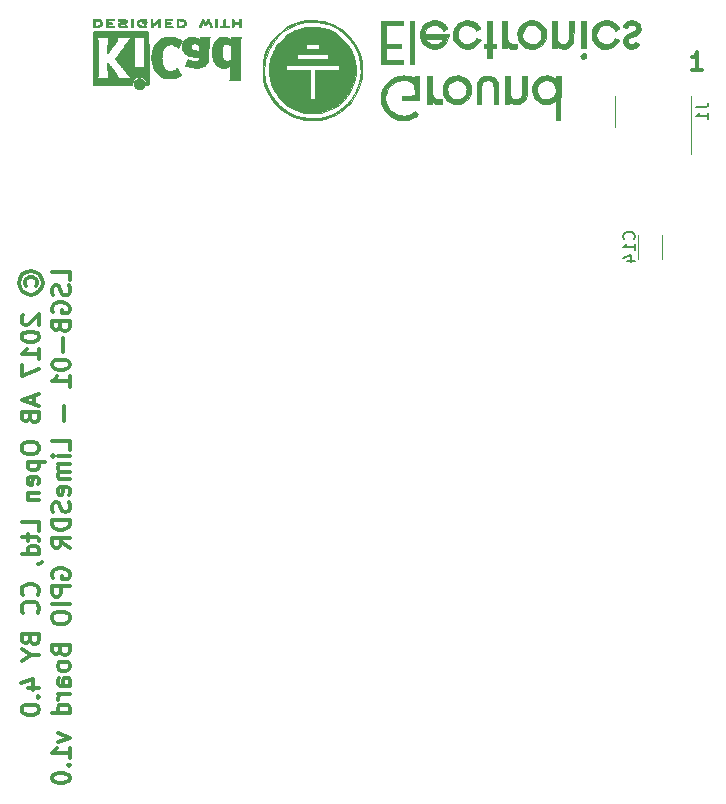
<source format=gbr>
G04 #@! TF.FileFunction,Legend,Bot*
%FSLAX46Y46*%
G04 Gerber Fmt 4.6, Leading zero omitted, Abs format (unit mm)*
G04 Created by KiCad (PCBNEW 4.0.7-e2-6376~58~ubuntu16.04.1) date Fri Nov 24 15:55:31 2017*
%MOMM*%
%LPD*%
G01*
G04 APERTURE LIST*
%ADD10C,0.100000*%
%ADD11C,0.300000*%
%ADD12C,0.120000*%
%ADD13C,0.010000*%
%ADD14C,0.150000*%
G04 APERTURE END LIST*
D10*
D11*
X171345172Y-49911391D02*
X170488029Y-49911391D01*
X170916601Y-49911391D02*
X170916601Y-48411391D01*
X170773744Y-48625677D01*
X170630886Y-48768534D01*
X170488029Y-48839963D01*
X114064314Y-68199602D02*
X113992886Y-68056744D01*
X113992886Y-67771030D01*
X114064314Y-67628173D01*
X114207171Y-67485316D01*
X114350029Y-67413887D01*
X114635743Y-67413887D01*
X114778600Y-67485316D01*
X114921457Y-67628173D01*
X114992886Y-67771030D01*
X114992886Y-68056744D01*
X114921457Y-68199602D01*
X113492886Y-67913887D02*
X113564314Y-67556744D01*
X113778600Y-67199602D01*
X114135743Y-66985316D01*
X114492886Y-66913887D01*
X114850029Y-66985316D01*
X115207171Y-67199602D01*
X115421457Y-67556744D01*
X115492886Y-67913887D01*
X115421457Y-68271030D01*
X115207171Y-68628173D01*
X114850029Y-68842459D01*
X114492886Y-68913887D01*
X114135743Y-68842459D01*
X113778600Y-68628173D01*
X113564314Y-68271030D01*
X113492886Y-67913887D01*
X113850029Y-70628173D02*
X113778600Y-70699602D01*
X113707171Y-70842459D01*
X113707171Y-71199602D01*
X113778600Y-71342459D01*
X113850029Y-71413888D01*
X113992886Y-71485316D01*
X114135743Y-71485316D01*
X114350029Y-71413888D01*
X115207171Y-70556745D01*
X115207171Y-71485316D01*
X113707171Y-72413887D02*
X113707171Y-72556744D01*
X113778600Y-72699601D01*
X113850029Y-72771030D01*
X113992886Y-72842459D01*
X114278600Y-72913887D01*
X114635743Y-72913887D01*
X114921457Y-72842459D01*
X115064314Y-72771030D01*
X115135743Y-72699601D01*
X115207171Y-72556744D01*
X115207171Y-72413887D01*
X115135743Y-72271030D01*
X115064314Y-72199601D01*
X114921457Y-72128173D01*
X114635743Y-72056744D01*
X114278600Y-72056744D01*
X113992886Y-72128173D01*
X113850029Y-72199601D01*
X113778600Y-72271030D01*
X113707171Y-72413887D01*
X115207171Y-74342458D02*
X115207171Y-73485315D01*
X115207171Y-73913887D02*
X113707171Y-73913887D01*
X113921457Y-73771030D01*
X114064314Y-73628172D01*
X114135743Y-73485315D01*
X113707171Y-74842458D02*
X113707171Y-75842458D01*
X115207171Y-75199601D01*
X114778600Y-77485314D02*
X114778600Y-78199600D01*
X115207171Y-77342457D02*
X113707171Y-77842457D01*
X115207171Y-78342457D01*
X114421457Y-79342457D02*
X114492886Y-79556743D01*
X114564314Y-79628171D01*
X114707171Y-79699600D01*
X114921457Y-79699600D01*
X115064314Y-79628171D01*
X115135743Y-79556743D01*
X115207171Y-79413885D01*
X115207171Y-78842457D01*
X113707171Y-78842457D01*
X113707171Y-79342457D01*
X113778600Y-79485314D01*
X113850029Y-79556743D01*
X113992886Y-79628171D01*
X114135743Y-79628171D01*
X114278600Y-79556743D01*
X114350029Y-79485314D01*
X114421457Y-79342457D01*
X114421457Y-78842457D01*
X113707171Y-81771028D02*
X113707171Y-82056742D01*
X113778600Y-82199600D01*
X113921457Y-82342457D01*
X114207171Y-82413885D01*
X114707171Y-82413885D01*
X114992886Y-82342457D01*
X115135743Y-82199600D01*
X115207171Y-82056742D01*
X115207171Y-81771028D01*
X115135743Y-81628171D01*
X114992886Y-81485314D01*
X114707171Y-81413885D01*
X114207171Y-81413885D01*
X113921457Y-81485314D01*
X113778600Y-81628171D01*
X113707171Y-81771028D01*
X114207171Y-83056743D02*
X115707171Y-83056743D01*
X114278600Y-83056743D02*
X114207171Y-83199600D01*
X114207171Y-83485314D01*
X114278600Y-83628171D01*
X114350029Y-83699600D01*
X114492886Y-83771029D01*
X114921457Y-83771029D01*
X115064314Y-83699600D01*
X115135743Y-83628171D01*
X115207171Y-83485314D01*
X115207171Y-83199600D01*
X115135743Y-83056743D01*
X115135743Y-84985314D02*
X115207171Y-84842457D01*
X115207171Y-84556743D01*
X115135743Y-84413886D01*
X114992886Y-84342457D01*
X114421457Y-84342457D01*
X114278600Y-84413886D01*
X114207171Y-84556743D01*
X114207171Y-84842457D01*
X114278600Y-84985314D01*
X114421457Y-85056743D01*
X114564314Y-85056743D01*
X114707171Y-84342457D01*
X114207171Y-85699600D02*
X115207171Y-85699600D01*
X114350029Y-85699600D02*
X114278600Y-85771028D01*
X114207171Y-85913886D01*
X114207171Y-86128171D01*
X114278600Y-86271028D01*
X114421457Y-86342457D01*
X115207171Y-86342457D01*
X115207171Y-88913886D02*
X115207171Y-88199600D01*
X113707171Y-88199600D01*
X114207171Y-89199600D02*
X114207171Y-89771029D01*
X113707171Y-89413886D02*
X114992886Y-89413886D01*
X115135743Y-89485314D01*
X115207171Y-89628172D01*
X115207171Y-89771029D01*
X115207171Y-90913886D02*
X113707171Y-90913886D01*
X115135743Y-90913886D02*
X115207171Y-90771029D01*
X115207171Y-90485315D01*
X115135743Y-90342457D01*
X115064314Y-90271029D01*
X114921457Y-90199600D01*
X114492886Y-90199600D01*
X114350029Y-90271029D01*
X114278600Y-90342457D01*
X114207171Y-90485315D01*
X114207171Y-90771029D01*
X114278600Y-90913886D01*
X115135743Y-91699600D02*
X115207171Y-91699600D01*
X115350029Y-91628172D01*
X115421457Y-91556743D01*
X115064314Y-94342458D02*
X115135743Y-94271029D01*
X115207171Y-94056743D01*
X115207171Y-93913886D01*
X115135743Y-93699601D01*
X114992886Y-93556743D01*
X114850029Y-93485315D01*
X114564314Y-93413886D01*
X114350029Y-93413886D01*
X114064314Y-93485315D01*
X113921457Y-93556743D01*
X113778600Y-93699601D01*
X113707171Y-93913886D01*
X113707171Y-94056743D01*
X113778600Y-94271029D01*
X113850029Y-94342458D01*
X115064314Y-95842458D02*
X115135743Y-95771029D01*
X115207171Y-95556743D01*
X115207171Y-95413886D01*
X115135743Y-95199601D01*
X114992886Y-95056743D01*
X114850029Y-94985315D01*
X114564314Y-94913886D01*
X114350029Y-94913886D01*
X114064314Y-94985315D01*
X113921457Y-95056743D01*
X113778600Y-95199601D01*
X113707171Y-95413886D01*
X113707171Y-95556743D01*
X113778600Y-95771029D01*
X113850029Y-95842458D01*
X114421457Y-98128172D02*
X114492886Y-98342458D01*
X114564314Y-98413886D01*
X114707171Y-98485315D01*
X114921457Y-98485315D01*
X115064314Y-98413886D01*
X115135743Y-98342458D01*
X115207171Y-98199600D01*
X115207171Y-97628172D01*
X113707171Y-97628172D01*
X113707171Y-98128172D01*
X113778600Y-98271029D01*
X113850029Y-98342458D01*
X113992886Y-98413886D01*
X114135743Y-98413886D01*
X114278600Y-98342458D01*
X114350029Y-98271029D01*
X114421457Y-98128172D01*
X114421457Y-97628172D01*
X114492886Y-99413886D02*
X115207171Y-99413886D01*
X113707171Y-98913886D02*
X114492886Y-99413886D01*
X113707171Y-99913886D01*
X114207171Y-102199600D02*
X115207171Y-102199600D01*
X113635743Y-101842457D02*
X114707171Y-101485314D01*
X114707171Y-102413886D01*
X115064314Y-102985314D02*
X115135743Y-103056742D01*
X115207171Y-102985314D01*
X115135743Y-102913885D01*
X115064314Y-102985314D01*
X115207171Y-102985314D01*
X113707171Y-103985314D02*
X113707171Y-104128171D01*
X113778600Y-104271028D01*
X113850029Y-104342457D01*
X113992886Y-104413886D01*
X114278600Y-104485314D01*
X114635743Y-104485314D01*
X114921457Y-104413886D01*
X115064314Y-104342457D01*
X115135743Y-104271028D01*
X115207171Y-104128171D01*
X115207171Y-103985314D01*
X115135743Y-103842457D01*
X115064314Y-103771028D01*
X114921457Y-103699600D01*
X114635743Y-103628171D01*
X114278600Y-103628171D01*
X113992886Y-103699600D01*
X113850029Y-103771028D01*
X113778600Y-103842457D01*
X113707171Y-103985314D01*
X117772571Y-67702344D02*
X117772571Y-66988058D01*
X116272571Y-66988058D01*
X117701143Y-68130915D02*
X117772571Y-68345201D01*
X117772571Y-68702344D01*
X117701143Y-68845201D01*
X117629714Y-68916630D01*
X117486857Y-68988058D01*
X117344000Y-68988058D01*
X117201143Y-68916630D01*
X117129714Y-68845201D01*
X117058286Y-68702344D01*
X116986857Y-68416630D01*
X116915429Y-68273772D01*
X116844000Y-68202344D01*
X116701143Y-68130915D01*
X116558286Y-68130915D01*
X116415429Y-68202344D01*
X116344000Y-68273772D01*
X116272571Y-68416630D01*
X116272571Y-68773772D01*
X116344000Y-68988058D01*
X116344000Y-70416629D02*
X116272571Y-70273772D01*
X116272571Y-70059486D01*
X116344000Y-69845201D01*
X116486857Y-69702343D01*
X116629714Y-69630915D01*
X116915429Y-69559486D01*
X117129714Y-69559486D01*
X117415429Y-69630915D01*
X117558286Y-69702343D01*
X117701143Y-69845201D01*
X117772571Y-70059486D01*
X117772571Y-70202343D01*
X117701143Y-70416629D01*
X117629714Y-70488058D01*
X117129714Y-70488058D01*
X117129714Y-70202343D01*
X116986857Y-71630915D02*
X117058286Y-71845201D01*
X117129714Y-71916629D01*
X117272571Y-71988058D01*
X117486857Y-71988058D01*
X117629714Y-71916629D01*
X117701143Y-71845201D01*
X117772571Y-71702343D01*
X117772571Y-71130915D01*
X116272571Y-71130915D01*
X116272571Y-71630915D01*
X116344000Y-71773772D01*
X116415429Y-71845201D01*
X116558286Y-71916629D01*
X116701143Y-71916629D01*
X116844000Y-71845201D01*
X116915429Y-71773772D01*
X116986857Y-71630915D01*
X116986857Y-71130915D01*
X117201143Y-72630915D02*
X117201143Y-73773772D01*
X116272571Y-74773772D02*
X116272571Y-74916629D01*
X116344000Y-75059486D01*
X116415429Y-75130915D01*
X116558286Y-75202344D01*
X116844000Y-75273772D01*
X117201143Y-75273772D01*
X117486857Y-75202344D01*
X117629714Y-75130915D01*
X117701143Y-75059486D01*
X117772571Y-74916629D01*
X117772571Y-74773772D01*
X117701143Y-74630915D01*
X117629714Y-74559486D01*
X117486857Y-74488058D01*
X117201143Y-74416629D01*
X116844000Y-74416629D01*
X116558286Y-74488058D01*
X116415429Y-74559486D01*
X116344000Y-74630915D01*
X116272571Y-74773772D01*
X117772571Y-76702343D02*
X117772571Y-75845200D01*
X117772571Y-76273772D02*
X116272571Y-76273772D01*
X116486857Y-76130915D01*
X116629714Y-75988057D01*
X116701143Y-75845200D01*
X117272571Y-78345200D02*
X117272571Y-79630914D01*
X117772571Y-82059486D02*
X117772571Y-81345200D01*
X116272571Y-81345200D01*
X117772571Y-82559486D02*
X116772571Y-82559486D01*
X116272571Y-82559486D02*
X116344000Y-82488057D01*
X116415429Y-82559486D01*
X116344000Y-82630914D01*
X116272571Y-82559486D01*
X116415429Y-82559486D01*
X117772571Y-83273772D02*
X116772571Y-83273772D01*
X116915429Y-83273772D02*
X116844000Y-83345200D01*
X116772571Y-83488058D01*
X116772571Y-83702343D01*
X116844000Y-83845200D01*
X116986857Y-83916629D01*
X117772571Y-83916629D01*
X116986857Y-83916629D02*
X116844000Y-83988058D01*
X116772571Y-84130915D01*
X116772571Y-84345200D01*
X116844000Y-84488058D01*
X116986857Y-84559486D01*
X117772571Y-84559486D01*
X117701143Y-85845200D02*
X117772571Y-85702343D01*
X117772571Y-85416629D01*
X117701143Y-85273772D01*
X117558286Y-85202343D01*
X116986857Y-85202343D01*
X116844000Y-85273772D01*
X116772571Y-85416629D01*
X116772571Y-85702343D01*
X116844000Y-85845200D01*
X116986857Y-85916629D01*
X117129714Y-85916629D01*
X117272571Y-85202343D01*
X117701143Y-86488057D02*
X117772571Y-86702343D01*
X117772571Y-87059486D01*
X117701143Y-87202343D01*
X117629714Y-87273772D01*
X117486857Y-87345200D01*
X117344000Y-87345200D01*
X117201143Y-87273772D01*
X117129714Y-87202343D01*
X117058286Y-87059486D01*
X116986857Y-86773772D01*
X116915429Y-86630914D01*
X116844000Y-86559486D01*
X116701143Y-86488057D01*
X116558286Y-86488057D01*
X116415429Y-86559486D01*
X116344000Y-86630914D01*
X116272571Y-86773772D01*
X116272571Y-87130914D01*
X116344000Y-87345200D01*
X117772571Y-87988057D02*
X116272571Y-87988057D01*
X116272571Y-88345200D01*
X116344000Y-88559485D01*
X116486857Y-88702343D01*
X116629714Y-88773771D01*
X116915429Y-88845200D01*
X117129714Y-88845200D01*
X117415429Y-88773771D01*
X117558286Y-88702343D01*
X117701143Y-88559485D01*
X117772571Y-88345200D01*
X117772571Y-87988057D01*
X117772571Y-90345200D02*
X117058286Y-89845200D01*
X117772571Y-89488057D02*
X116272571Y-89488057D01*
X116272571Y-90059485D01*
X116344000Y-90202343D01*
X116415429Y-90273771D01*
X116558286Y-90345200D01*
X116772571Y-90345200D01*
X116915429Y-90273771D01*
X116986857Y-90202343D01*
X117058286Y-90059485D01*
X117058286Y-89488057D01*
X116344000Y-92916628D02*
X116272571Y-92773771D01*
X116272571Y-92559485D01*
X116344000Y-92345200D01*
X116486857Y-92202342D01*
X116629714Y-92130914D01*
X116915429Y-92059485D01*
X117129714Y-92059485D01*
X117415429Y-92130914D01*
X117558286Y-92202342D01*
X117701143Y-92345200D01*
X117772571Y-92559485D01*
X117772571Y-92702342D01*
X117701143Y-92916628D01*
X117629714Y-92988057D01*
X117129714Y-92988057D01*
X117129714Y-92702342D01*
X117772571Y-93630914D02*
X116272571Y-93630914D01*
X116272571Y-94202342D01*
X116344000Y-94345200D01*
X116415429Y-94416628D01*
X116558286Y-94488057D01*
X116772571Y-94488057D01*
X116915429Y-94416628D01*
X116986857Y-94345200D01*
X117058286Y-94202342D01*
X117058286Y-93630914D01*
X117772571Y-95130914D02*
X116272571Y-95130914D01*
X116272571Y-96130914D02*
X116272571Y-96416628D01*
X116344000Y-96559486D01*
X116486857Y-96702343D01*
X116772571Y-96773771D01*
X117272571Y-96773771D01*
X117558286Y-96702343D01*
X117701143Y-96559486D01*
X117772571Y-96416628D01*
X117772571Y-96130914D01*
X117701143Y-95988057D01*
X117558286Y-95845200D01*
X117272571Y-95773771D01*
X116772571Y-95773771D01*
X116486857Y-95845200D01*
X116344000Y-95988057D01*
X116272571Y-96130914D01*
X116986857Y-99059486D02*
X117058286Y-99273772D01*
X117129714Y-99345200D01*
X117272571Y-99416629D01*
X117486857Y-99416629D01*
X117629714Y-99345200D01*
X117701143Y-99273772D01*
X117772571Y-99130914D01*
X117772571Y-98559486D01*
X116272571Y-98559486D01*
X116272571Y-99059486D01*
X116344000Y-99202343D01*
X116415429Y-99273772D01*
X116558286Y-99345200D01*
X116701143Y-99345200D01*
X116844000Y-99273772D01*
X116915429Y-99202343D01*
X116986857Y-99059486D01*
X116986857Y-98559486D01*
X117772571Y-100273772D02*
X117701143Y-100130914D01*
X117629714Y-100059486D01*
X117486857Y-99988057D01*
X117058286Y-99988057D01*
X116915429Y-100059486D01*
X116844000Y-100130914D01*
X116772571Y-100273772D01*
X116772571Y-100488057D01*
X116844000Y-100630914D01*
X116915429Y-100702343D01*
X117058286Y-100773772D01*
X117486857Y-100773772D01*
X117629714Y-100702343D01*
X117701143Y-100630914D01*
X117772571Y-100488057D01*
X117772571Y-100273772D01*
X117772571Y-102059486D02*
X116986857Y-102059486D01*
X116844000Y-101988057D01*
X116772571Y-101845200D01*
X116772571Y-101559486D01*
X116844000Y-101416629D01*
X117701143Y-102059486D02*
X117772571Y-101916629D01*
X117772571Y-101559486D01*
X117701143Y-101416629D01*
X117558286Y-101345200D01*
X117415429Y-101345200D01*
X117272571Y-101416629D01*
X117201143Y-101559486D01*
X117201143Y-101916629D01*
X117129714Y-102059486D01*
X117772571Y-102773772D02*
X116772571Y-102773772D01*
X117058286Y-102773772D02*
X116915429Y-102845200D01*
X116844000Y-102916629D01*
X116772571Y-103059486D01*
X116772571Y-103202343D01*
X117772571Y-104345200D02*
X116272571Y-104345200D01*
X117701143Y-104345200D02*
X117772571Y-104202343D01*
X117772571Y-103916629D01*
X117701143Y-103773771D01*
X117629714Y-103702343D01*
X117486857Y-103630914D01*
X117058286Y-103630914D01*
X116915429Y-103702343D01*
X116844000Y-103773771D01*
X116772571Y-103916629D01*
X116772571Y-104202343D01*
X116844000Y-104345200D01*
X116772571Y-106059486D02*
X117772571Y-106416629D01*
X116772571Y-106773771D01*
X117772571Y-108130914D02*
X117772571Y-107273771D01*
X117772571Y-107702343D02*
X116272571Y-107702343D01*
X116486857Y-107559486D01*
X116629714Y-107416628D01*
X116701143Y-107273771D01*
X117629714Y-108773771D02*
X117701143Y-108845199D01*
X117772571Y-108773771D01*
X117701143Y-108702342D01*
X117629714Y-108773771D01*
X117772571Y-108773771D01*
X116272571Y-109773771D02*
X116272571Y-109916628D01*
X116344000Y-110059485D01*
X116415429Y-110130914D01*
X116558286Y-110202343D01*
X116844000Y-110273771D01*
X117201143Y-110273771D01*
X117486857Y-110202343D01*
X117629714Y-110130914D01*
X117701143Y-110059485D01*
X117772571Y-109916628D01*
X117772571Y-109773771D01*
X117701143Y-109630914D01*
X117629714Y-109559485D01*
X117486857Y-109488057D01*
X117201143Y-109416628D01*
X116844000Y-109416628D01*
X116558286Y-109488057D01*
X116415429Y-109559485D01*
X116344000Y-109630914D01*
X116272571Y-109773771D01*
D12*
X170362000Y-54737600D02*
X170382000Y-54737600D01*
X170382000Y-54737600D02*
X170382000Y-52077600D01*
X170382000Y-52077600D02*
X170362000Y-52077600D01*
X163932000Y-54737600D02*
X163912000Y-54737600D01*
X163912000Y-54737600D02*
X163912000Y-52077600D01*
X163912000Y-52077600D02*
X163932000Y-52077600D01*
X170362000Y-57042600D02*
X170362000Y-54737600D01*
D13*
G36*
X119888029Y-46295734D02*
X119927511Y-46295333D01*
X120043200Y-46292541D01*
X120140089Y-46284250D01*
X120221481Y-46269568D01*
X120290677Y-46247607D01*
X120350980Y-46217478D01*
X120405692Y-46178290D01*
X120425233Y-46161268D01*
X120457650Y-46121437D01*
X120486880Y-46067387D01*
X120509409Y-46007477D01*
X120521721Y-45950061D01*
X120523000Y-45928844D01*
X120514983Y-45870031D01*
X120493501Y-45805787D01*
X120462401Y-45744979D01*
X120425534Y-45696470D01*
X120419546Y-45690618D01*
X120368821Y-45649479D01*
X120313275Y-45617365D01*
X120249704Y-45593435D01*
X120174906Y-45576847D01*
X120085678Y-45566759D01*
X119978818Y-45562331D01*
X119929872Y-45561955D01*
X119867638Y-45562255D01*
X119823872Y-45563508D01*
X119794469Y-45566246D01*
X119775321Y-45570999D01*
X119762323Y-45578299D01*
X119755355Y-45584533D01*
X119748774Y-45592106D01*
X119743612Y-45601876D01*
X119739697Y-45616460D01*
X119736857Y-45638474D01*
X119734920Y-45670536D01*
X119733716Y-45715264D01*
X119733072Y-45775274D01*
X119732817Y-45853183D01*
X119732778Y-45928844D01*
X119732530Y-46029759D01*
X119732583Y-46110373D01*
X119733543Y-46148978D01*
X119879533Y-46148978D01*
X119879533Y-45708711D01*
X119972666Y-45708796D01*
X120028707Y-45710404D01*
X120087401Y-45714544D01*
X120136372Y-45720336D01*
X120137862Y-45720574D01*
X120217008Y-45739710D01*
X120278398Y-45769513D01*
X120325095Y-45811922D01*
X120354765Y-45857839D01*
X120373047Y-45908774D01*
X120371629Y-45956600D01*
X120350412Y-46007867D01*
X120308911Y-46060901D01*
X120251402Y-46100200D01*
X120176650Y-46126469D01*
X120126692Y-46135765D01*
X120069984Y-46142293D01*
X120009881Y-46147018D01*
X119958761Y-46148983D01*
X119955733Y-46148992D01*
X119879533Y-46148978D01*
X119733543Y-46148978D01*
X119734140Y-46172949D01*
X119738402Y-46219745D01*
X119746570Y-46253022D01*
X119759844Y-46275041D01*
X119779426Y-46288061D01*
X119806517Y-46294343D01*
X119842318Y-46296147D01*
X119888029Y-46295734D01*
X119888029Y-46295734D01*
G37*
X119888029Y-46295734D02*
X119927511Y-46295333D01*
X120043200Y-46292541D01*
X120140089Y-46284250D01*
X120221481Y-46269568D01*
X120290677Y-46247607D01*
X120350980Y-46217478D01*
X120405692Y-46178290D01*
X120425233Y-46161268D01*
X120457650Y-46121437D01*
X120486880Y-46067387D01*
X120509409Y-46007477D01*
X120521721Y-45950061D01*
X120523000Y-45928844D01*
X120514983Y-45870031D01*
X120493501Y-45805787D01*
X120462401Y-45744979D01*
X120425534Y-45696470D01*
X120419546Y-45690618D01*
X120368821Y-45649479D01*
X120313275Y-45617365D01*
X120249704Y-45593435D01*
X120174906Y-45576847D01*
X120085678Y-45566759D01*
X119978818Y-45562331D01*
X119929872Y-45561955D01*
X119867638Y-45562255D01*
X119823872Y-45563508D01*
X119794469Y-45566246D01*
X119775321Y-45570999D01*
X119762323Y-45578299D01*
X119755355Y-45584533D01*
X119748774Y-45592106D01*
X119743612Y-45601876D01*
X119739697Y-45616460D01*
X119736857Y-45638474D01*
X119734920Y-45670536D01*
X119733716Y-45715264D01*
X119733072Y-45775274D01*
X119732817Y-45853183D01*
X119732778Y-45928844D01*
X119732530Y-46029759D01*
X119732583Y-46110373D01*
X119733543Y-46148978D01*
X119879533Y-46148978D01*
X119879533Y-45708711D01*
X119972666Y-45708796D01*
X120028707Y-45710404D01*
X120087401Y-45714544D01*
X120136372Y-45720336D01*
X120137862Y-45720574D01*
X120217008Y-45739710D01*
X120278398Y-45769513D01*
X120325095Y-45811922D01*
X120354765Y-45857839D01*
X120373047Y-45908774D01*
X120371629Y-45956600D01*
X120350412Y-46007867D01*
X120308911Y-46060901D01*
X120251402Y-46100200D01*
X120176650Y-46126469D01*
X120126692Y-46135765D01*
X120069984Y-46142293D01*
X120009881Y-46147018D01*
X119958761Y-46148983D01*
X119955733Y-46148992D01*
X119879533Y-46148978D01*
X119733543Y-46148978D01*
X119734140Y-46172949D01*
X119738402Y-46219745D01*
X119746570Y-46253022D01*
X119759844Y-46275041D01*
X119779426Y-46288061D01*
X119806517Y-46294343D01*
X119842318Y-46296147D01*
X119888029Y-46295734D01*
G36*
X121296606Y-46295654D02*
X121366014Y-46295282D01*
X121418403Y-46294415D01*
X121456553Y-46292854D01*
X121483241Y-46290397D01*
X121501247Y-46286843D01*
X121513351Y-46281990D01*
X121522331Y-46275639D01*
X121525582Y-46272716D01*
X121545357Y-46241658D01*
X121548918Y-46205972D01*
X121535909Y-46174290D01*
X121529894Y-46167887D01*
X121520165Y-46161679D01*
X121504499Y-46156890D01*
X121479992Y-46153286D01*
X121443739Y-46150636D01*
X121392835Y-46148705D01*
X121324374Y-46147261D01*
X121261783Y-46146382D01*
X121014066Y-46143333D01*
X121010681Y-46078422D01*
X121007295Y-46013511D01*
X121175442Y-46013511D01*
X121248441Y-46012881D01*
X121301883Y-46010247D01*
X121338772Y-46004491D01*
X121362112Y-45994496D01*
X121374906Y-45979144D01*
X121380158Y-45957318D01*
X121380955Y-45937062D01*
X121378477Y-45912208D01*
X121369123Y-45893894D01*
X121350017Y-45881163D01*
X121318282Y-45873059D01*
X121271041Y-45868624D01*
X121205417Y-45866901D01*
X121169599Y-45866755D01*
X121008422Y-45866755D01*
X121008422Y-45708711D01*
X121256778Y-45708711D01*
X121338187Y-45708598D01*
X121400058Y-45708088D01*
X121445432Y-45706930D01*
X121477346Y-45704870D01*
X121498841Y-45701654D01*
X121512957Y-45697028D01*
X121522732Y-45690741D01*
X121527711Y-45686133D01*
X121544790Y-45659240D01*
X121550289Y-45635333D01*
X121542437Y-45606133D01*
X121527711Y-45584533D01*
X121519854Y-45577734D01*
X121509712Y-45572454D01*
X121494556Y-45568502D01*
X121471659Y-45565687D01*
X121438291Y-45563818D01*
X121391725Y-45562702D01*
X121329233Y-45562149D01*
X121248086Y-45561967D01*
X121205978Y-45561955D01*
X121115802Y-45562035D01*
X121045476Y-45562402D01*
X120992271Y-45563248D01*
X120953460Y-45564764D01*
X120926313Y-45567141D01*
X120908102Y-45570571D01*
X120896100Y-45575246D01*
X120887578Y-45581356D01*
X120884244Y-45584533D01*
X120877645Y-45592130D01*
X120872473Y-45601930D01*
X120868554Y-45616561D01*
X120865716Y-45638648D01*
X120863785Y-45670818D01*
X120862588Y-45715697D01*
X120861952Y-45775911D01*
X120861703Y-45854087D01*
X120861666Y-45926877D01*
X120861700Y-46020093D01*
X120861935Y-46093369D01*
X120862570Y-46149342D01*
X120863806Y-46190649D01*
X120865844Y-46219928D01*
X120868883Y-46239816D01*
X120873123Y-46252950D01*
X120878765Y-46261968D01*
X120886009Y-46269507D01*
X120887794Y-46271188D01*
X120896455Y-46278628D01*
X120906518Y-46284391D01*
X120920775Y-46288688D01*
X120942017Y-46291736D01*
X120973036Y-46293749D01*
X121016623Y-46294940D01*
X121075569Y-46295525D01*
X121152666Y-46295717D01*
X121207399Y-46295733D01*
X121296606Y-46295654D01*
X121296606Y-46295654D01*
G37*
X121296606Y-46295654D02*
X121366014Y-46295282D01*
X121418403Y-46294415D01*
X121456553Y-46292854D01*
X121483241Y-46290397D01*
X121501247Y-46286843D01*
X121513351Y-46281990D01*
X121522331Y-46275639D01*
X121525582Y-46272716D01*
X121545357Y-46241658D01*
X121548918Y-46205972D01*
X121535909Y-46174290D01*
X121529894Y-46167887D01*
X121520165Y-46161679D01*
X121504499Y-46156890D01*
X121479992Y-46153286D01*
X121443739Y-46150636D01*
X121392835Y-46148705D01*
X121324374Y-46147261D01*
X121261783Y-46146382D01*
X121014066Y-46143333D01*
X121010681Y-46078422D01*
X121007295Y-46013511D01*
X121175442Y-46013511D01*
X121248441Y-46012881D01*
X121301883Y-46010247D01*
X121338772Y-46004491D01*
X121362112Y-45994496D01*
X121374906Y-45979144D01*
X121380158Y-45957318D01*
X121380955Y-45937062D01*
X121378477Y-45912208D01*
X121369123Y-45893894D01*
X121350017Y-45881163D01*
X121318282Y-45873059D01*
X121271041Y-45868624D01*
X121205417Y-45866901D01*
X121169599Y-45866755D01*
X121008422Y-45866755D01*
X121008422Y-45708711D01*
X121256778Y-45708711D01*
X121338187Y-45708598D01*
X121400058Y-45708088D01*
X121445432Y-45706930D01*
X121477346Y-45704870D01*
X121498841Y-45701654D01*
X121512957Y-45697028D01*
X121522732Y-45690741D01*
X121527711Y-45686133D01*
X121544790Y-45659240D01*
X121550289Y-45635333D01*
X121542437Y-45606133D01*
X121527711Y-45584533D01*
X121519854Y-45577734D01*
X121509712Y-45572454D01*
X121494556Y-45568502D01*
X121471659Y-45565687D01*
X121438291Y-45563818D01*
X121391725Y-45562702D01*
X121329233Y-45562149D01*
X121248086Y-45561967D01*
X121205978Y-45561955D01*
X121115802Y-45562035D01*
X121045476Y-45562402D01*
X120992271Y-45563248D01*
X120953460Y-45564764D01*
X120926313Y-45567141D01*
X120908102Y-45570571D01*
X120896100Y-45575246D01*
X120887578Y-45581356D01*
X120884244Y-45584533D01*
X120877645Y-45592130D01*
X120872473Y-45601930D01*
X120868554Y-45616561D01*
X120865716Y-45638648D01*
X120863785Y-45670818D01*
X120862588Y-45715697D01*
X120861952Y-45775911D01*
X120861703Y-45854087D01*
X120861666Y-45926877D01*
X120861700Y-46020093D01*
X120861935Y-46093369D01*
X120862570Y-46149342D01*
X120863806Y-46190649D01*
X120865844Y-46219928D01*
X120868883Y-46239816D01*
X120873123Y-46252950D01*
X120878765Y-46261968D01*
X120886009Y-46269507D01*
X120887794Y-46271188D01*
X120896455Y-46278628D01*
X120906518Y-46284391D01*
X120920775Y-46288688D01*
X120942017Y-46291736D01*
X120973036Y-46293749D01*
X121016623Y-46294940D01*
X121075569Y-46295525D01*
X121152666Y-46295717D01*
X121207399Y-46295733D01*
X121296606Y-46295654D01*
G36*
X122317697Y-46294449D02*
X122392512Y-46289219D01*
X122462094Y-46281050D01*
X122522398Y-46270250D01*
X122569380Y-46257127D01*
X122598994Y-46241987D01*
X122603540Y-46237531D01*
X122619346Y-46202950D01*
X122614553Y-46167449D01*
X122590036Y-46137075D01*
X122588866Y-46136204D01*
X122574446Y-46126846D01*
X122559392Y-46121924D01*
X122538395Y-46121327D01*
X122506143Y-46124939D01*
X122457327Y-46132646D01*
X122453400Y-46133295D01*
X122380661Y-46142231D01*
X122302183Y-46146639D01*
X122223473Y-46146681D01*
X122150039Y-46142521D01*
X122087389Y-46134321D01*
X122041030Y-46122243D01*
X122037984Y-46121029D01*
X122004352Y-46102185D01*
X121992536Y-46083115D01*
X122001786Y-46064361D01*
X122031353Y-46046463D01*
X122080489Y-46029963D01*
X122148443Y-46015404D01*
X122193755Y-46008394D01*
X122287944Y-45994911D01*
X122362856Y-45982586D01*
X122421683Y-45970351D01*
X122467615Y-45957139D01*
X122503845Y-45941883D01*
X122533562Y-45923515D01*
X122559958Y-45900969D01*
X122581170Y-45878829D01*
X122606335Y-45847981D01*
X122618719Y-45821455D01*
X122622592Y-45788774D01*
X122622733Y-45776805D01*
X122619824Y-45737088D01*
X122608198Y-45707541D01*
X122588077Y-45681314D01*
X122547184Y-45641224D01*
X122501583Y-45610651D01*
X122447887Y-45588597D01*
X122382708Y-45574065D01*
X122302656Y-45566059D01*
X122204343Y-45563582D01*
X122188111Y-45563623D01*
X122122551Y-45564982D01*
X122057534Y-45568070D01*
X122000148Y-45572444D01*
X121957478Y-45577660D01*
X121954028Y-45578259D01*
X121911604Y-45588309D01*
X121875620Y-45601004D01*
X121855250Y-45612610D01*
X121836293Y-45643228D01*
X121834973Y-45678882D01*
X121851315Y-45710656D01*
X121854971Y-45714249D01*
X121870085Y-45724924D01*
X121888985Y-45729524D01*
X121918238Y-45728741D01*
X121953749Y-45724673D01*
X121993430Y-45721038D01*
X122049055Y-45717972D01*
X122113994Y-45715747D01*
X122181615Y-45714636D01*
X122199400Y-45714563D01*
X122267272Y-45714836D01*
X122316946Y-45716154D01*
X122352790Y-45718973D01*
X122379176Y-45723750D01*
X122400474Y-45730943D01*
X122413274Y-45736933D01*
X122441400Y-45753567D01*
X122459332Y-45768632D01*
X122461953Y-45772903D01*
X122456424Y-45790537D01*
X122430140Y-45807608D01*
X122384922Y-45823342D01*
X122322592Y-45836962D01*
X122304229Y-45839996D01*
X122208310Y-45855062D01*
X122131759Y-45867654D01*
X122071620Y-45878689D01*
X122024940Y-45889080D01*
X121988763Y-45899744D01*
X121960135Y-45911595D01*
X121936102Y-45925549D01*
X121913708Y-45942519D01*
X121889998Y-45963422D01*
X121882020Y-45970751D01*
X121854047Y-45998101D01*
X121839240Y-46019771D01*
X121833448Y-46044568D01*
X121832511Y-46075817D01*
X121842825Y-46137095D01*
X121873648Y-46189160D01*
X121924805Y-46231842D01*
X121996117Y-46264975D01*
X122047000Y-46279836D01*
X122102300Y-46289434D01*
X122168547Y-46294864D01*
X122241694Y-46296433D01*
X122317697Y-46294449D01*
X122317697Y-46294449D01*
G37*
X122317697Y-46294449D02*
X122392512Y-46289219D01*
X122462094Y-46281050D01*
X122522398Y-46270250D01*
X122569380Y-46257127D01*
X122598994Y-46241987D01*
X122603540Y-46237531D01*
X122619346Y-46202950D01*
X122614553Y-46167449D01*
X122590036Y-46137075D01*
X122588866Y-46136204D01*
X122574446Y-46126846D01*
X122559392Y-46121924D01*
X122538395Y-46121327D01*
X122506143Y-46124939D01*
X122457327Y-46132646D01*
X122453400Y-46133295D01*
X122380661Y-46142231D01*
X122302183Y-46146639D01*
X122223473Y-46146681D01*
X122150039Y-46142521D01*
X122087389Y-46134321D01*
X122041030Y-46122243D01*
X122037984Y-46121029D01*
X122004352Y-46102185D01*
X121992536Y-46083115D01*
X122001786Y-46064361D01*
X122031353Y-46046463D01*
X122080489Y-46029963D01*
X122148443Y-46015404D01*
X122193755Y-46008394D01*
X122287944Y-45994911D01*
X122362856Y-45982586D01*
X122421683Y-45970351D01*
X122467615Y-45957139D01*
X122503845Y-45941883D01*
X122533562Y-45923515D01*
X122559958Y-45900969D01*
X122581170Y-45878829D01*
X122606335Y-45847981D01*
X122618719Y-45821455D01*
X122622592Y-45788774D01*
X122622733Y-45776805D01*
X122619824Y-45737088D01*
X122608198Y-45707541D01*
X122588077Y-45681314D01*
X122547184Y-45641224D01*
X122501583Y-45610651D01*
X122447887Y-45588597D01*
X122382708Y-45574065D01*
X122302656Y-45566059D01*
X122204343Y-45563582D01*
X122188111Y-45563623D01*
X122122551Y-45564982D01*
X122057534Y-45568070D01*
X122000148Y-45572444D01*
X121957478Y-45577660D01*
X121954028Y-45578259D01*
X121911604Y-45588309D01*
X121875620Y-45601004D01*
X121855250Y-45612610D01*
X121836293Y-45643228D01*
X121834973Y-45678882D01*
X121851315Y-45710656D01*
X121854971Y-45714249D01*
X121870085Y-45724924D01*
X121888985Y-45729524D01*
X121918238Y-45728741D01*
X121953749Y-45724673D01*
X121993430Y-45721038D01*
X122049055Y-45717972D01*
X122113994Y-45715747D01*
X122181615Y-45714636D01*
X122199400Y-45714563D01*
X122267272Y-45714836D01*
X122316946Y-45716154D01*
X122352790Y-45718973D01*
X122379176Y-45723750D01*
X122400474Y-45730943D01*
X122413274Y-45736933D01*
X122441400Y-45753567D01*
X122459332Y-45768632D01*
X122461953Y-45772903D01*
X122456424Y-45790537D01*
X122430140Y-45807608D01*
X122384922Y-45823342D01*
X122322592Y-45836962D01*
X122304229Y-45839996D01*
X122208310Y-45855062D01*
X122131759Y-45867654D01*
X122071620Y-45878689D01*
X122024940Y-45889080D01*
X121988763Y-45899744D01*
X121960135Y-45911595D01*
X121936102Y-45925549D01*
X121913708Y-45942519D01*
X121889998Y-45963422D01*
X121882020Y-45970751D01*
X121854047Y-45998101D01*
X121839240Y-46019771D01*
X121833448Y-46044568D01*
X121832511Y-46075817D01*
X121842825Y-46137095D01*
X121873648Y-46189160D01*
X121924805Y-46231842D01*
X121996117Y-46264975D01*
X122047000Y-46279836D01*
X122102300Y-46289434D01*
X122168547Y-46294864D01*
X122241694Y-46296433D01*
X122317697Y-46294449D01*
G36*
X123085578Y-46273155D02*
X123092158Y-46265582D01*
X123097321Y-46255813D01*
X123101236Y-46241229D01*
X123104076Y-46219215D01*
X123106013Y-46187152D01*
X123107217Y-46142425D01*
X123107861Y-46082415D01*
X123108116Y-46004506D01*
X123108155Y-45928844D01*
X123108086Y-45834998D01*
X123107762Y-45761111D01*
X123107014Y-45704568D01*
X123105668Y-45662751D01*
X123103554Y-45633043D01*
X123100500Y-45612827D01*
X123096334Y-45599486D01*
X123090884Y-45590402D01*
X123085578Y-45584533D01*
X123052574Y-45564853D01*
X123017409Y-45566619D01*
X122985945Y-45588083D01*
X122978716Y-45596463D01*
X122973066Y-45606186D01*
X122968801Y-45619939D01*
X122965727Y-45640411D01*
X122963648Y-45670288D01*
X122962370Y-45712259D01*
X122961699Y-45769011D01*
X122961441Y-45843233D01*
X122961400Y-45927263D01*
X122961400Y-46240315D01*
X122989109Y-46268024D01*
X123023263Y-46291337D01*
X123056394Y-46292177D01*
X123085578Y-46273155D01*
X123085578Y-46273155D01*
G37*
X123085578Y-46273155D02*
X123092158Y-46265582D01*
X123097321Y-46255813D01*
X123101236Y-46241229D01*
X123104076Y-46219215D01*
X123106013Y-46187152D01*
X123107217Y-46142425D01*
X123107861Y-46082415D01*
X123108116Y-46004506D01*
X123108155Y-45928844D01*
X123108086Y-45834998D01*
X123107762Y-45761111D01*
X123107014Y-45704568D01*
X123105668Y-45662751D01*
X123103554Y-45633043D01*
X123100500Y-45612827D01*
X123096334Y-45599486D01*
X123090884Y-45590402D01*
X123085578Y-45584533D01*
X123052574Y-45564853D01*
X123017409Y-45566619D01*
X122985945Y-45588083D01*
X122978716Y-45596463D01*
X122973066Y-45606186D01*
X122968801Y-45619939D01*
X122965727Y-45640411D01*
X122963648Y-45670288D01*
X122962370Y-45712259D01*
X122961699Y-45769011D01*
X122961441Y-45843233D01*
X122961400Y-45927263D01*
X122961400Y-46240315D01*
X122989109Y-46268024D01*
X123023263Y-46291337D01*
X123056394Y-46292177D01*
X123085578Y-46273155D01*
G36*
X124059319Y-46290201D02*
X124127835Y-46278705D01*
X124180457Y-46260833D01*
X124214692Y-46237301D01*
X124224021Y-46223876D01*
X124233507Y-46192652D01*
X124227123Y-46164405D01*
X124206970Y-46137618D01*
X124175655Y-46125087D01*
X124130217Y-46126104D01*
X124095074Y-46132894D01*
X124016981Y-46145829D01*
X123937174Y-46147058D01*
X123847845Y-46136559D01*
X123823171Y-46132110D01*
X123740109Y-46108692D01*
X123675127Y-46073855D01*
X123628939Y-46028196D01*
X123602255Y-45972306D01*
X123596737Y-45943412D01*
X123600349Y-45884788D01*
X123623671Y-45832921D01*
X123664576Y-45788822D01*
X123720941Y-45753501D01*
X123790640Y-45727971D01*
X123871548Y-45713241D01*
X123961540Y-45710322D01*
X124058490Y-45720225D01*
X124063964Y-45721159D01*
X124102525Y-45728341D01*
X124123906Y-45735279D01*
X124133173Y-45745573D01*
X124135394Y-45762824D01*
X124135444Y-45771959D01*
X124135444Y-45810311D01*
X124066969Y-45810311D01*
X124006500Y-45814453D01*
X123965235Y-45827653D01*
X123941225Y-45851070D01*
X123932523Y-45885864D01*
X123932417Y-45890406D01*
X123937508Y-45920146D01*
X123954967Y-45941381D01*
X123987461Y-45955434D01*
X124037657Y-45963627D01*
X124086277Y-45966639D01*
X124156944Y-45968367D01*
X124208202Y-45965730D01*
X124243161Y-45956000D01*
X124264930Y-45936447D01*
X124276620Y-45904344D01*
X124281340Y-45856962D01*
X124282200Y-45794729D01*
X124280791Y-45725265D01*
X124276552Y-45678014D01*
X124269464Y-45652788D01*
X124268089Y-45650812D01*
X124229172Y-45619292D01*
X124172114Y-45594330D01*
X124100531Y-45576460D01*
X124018042Y-45566214D01*
X123928261Y-45564127D01*
X123834808Y-45570732D01*
X123779844Y-45578844D01*
X123693634Y-45603246D01*
X123613508Y-45643138D01*
X123546423Y-45694913D01*
X123536227Y-45705261D01*
X123503098Y-45748765D01*
X123473206Y-45802682D01*
X123450043Y-45859208D01*
X123437102Y-45910541D01*
X123435542Y-45930256D01*
X123442182Y-45971381D01*
X123459832Y-46022548D01*
X123485103Y-46076406D01*
X123514611Y-46125605D01*
X123540681Y-46158466D01*
X123601635Y-46207348D01*
X123680431Y-46246255D01*
X123774243Y-46274306D01*
X123880250Y-46290621D01*
X123977400Y-46294608D01*
X124059319Y-46290201D01*
X124059319Y-46290201D01*
G37*
X124059319Y-46290201D02*
X124127835Y-46278705D01*
X124180457Y-46260833D01*
X124214692Y-46237301D01*
X124224021Y-46223876D01*
X124233507Y-46192652D01*
X124227123Y-46164405D01*
X124206970Y-46137618D01*
X124175655Y-46125087D01*
X124130217Y-46126104D01*
X124095074Y-46132894D01*
X124016981Y-46145829D01*
X123937174Y-46147058D01*
X123847845Y-46136559D01*
X123823171Y-46132110D01*
X123740109Y-46108692D01*
X123675127Y-46073855D01*
X123628939Y-46028196D01*
X123602255Y-45972306D01*
X123596737Y-45943412D01*
X123600349Y-45884788D01*
X123623671Y-45832921D01*
X123664576Y-45788822D01*
X123720941Y-45753501D01*
X123790640Y-45727971D01*
X123871548Y-45713241D01*
X123961540Y-45710322D01*
X124058490Y-45720225D01*
X124063964Y-45721159D01*
X124102525Y-45728341D01*
X124123906Y-45735279D01*
X124133173Y-45745573D01*
X124135394Y-45762824D01*
X124135444Y-45771959D01*
X124135444Y-45810311D01*
X124066969Y-45810311D01*
X124006500Y-45814453D01*
X123965235Y-45827653D01*
X123941225Y-45851070D01*
X123932523Y-45885864D01*
X123932417Y-45890406D01*
X123937508Y-45920146D01*
X123954967Y-45941381D01*
X123987461Y-45955434D01*
X124037657Y-45963627D01*
X124086277Y-45966639D01*
X124156944Y-45968367D01*
X124208202Y-45965730D01*
X124243161Y-45956000D01*
X124264930Y-45936447D01*
X124276620Y-45904344D01*
X124281340Y-45856962D01*
X124282200Y-45794729D01*
X124280791Y-45725265D01*
X124276552Y-45678014D01*
X124269464Y-45652788D01*
X124268089Y-45650812D01*
X124229172Y-45619292D01*
X124172114Y-45594330D01*
X124100531Y-45576460D01*
X124018042Y-45566214D01*
X123928261Y-45564127D01*
X123834808Y-45570732D01*
X123779844Y-45578844D01*
X123693634Y-45603246D01*
X123613508Y-45643138D01*
X123546423Y-45694913D01*
X123536227Y-45705261D01*
X123503098Y-45748765D01*
X123473206Y-45802682D01*
X123450043Y-45859208D01*
X123437102Y-45910541D01*
X123435542Y-45930256D01*
X123442182Y-45971381D01*
X123459832Y-46022548D01*
X123485103Y-46076406D01*
X123514611Y-46125605D01*
X123540681Y-46158466D01*
X123601635Y-46207348D01*
X123680431Y-46246255D01*
X123774243Y-46274306D01*
X123880250Y-46290621D01*
X123977400Y-46294608D01*
X124059319Y-46290201D01*
G36*
X124709286Y-46291352D02*
X124732852Y-46277527D01*
X124763665Y-46254919D01*
X124803322Y-46222462D01*
X124853420Y-46179092D01*
X124915557Y-46123742D01*
X124991328Y-46055349D01*
X125078066Y-45976716D01*
X125258689Y-45812922D01*
X125264333Y-46032771D01*
X125266371Y-46108449D01*
X125268337Y-46164806D01*
X125270666Y-46205094D01*
X125273794Y-46232565D01*
X125278155Y-46250471D01*
X125284184Y-46262063D01*
X125292316Y-46270592D01*
X125296628Y-46274177D01*
X125331159Y-46293130D01*
X125364017Y-46290359D01*
X125390082Y-46274167D01*
X125416733Y-46252601D01*
X125420048Y-45937649D01*
X125420965Y-45845021D01*
X125421432Y-45772256D01*
X125421287Y-45716639D01*
X125420368Y-45675458D01*
X125418513Y-45645997D01*
X125415561Y-45625545D01*
X125411350Y-45611387D01*
X125405718Y-45600809D01*
X125399473Y-45592326D01*
X125385961Y-45576593D01*
X125372517Y-45566164D01*
X125357276Y-45562161D01*
X125338374Y-45565706D01*
X125313945Y-45577921D01*
X125282127Y-45599929D01*
X125241052Y-45632851D01*
X125188858Y-45677809D01*
X125123678Y-45735925D01*
X125049844Y-45802701D01*
X124784555Y-46043342D01*
X124778911Y-45824211D01*
X124776869Y-45748672D01*
X124774898Y-45692446D01*
X124772561Y-45652276D01*
X124769419Y-45624904D01*
X124765036Y-45607072D01*
X124758976Y-45595521D01*
X124750800Y-45586993D01*
X124746616Y-45583518D01*
X124709635Y-45564428D01*
X124674692Y-45567307D01*
X124644264Y-45591700D01*
X124637303Y-45601514D01*
X124631877Y-45612974D01*
X124627797Y-45628832D01*
X124624871Y-45651837D01*
X124622908Y-45684738D01*
X124621717Y-45730284D01*
X124621108Y-45791227D01*
X124620889Y-45870314D01*
X124620866Y-45928844D01*
X124620940Y-46020393D01*
X124621287Y-46092113D01*
X124622099Y-46146755D01*
X124623567Y-46187068D01*
X124625881Y-46215802D01*
X124629233Y-46235707D01*
X124633812Y-46249532D01*
X124639811Y-46260028D01*
X124644264Y-46265989D01*
X124655550Y-46280109D01*
X124666099Y-46290771D01*
X124677507Y-46296908D01*
X124691370Y-46297457D01*
X124709286Y-46291352D01*
X124709286Y-46291352D01*
G37*
X124709286Y-46291352D02*
X124732852Y-46277527D01*
X124763665Y-46254919D01*
X124803322Y-46222462D01*
X124853420Y-46179092D01*
X124915557Y-46123742D01*
X124991328Y-46055349D01*
X125078066Y-45976716D01*
X125258689Y-45812922D01*
X125264333Y-46032771D01*
X125266371Y-46108449D01*
X125268337Y-46164806D01*
X125270666Y-46205094D01*
X125273794Y-46232565D01*
X125278155Y-46250471D01*
X125284184Y-46262063D01*
X125292316Y-46270592D01*
X125296628Y-46274177D01*
X125331159Y-46293130D01*
X125364017Y-46290359D01*
X125390082Y-46274167D01*
X125416733Y-46252601D01*
X125420048Y-45937649D01*
X125420965Y-45845021D01*
X125421432Y-45772256D01*
X125421287Y-45716639D01*
X125420368Y-45675458D01*
X125418513Y-45645997D01*
X125415561Y-45625545D01*
X125411350Y-45611387D01*
X125405718Y-45600809D01*
X125399473Y-45592326D01*
X125385961Y-45576593D01*
X125372517Y-45566164D01*
X125357276Y-45562161D01*
X125338374Y-45565706D01*
X125313945Y-45577921D01*
X125282127Y-45599929D01*
X125241052Y-45632851D01*
X125188858Y-45677809D01*
X125123678Y-45735925D01*
X125049844Y-45802701D01*
X124784555Y-46043342D01*
X124778911Y-45824211D01*
X124776869Y-45748672D01*
X124774898Y-45692446D01*
X124772561Y-45652276D01*
X124769419Y-45624904D01*
X124765036Y-45607072D01*
X124758976Y-45595521D01*
X124750800Y-45586993D01*
X124746616Y-45583518D01*
X124709635Y-45564428D01*
X124674692Y-45567307D01*
X124644264Y-45591700D01*
X124637303Y-45601514D01*
X124631877Y-45612974D01*
X124627797Y-45628832D01*
X124624871Y-45651837D01*
X124622908Y-45684738D01*
X124621717Y-45730284D01*
X124621108Y-45791227D01*
X124620889Y-45870314D01*
X124620866Y-45928844D01*
X124620940Y-46020393D01*
X124621287Y-46092113D01*
X124622099Y-46146755D01*
X124623567Y-46187068D01*
X124625881Y-46215802D01*
X124629233Y-46235707D01*
X124633812Y-46249532D01*
X124639811Y-46260028D01*
X124644264Y-46265989D01*
X124655550Y-46280109D01*
X124666099Y-46290771D01*
X124677507Y-46296908D01*
X124691370Y-46297457D01*
X124709286Y-46291352D01*
G36*
X126239743Y-46295540D02*
X126316101Y-46294626D01*
X126374617Y-46292489D01*
X126417655Y-46288625D01*
X126447583Y-46282533D01*
X126466768Y-46273710D01*
X126477576Y-46261654D01*
X126482373Y-46245861D01*
X126483527Y-46225830D01*
X126483533Y-46223465D01*
X126482531Y-46200808D01*
X126477796Y-46183297D01*
X126466733Y-46170226D01*
X126446748Y-46160887D01*
X126415246Y-46154573D01*
X126369632Y-46150578D01*
X126307313Y-46148194D01*
X126225693Y-46146714D01*
X126200677Y-46146386D01*
X125958600Y-46143333D01*
X125955214Y-46078422D01*
X125951829Y-46013511D01*
X126119976Y-46013511D01*
X126185666Y-46013269D01*
X126232572Y-46012244D01*
X126264483Y-46009989D01*
X126285191Y-46006058D01*
X126298484Y-46000002D01*
X126308155Y-45991376D01*
X126308217Y-45991307D01*
X126325756Y-45957688D01*
X126325122Y-45921352D01*
X126306714Y-45890377D01*
X126303071Y-45887193D01*
X126290141Y-45878988D01*
X126272424Y-45873279D01*
X126245970Y-45869638D01*
X126206832Y-45867633D01*
X126151062Y-45866836D01*
X126115394Y-45866755D01*
X125952955Y-45866755D01*
X125952955Y-45708711D01*
X126199561Y-45708711D01*
X126280980Y-45708569D01*
X126342810Y-45707986D01*
X126388037Y-45706732D01*
X126419648Y-45704573D01*
X126440631Y-45701277D01*
X126453973Y-45696611D01*
X126462661Y-45690343D01*
X126464850Y-45688067D01*
X126481014Y-45656520D01*
X126482197Y-45620632D01*
X126468936Y-45589515D01*
X126458443Y-45579529D01*
X126447529Y-45574031D01*
X126430617Y-45569778D01*
X126405033Y-45566620D01*
X126368101Y-45564408D01*
X126317146Y-45562994D01*
X126249494Y-45562228D01*
X126162469Y-45561962D01*
X126142794Y-45561955D01*
X126054311Y-45562013D01*
X125985627Y-45562333D01*
X125933964Y-45563133D01*
X125896545Y-45564633D01*
X125870590Y-45567051D01*
X125853322Y-45570606D01*
X125841962Y-45575518D01*
X125833732Y-45582005D01*
X125829217Y-45586662D01*
X125822421Y-45594911D01*
X125817112Y-45605131D01*
X125813106Y-45620000D01*
X125810221Y-45642198D01*
X125808274Y-45674407D01*
X125807081Y-45719304D01*
X125806461Y-45779572D01*
X125806229Y-45857889D01*
X125806200Y-45923806D01*
X125806271Y-46016172D01*
X125806608Y-46088683D01*
X125807398Y-46144063D01*
X125808826Y-46185035D01*
X125811079Y-46214322D01*
X125814343Y-46234647D01*
X125818804Y-46248734D01*
X125824648Y-46259305D01*
X125829597Y-46265989D01*
X125852994Y-46295733D01*
X126143174Y-46295733D01*
X126239743Y-46295540D01*
X126239743Y-46295540D01*
G37*
X126239743Y-46295540D02*
X126316101Y-46294626D01*
X126374617Y-46292489D01*
X126417655Y-46288625D01*
X126447583Y-46282533D01*
X126466768Y-46273710D01*
X126477576Y-46261654D01*
X126482373Y-46245861D01*
X126483527Y-46225830D01*
X126483533Y-46223465D01*
X126482531Y-46200808D01*
X126477796Y-46183297D01*
X126466733Y-46170226D01*
X126446748Y-46160887D01*
X126415246Y-46154573D01*
X126369632Y-46150578D01*
X126307313Y-46148194D01*
X126225693Y-46146714D01*
X126200677Y-46146386D01*
X125958600Y-46143333D01*
X125955214Y-46078422D01*
X125951829Y-46013511D01*
X126119976Y-46013511D01*
X126185666Y-46013269D01*
X126232572Y-46012244D01*
X126264483Y-46009989D01*
X126285191Y-46006058D01*
X126298484Y-46000002D01*
X126308155Y-45991376D01*
X126308217Y-45991307D01*
X126325756Y-45957688D01*
X126325122Y-45921352D01*
X126306714Y-45890377D01*
X126303071Y-45887193D01*
X126290141Y-45878988D01*
X126272424Y-45873279D01*
X126245970Y-45869638D01*
X126206832Y-45867633D01*
X126151062Y-45866836D01*
X126115394Y-45866755D01*
X125952955Y-45866755D01*
X125952955Y-45708711D01*
X126199561Y-45708711D01*
X126280980Y-45708569D01*
X126342810Y-45707986D01*
X126388037Y-45706732D01*
X126419648Y-45704573D01*
X126440631Y-45701277D01*
X126453973Y-45696611D01*
X126462661Y-45690343D01*
X126464850Y-45688067D01*
X126481014Y-45656520D01*
X126482197Y-45620632D01*
X126468936Y-45589515D01*
X126458443Y-45579529D01*
X126447529Y-45574031D01*
X126430617Y-45569778D01*
X126405033Y-45566620D01*
X126368101Y-45564408D01*
X126317146Y-45562994D01*
X126249494Y-45562228D01*
X126162469Y-45561962D01*
X126142794Y-45561955D01*
X126054311Y-45562013D01*
X125985627Y-45562333D01*
X125933964Y-45563133D01*
X125896545Y-45564633D01*
X125870590Y-45567051D01*
X125853322Y-45570606D01*
X125841962Y-45575518D01*
X125833732Y-45582005D01*
X125829217Y-45586662D01*
X125822421Y-45594911D01*
X125817112Y-45605131D01*
X125813106Y-45620000D01*
X125810221Y-45642198D01*
X125808274Y-45674407D01*
X125807081Y-45719304D01*
X125806461Y-45779572D01*
X125806229Y-45857889D01*
X125806200Y-45923806D01*
X125806271Y-46016172D01*
X125806608Y-46088683D01*
X125807398Y-46144063D01*
X125808826Y-46185035D01*
X125811079Y-46214322D01*
X125814343Y-46234647D01*
X125818804Y-46248734D01*
X125824648Y-46259305D01*
X125829597Y-46265989D01*
X125852994Y-46295733D01*
X126143174Y-46295733D01*
X126239743Y-46295540D01*
G36*
X127027709Y-46295525D02*
X127156688Y-46291164D01*
X127266391Y-46277939D01*
X127358626Y-46255059D01*
X127435202Y-46221730D01*
X127497927Y-46177162D01*
X127548612Y-46120564D01*
X127589063Y-46051142D01*
X127589859Y-46049449D01*
X127614001Y-45987317D01*
X127622603Y-45932291D01*
X127615631Y-45876913D01*
X127593054Y-45813727D01*
X127588772Y-45804111D01*
X127559572Y-45747834D01*
X127526756Y-45704349D01*
X127484402Y-45667383D01*
X127426590Y-45630665D01*
X127423231Y-45628748D01*
X127372904Y-45604573D01*
X127316021Y-45586518D01*
X127248927Y-45573961D01*
X127167965Y-45566278D01*
X127069482Y-45562847D01*
X127034686Y-45562549D01*
X126868994Y-45561955D01*
X126845597Y-45591700D01*
X126838657Y-45601481D01*
X126833242Y-45612903D01*
X126829165Y-45628705D01*
X126826237Y-45651625D01*
X126824267Y-45684404D01*
X126823625Y-45708711D01*
X126980244Y-45708711D01*
X127074126Y-45708711D01*
X127129064Y-45710317D01*
X127185460Y-45714545D01*
X127231745Y-45720508D01*
X127234539Y-45721010D01*
X127316748Y-45743064D01*
X127380514Y-45776200D01*
X127427852Y-45821953D01*
X127460782Y-45881861D01*
X127466508Y-45897739D01*
X127472121Y-45922467D01*
X127469691Y-45946898D01*
X127457867Y-45979400D01*
X127450740Y-45995366D01*
X127427400Y-46037794D01*
X127399280Y-46067560D01*
X127368340Y-46088289D01*
X127306366Y-46115263D01*
X127227051Y-46134802D01*
X127134653Y-46146054D01*
X127067733Y-46148530D01*
X126980244Y-46148978D01*
X126980244Y-45708711D01*
X126823625Y-45708711D01*
X126823068Y-45729779D01*
X126822450Y-45790489D01*
X126822225Y-45869274D01*
X126822200Y-45930880D01*
X126822200Y-46240315D01*
X126849909Y-46268024D01*
X126862206Y-46279256D01*
X126875503Y-46286947D01*
X126894072Y-46291760D01*
X126922186Y-46294354D01*
X126964117Y-46295390D01*
X127024137Y-46295530D01*
X127027709Y-46295525D01*
X127027709Y-46295525D01*
G37*
X127027709Y-46295525D02*
X127156688Y-46291164D01*
X127266391Y-46277939D01*
X127358626Y-46255059D01*
X127435202Y-46221730D01*
X127497927Y-46177162D01*
X127548612Y-46120564D01*
X127589063Y-46051142D01*
X127589859Y-46049449D01*
X127614001Y-45987317D01*
X127622603Y-45932291D01*
X127615631Y-45876913D01*
X127593054Y-45813727D01*
X127588772Y-45804111D01*
X127559572Y-45747834D01*
X127526756Y-45704349D01*
X127484402Y-45667383D01*
X127426590Y-45630665D01*
X127423231Y-45628748D01*
X127372904Y-45604573D01*
X127316021Y-45586518D01*
X127248927Y-45573961D01*
X127167965Y-45566278D01*
X127069482Y-45562847D01*
X127034686Y-45562549D01*
X126868994Y-45561955D01*
X126845597Y-45591700D01*
X126838657Y-45601481D01*
X126833242Y-45612903D01*
X126829165Y-45628705D01*
X126826237Y-45651625D01*
X126824267Y-45684404D01*
X126823625Y-45708711D01*
X126980244Y-45708711D01*
X127074126Y-45708711D01*
X127129064Y-45710317D01*
X127185460Y-45714545D01*
X127231745Y-45720508D01*
X127234539Y-45721010D01*
X127316748Y-45743064D01*
X127380514Y-45776200D01*
X127427852Y-45821953D01*
X127460782Y-45881861D01*
X127466508Y-45897739D01*
X127472121Y-45922467D01*
X127469691Y-45946898D01*
X127457867Y-45979400D01*
X127450740Y-45995366D01*
X127427400Y-46037794D01*
X127399280Y-46067560D01*
X127368340Y-46088289D01*
X127306366Y-46115263D01*
X127227051Y-46134802D01*
X127134653Y-46146054D01*
X127067733Y-46148530D01*
X126980244Y-46148978D01*
X126980244Y-45708711D01*
X126823625Y-45708711D01*
X126823068Y-45729779D01*
X126822450Y-45790489D01*
X126822225Y-45869274D01*
X126822200Y-45930880D01*
X126822200Y-46240315D01*
X126849909Y-46268024D01*
X126862206Y-46279256D01*
X126875503Y-46286947D01*
X126894072Y-46291760D01*
X126922186Y-46294354D01*
X126964117Y-46295390D01*
X127024137Y-46295530D01*
X127027709Y-46295525D01*
G36*
X129754065Y-46293766D02*
X129773655Y-46286765D01*
X129774410Y-46286423D01*
X129801013Y-46266122D01*
X129815670Y-46245239D01*
X129818538Y-46235448D01*
X129818396Y-46222439D01*
X129814361Y-46203905D01*
X129805546Y-46177543D01*
X129791069Y-46141048D01*
X129770045Y-46092113D01*
X129741588Y-46028435D01*
X129704815Y-45947707D01*
X129684575Y-45903584D01*
X129648025Y-45824815D01*
X129613715Y-45752377D01*
X129582952Y-45688920D01*
X129557048Y-45637092D01*
X129537310Y-45599541D01*
X129525050Y-45578916D01*
X129522624Y-45576067D01*
X129491583Y-45563498D01*
X129456521Y-45565181D01*
X129428400Y-45580468D01*
X129427254Y-45581711D01*
X129416068Y-45598646D01*
X129397304Y-45631630D01*
X129373275Y-45676420D01*
X129346297Y-45728768D01*
X129336601Y-45748058D01*
X129263414Y-45894650D01*
X129183640Y-45735407D01*
X129155167Y-45680385D01*
X129128750Y-45632668D01*
X129106548Y-45595907D01*
X129090719Y-45573756D01*
X129085354Y-45569059D01*
X129043657Y-45562698D01*
X129009249Y-45576067D01*
X128999128Y-45590354D01*
X128981614Y-45622108D01*
X128958135Y-45668203D01*
X128930120Y-45725515D01*
X128898999Y-45790920D01*
X128866199Y-45861293D01*
X128833150Y-45933509D01*
X128801281Y-46004445D01*
X128772019Y-46070975D01*
X128746795Y-46129974D01*
X128727036Y-46178319D01*
X128714172Y-46212885D01*
X128709631Y-46230547D01*
X128709677Y-46231187D01*
X128720726Y-46253412D01*
X128742810Y-46276047D01*
X128744110Y-46277032D01*
X128771253Y-46292375D01*
X128796358Y-46292226D01*
X128805768Y-46289334D01*
X128817234Y-46283082D01*
X128829410Y-46270786D01*
X128843757Y-46249892D01*
X128861736Y-46217851D01*
X128884807Y-46172112D01*
X128914430Y-46110123D01*
X128941145Y-46052902D01*
X128971880Y-45986574D01*
X128999421Y-45926926D01*
X129022338Y-45877075D01*
X129039198Y-45840136D01*
X129048573Y-45819227D01*
X129049940Y-45815955D01*
X129056089Y-45821303D01*
X129070222Y-45843691D01*
X129090457Y-45879854D01*
X129114915Y-45926523D01*
X129124648Y-45945778D01*
X129157617Y-46010796D01*
X129183043Y-46058146D01*
X129203012Y-46090581D01*
X129219610Y-46110854D01*
X129234924Y-46121718D01*
X129251040Y-46125925D01*
X129261543Y-46126400D01*
X129280070Y-46124758D01*
X129296304Y-46117969D01*
X129312435Y-46103234D01*
X129330651Y-46077756D01*
X129353139Y-46038739D01*
X129382089Y-45983386D01*
X129398062Y-45951897D01*
X129423970Y-45901713D01*
X129446567Y-45860096D01*
X129463858Y-45830558D01*
X129473850Y-45816611D01*
X129475209Y-45816030D01*
X129481661Y-45827007D01*
X129496108Y-45855510D01*
X129517103Y-45898556D01*
X129543197Y-45953162D01*
X129572946Y-46016346D01*
X129587580Y-46047729D01*
X129625650Y-46128722D01*
X129656305Y-46191044D01*
X129681137Y-46236729D01*
X129701737Y-46267811D01*
X129719698Y-46286322D01*
X129736610Y-46294296D01*
X129754065Y-46293766D01*
X129754065Y-46293766D01*
G37*
X129754065Y-46293766D02*
X129773655Y-46286765D01*
X129774410Y-46286423D01*
X129801013Y-46266122D01*
X129815670Y-46245239D01*
X129818538Y-46235448D01*
X129818396Y-46222439D01*
X129814361Y-46203905D01*
X129805546Y-46177543D01*
X129791069Y-46141048D01*
X129770045Y-46092113D01*
X129741588Y-46028435D01*
X129704815Y-45947707D01*
X129684575Y-45903584D01*
X129648025Y-45824815D01*
X129613715Y-45752377D01*
X129582952Y-45688920D01*
X129557048Y-45637092D01*
X129537310Y-45599541D01*
X129525050Y-45578916D01*
X129522624Y-45576067D01*
X129491583Y-45563498D01*
X129456521Y-45565181D01*
X129428400Y-45580468D01*
X129427254Y-45581711D01*
X129416068Y-45598646D01*
X129397304Y-45631630D01*
X129373275Y-45676420D01*
X129346297Y-45728768D01*
X129336601Y-45748058D01*
X129263414Y-45894650D01*
X129183640Y-45735407D01*
X129155167Y-45680385D01*
X129128750Y-45632668D01*
X129106548Y-45595907D01*
X129090719Y-45573756D01*
X129085354Y-45569059D01*
X129043657Y-45562698D01*
X129009249Y-45576067D01*
X128999128Y-45590354D01*
X128981614Y-45622108D01*
X128958135Y-45668203D01*
X128930120Y-45725515D01*
X128898999Y-45790920D01*
X128866199Y-45861293D01*
X128833150Y-45933509D01*
X128801281Y-46004445D01*
X128772019Y-46070975D01*
X128746795Y-46129974D01*
X128727036Y-46178319D01*
X128714172Y-46212885D01*
X128709631Y-46230547D01*
X128709677Y-46231187D01*
X128720726Y-46253412D01*
X128742810Y-46276047D01*
X128744110Y-46277032D01*
X128771253Y-46292375D01*
X128796358Y-46292226D01*
X128805768Y-46289334D01*
X128817234Y-46283082D01*
X128829410Y-46270786D01*
X128843757Y-46249892D01*
X128861736Y-46217851D01*
X128884807Y-46172112D01*
X128914430Y-46110123D01*
X128941145Y-46052902D01*
X128971880Y-45986574D01*
X128999421Y-45926926D01*
X129022338Y-45877075D01*
X129039198Y-45840136D01*
X129048573Y-45819227D01*
X129049940Y-45815955D01*
X129056089Y-45821303D01*
X129070222Y-45843691D01*
X129090457Y-45879854D01*
X129114915Y-45926523D01*
X129124648Y-45945778D01*
X129157617Y-46010796D01*
X129183043Y-46058146D01*
X129203012Y-46090581D01*
X129219610Y-46110854D01*
X129234924Y-46121718D01*
X129251040Y-46125925D01*
X129261543Y-46126400D01*
X129280070Y-46124758D01*
X129296304Y-46117969D01*
X129312435Y-46103234D01*
X129330651Y-46077756D01*
X129353139Y-46038739D01*
X129382089Y-45983386D01*
X129398062Y-45951897D01*
X129423970Y-45901713D01*
X129446567Y-45860096D01*
X129463858Y-45830558D01*
X129473850Y-45816611D01*
X129475209Y-45816030D01*
X129481661Y-45827007D01*
X129496108Y-45855510D01*
X129517103Y-45898556D01*
X129543197Y-45953162D01*
X129572946Y-46016346D01*
X129587580Y-46047729D01*
X129625650Y-46128722D01*
X129656305Y-46191044D01*
X129681137Y-46236729D01*
X129701737Y-46267811D01*
X129719698Y-46286322D01*
X129736610Y-46294296D01*
X129754065Y-46293766D01*
G36*
X130198014Y-46288923D02*
X130221727Y-46274153D01*
X130248378Y-46252573D01*
X130248378Y-45931027D01*
X130248293Y-45836970D01*
X130247929Y-45762868D01*
X130247124Y-45706096D01*
X130245713Y-45664032D01*
X130243533Y-45634052D01*
X130240421Y-45613533D01*
X130236214Y-45599851D01*
X130230748Y-45590384D01*
X130226872Y-45585718D01*
X130195434Y-45565225D01*
X130159633Y-45566061D01*
X130128273Y-45583536D01*
X130101622Y-45605116D01*
X130101622Y-46252573D01*
X130128273Y-46274153D01*
X130153994Y-46289851D01*
X130175000Y-46295733D01*
X130198014Y-46288923D01*
X130198014Y-46288923D01*
G37*
X130198014Y-46288923D02*
X130221727Y-46274153D01*
X130248378Y-46252573D01*
X130248378Y-45931027D01*
X130248293Y-45836970D01*
X130247929Y-45762868D01*
X130247124Y-45706096D01*
X130245713Y-45664032D01*
X130243533Y-45634052D01*
X130240421Y-45613533D01*
X130236214Y-45599851D01*
X130230748Y-45590384D01*
X130226872Y-45585718D01*
X130195434Y-45565225D01*
X130159633Y-45566061D01*
X130128273Y-45583536D01*
X130101622Y-45605116D01*
X130101622Y-46252573D01*
X130128273Y-46274153D01*
X130153994Y-46289851D01*
X130175000Y-46295733D01*
X130198014Y-46288923D01*
G36*
X130972465Y-46295637D02*
X131051172Y-46295258D01*
X131112263Y-46294467D01*
X131158217Y-46293130D01*
X131191514Y-46291117D01*
X131214636Y-46288294D01*
X131230062Y-46284531D01*
X131240271Y-46279695D01*
X131245213Y-46275978D01*
X131270857Y-46243442D01*
X131273959Y-46209662D01*
X131258111Y-46178974D01*
X131247748Y-46166711D01*
X131236596Y-46158350D01*
X131220435Y-46153143D01*
X131195042Y-46150343D01*
X131156198Y-46149204D01*
X131099680Y-46148979D01*
X131088580Y-46148978D01*
X130942644Y-46148978D01*
X130942644Y-45878044D01*
X130942548Y-45792646D01*
X130942111Y-45726936D01*
X130941112Y-45678026D01*
X130939328Y-45643027D01*
X130936537Y-45619051D01*
X130932517Y-45603207D01*
X130927045Y-45592609D01*
X130920066Y-45584533D01*
X130887134Y-45564688D01*
X130852754Y-45566252D01*
X130821576Y-45588894D01*
X130819286Y-45591700D01*
X130811829Y-45602308D01*
X130806147Y-45614719D01*
X130802001Y-45631950D01*
X130799150Y-45657016D01*
X130797354Y-45692933D01*
X130796372Y-45742717D01*
X130795964Y-45809383D01*
X130795889Y-45885211D01*
X130795889Y-46148978D01*
X130656527Y-46148978D01*
X130596722Y-46149382D01*
X130555318Y-46150960D01*
X130528148Y-46154253D01*
X130511046Y-46159808D01*
X130499843Y-46168169D01*
X130498483Y-46169622D01*
X130482125Y-46202861D01*
X130483572Y-46240438D01*
X130502378Y-46273155D01*
X130509650Y-46279502D01*
X130519027Y-46284534D01*
X130533009Y-46288404D01*
X130554096Y-46291263D01*
X130584789Y-46293265D01*
X130627589Y-46294561D01*
X130684995Y-46295302D01*
X130759510Y-46295642D01*
X130853633Y-46295732D01*
X130873660Y-46295733D01*
X130972465Y-46295637D01*
X130972465Y-46295637D01*
G37*
X130972465Y-46295637D02*
X131051172Y-46295258D01*
X131112263Y-46294467D01*
X131158217Y-46293130D01*
X131191514Y-46291117D01*
X131214636Y-46288294D01*
X131230062Y-46284531D01*
X131240271Y-46279695D01*
X131245213Y-46275978D01*
X131270857Y-46243442D01*
X131273959Y-46209662D01*
X131258111Y-46178974D01*
X131247748Y-46166711D01*
X131236596Y-46158350D01*
X131220435Y-46153143D01*
X131195042Y-46150343D01*
X131156198Y-46149204D01*
X131099680Y-46148979D01*
X131088580Y-46148978D01*
X130942644Y-46148978D01*
X130942644Y-45878044D01*
X130942548Y-45792646D01*
X130942111Y-45726936D01*
X130941112Y-45678026D01*
X130939328Y-45643027D01*
X130936537Y-45619051D01*
X130932517Y-45603207D01*
X130927045Y-45592609D01*
X130920066Y-45584533D01*
X130887134Y-45564688D01*
X130852754Y-45566252D01*
X130821576Y-45588894D01*
X130819286Y-45591700D01*
X130811829Y-45602308D01*
X130806147Y-45614719D01*
X130802001Y-45631950D01*
X130799150Y-45657016D01*
X130797354Y-45692933D01*
X130796372Y-45742717D01*
X130795964Y-45809383D01*
X130795889Y-45885211D01*
X130795889Y-46148978D01*
X130656527Y-46148978D01*
X130596722Y-46149382D01*
X130555318Y-46150960D01*
X130528148Y-46154253D01*
X130511046Y-46159808D01*
X130499843Y-46168169D01*
X130498483Y-46169622D01*
X130482125Y-46202861D01*
X130483572Y-46240438D01*
X130502378Y-46273155D01*
X130509650Y-46279502D01*
X130519027Y-46284534D01*
X130533009Y-46288404D01*
X130554096Y-46291263D01*
X130584789Y-46293265D01*
X130627589Y-46294561D01*
X130684995Y-46295302D01*
X130759510Y-46295642D01*
X130853633Y-46295732D01*
X130873660Y-46295733D01*
X130972465Y-46295637D01*
G36*
X132238223Y-46290267D02*
X132269602Y-46268024D01*
X132297311Y-46240315D01*
X132297311Y-45930880D01*
X132297238Y-45839001D01*
X132296895Y-45766960D01*
X132296092Y-45712020D01*
X132294641Y-45671440D01*
X132292352Y-45642483D01*
X132289036Y-45622409D01*
X132284505Y-45608479D01*
X132278569Y-45597955D01*
X132273914Y-45591700D01*
X132243183Y-45567127D01*
X132207896Y-45564459D01*
X132175645Y-45579529D01*
X132164988Y-45588426D01*
X132157864Y-45600243D01*
X132153567Y-45619274D01*
X132151391Y-45649808D01*
X132150628Y-45696138D01*
X132150555Y-45731929D01*
X132150555Y-45866755D01*
X131653844Y-45866755D01*
X131653844Y-45744100D01*
X131653331Y-45688013D01*
X131651276Y-45649467D01*
X131646908Y-45623439D01*
X131639456Y-45604903D01*
X131630447Y-45591700D01*
X131599544Y-45567196D01*
X131564596Y-45564294D01*
X131531138Y-45581711D01*
X131522004Y-45590841D01*
X131515552Y-45602945D01*
X131511297Y-45621799D01*
X131508752Y-45651180D01*
X131507429Y-45694863D01*
X131506843Y-45756625D01*
X131506775Y-45770800D01*
X131506291Y-45887169D01*
X131506041Y-45983073D01*
X131506123Y-46060623D01*
X131506631Y-46121931D01*
X131507662Y-46169110D01*
X131509313Y-46204270D01*
X131511679Y-46229524D01*
X131514857Y-46246983D01*
X131518944Y-46258759D01*
X131524034Y-46266965D01*
X131529666Y-46273155D01*
X131561528Y-46292956D01*
X131594757Y-46290267D01*
X131626135Y-46268024D01*
X131638833Y-46253674D01*
X131646926Y-46237822D01*
X131651442Y-46215246D01*
X131653406Y-46180722D01*
X131653844Y-46129024D01*
X131653844Y-46013511D01*
X132150555Y-46013511D01*
X132150555Y-46132044D01*
X132151062Y-46186652D01*
X132153098Y-46223525D01*
X132157435Y-46247493D01*
X132164847Y-46263385D01*
X132173133Y-46273155D01*
X132204994Y-46292956D01*
X132238223Y-46290267D01*
X132238223Y-46290267D01*
G37*
X132238223Y-46290267D02*
X132269602Y-46268024D01*
X132297311Y-46240315D01*
X132297311Y-45930880D01*
X132297238Y-45839001D01*
X132296895Y-45766960D01*
X132296092Y-45712020D01*
X132294641Y-45671440D01*
X132292352Y-45642483D01*
X132289036Y-45622409D01*
X132284505Y-45608479D01*
X132278569Y-45597955D01*
X132273914Y-45591700D01*
X132243183Y-45567127D01*
X132207896Y-45564459D01*
X132175645Y-45579529D01*
X132164988Y-45588426D01*
X132157864Y-45600243D01*
X132153567Y-45619274D01*
X132151391Y-45649808D01*
X132150628Y-45696138D01*
X132150555Y-45731929D01*
X132150555Y-45866755D01*
X131653844Y-45866755D01*
X131653844Y-45744100D01*
X131653331Y-45688013D01*
X131651276Y-45649467D01*
X131646908Y-45623439D01*
X131639456Y-45604903D01*
X131630447Y-45591700D01*
X131599544Y-45567196D01*
X131564596Y-45564294D01*
X131531138Y-45581711D01*
X131522004Y-45590841D01*
X131515552Y-45602945D01*
X131511297Y-45621799D01*
X131508752Y-45651180D01*
X131507429Y-45694863D01*
X131506843Y-45756625D01*
X131506775Y-45770800D01*
X131506291Y-45887169D01*
X131506041Y-45983073D01*
X131506123Y-46060623D01*
X131506631Y-46121931D01*
X131507662Y-46169110D01*
X131509313Y-46204270D01*
X131511679Y-46229524D01*
X131514857Y-46246983D01*
X131518944Y-46258759D01*
X131524034Y-46266965D01*
X131529666Y-46273155D01*
X131561528Y-46292956D01*
X131594757Y-46290267D01*
X131626135Y-46268024D01*
X131638833Y-46253674D01*
X131646926Y-46237822D01*
X131651442Y-46215246D01*
X131653406Y-46180722D01*
X131653844Y-46129024D01*
X131653844Y-46013511D01*
X132150555Y-46013511D01*
X132150555Y-46132044D01*
X132151062Y-46186652D01*
X132153098Y-46223525D01*
X132157435Y-46247493D01*
X132164847Y-46263385D01*
X132173133Y-46273155D01*
X132204994Y-46292956D01*
X132238223Y-46290267D01*
G36*
X123063000Y-51075746D02*
X123073865Y-50961807D01*
X123105482Y-50854184D01*
X123156385Y-50755185D01*
X123225107Y-50667116D01*
X123310181Y-50592284D01*
X123407168Y-50534416D01*
X123513436Y-50494795D01*
X123620450Y-50476227D01*
X123726100Y-50477366D01*
X123828275Y-50496870D01*
X123924866Y-50533394D01*
X124013762Y-50585595D01*
X124092854Y-50652127D01*
X124160031Y-50731648D01*
X124213183Y-50822813D01*
X124250201Y-50924277D01*
X124268973Y-51034698D01*
X124270911Y-51084594D01*
X124270911Y-51172533D01*
X124322840Y-51172533D01*
X124359147Y-51169689D01*
X124386045Y-51157889D01*
X124413151Y-51134151D01*
X124451533Y-51095769D01*
X124451533Y-48904198D01*
X124451524Y-48642061D01*
X124451492Y-48401559D01*
X124451428Y-48181752D01*
X124451324Y-47981699D01*
X124451173Y-47800456D01*
X124450966Y-47637084D01*
X124450694Y-47490640D01*
X124450350Y-47360183D01*
X124449926Y-47244771D01*
X124449413Y-47143462D01*
X124448803Y-47055316D01*
X124448088Y-46979390D01*
X124447260Y-46914743D01*
X124446311Y-46860433D01*
X124445233Y-46815520D01*
X124444017Y-46779060D01*
X124442655Y-46750113D01*
X124441139Y-46727737D01*
X124439462Y-46710991D01*
X124437614Y-46698932D01*
X124435587Y-46690620D01*
X124433375Y-46685113D01*
X124432292Y-46683263D01*
X124428129Y-46676251D01*
X124424595Y-46669804D01*
X124420765Y-46663900D01*
X124415718Y-46658514D01*
X124408529Y-46653622D01*
X124398277Y-46649202D01*
X124384036Y-46645228D01*
X124364886Y-46641679D01*
X124339901Y-46638530D01*
X124308160Y-46635758D01*
X124268738Y-46633339D01*
X124220714Y-46631249D01*
X124163163Y-46629465D01*
X124095163Y-46627963D01*
X124015790Y-46626720D01*
X123924121Y-46625711D01*
X123819234Y-46624915D01*
X123700204Y-46624306D01*
X123566110Y-46623861D01*
X123416027Y-46623557D01*
X123249033Y-46623370D01*
X123064204Y-46623276D01*
X122860617Y-46623252D01*
X122637350Y-46623275D01*
X122393478Y-46623320D01*
X122128079Y-46623363D01*
X122089696Y-46623368D01*
X121822718Y-46623411D01*
X121577398Y-46623482D01*
X121352817Y-46623587D01*
X121148055Y-46623734D01*
X120962194Y-46623931D01*
X120794312Y-46624184D01*
X120643492Y-46624500D01*
X120508813Y-46624887D01*
X120389356Y-46625353D01*
X120284201Y-46625903D01*
X120192429Y-46626547D01*
X120113121Y-46627289D01*
X120045357Y-46628139D01*
X119988218Y-46629103D01*
X119940783Y-46630189D01*
X119902134Y-46631403D01*
X119871351Y-46632753D01*
X119847515Y-46634245D01*
X119829706Y-46635889D01*
X119817005Y-46637689D01*
X119808492Y-46639655D01*
X119804134Y-46641323D01*
X119795672Y-46644894D01*
X119787903Y-46647530D01*
X119780798Y-46650166D01*
X119774327Y-46653738D01*
X119768461Y-46659179D01*
X119763171Y-46667425D01*
X119758426Y-46679410D01*
X119754198Y-46696069D01*
X119750457Y-46718337D01*
X119747173Y-46747148D01*
X119744317Y-46783437D01*
X119741860Y-46828139D01*
X119739771Y-46882189D01*
X119738022Y-46946521D01*
X119736583Y-47022070D01*
X119735424Y-47109770D01*
X119734517Y-47210557D01*
X119733831Y-47325366D01*
X119733337Y-47455130D01*
X119733005Y-47600785D01*
X119732807Y-47763265D01*
X119732713Y-47943505D01*
X119732692Y-48142440D01*
X119732715Y-48361004D01*
X119732754Y-48600132D01*
X119732778Y-48860760D01*
X119732778Y-48902911D01*
X119732764Y-49165808D01*
X119732739Y-49407068D01*
X119732729Y-49627635D01*
X119732758Y-49828448D01*
X119732852Y-50010451D01*
X119733038Y-50174584D01*
X119733341Y-50321789D01*
X119733786Y-50453008D01*
X119734366Y-50562933D01*
X120037203Y-50562933D01*
X120076993Y-50505089D01*
X120088164Y-50489321D01*
X120098234Y-50475359D01*
X120107262Y-50462016D01*
X120115303Y-50448107D01*
X120122414Y-50432444D01*
X120128653Y-50413842D01*
X120134075Y-50391114D01*
X120138738Y-50363073D01*
X120142699Y-50328533D01*
X120146015Y-50286308D01*
X120148741Y-50235211D01*
X120150936Y-50174056D01*
X120152655Y-50101656D01*
X120153956Y-50016825D01*
X120154895Y-49918378D01*
X120155530Y-49805126D01*
X120155916Y-49675884D01*
X120156112Y-49529466D01*
X120156173Y-49364684D01*
X120156157Y-49180353D01*
X120156120Y-48975287D01*
X120156111Y-48852667D01*
X120156135Y-48635718D01*
X120156169Y-48440158D01*
X120156157Y-48264801D01*
X120156042Y-48108459D01*
X120155770Y-47969943D01*
X120155282Y-47848066D01*
X120154524Y-47741640D01*
X120153438Y-47649478D01*
X120151969Y-47570391D01*
X120150060Y-47503192D01*
X120147656Y-47446693D01*
X120144699Y-47399707D01*
X120141134Y-47361045D01*
X120136905Y-47329520D01*
X120131954Y-47303945D01*
X120126227Y-47283130D01*
X120119667Y-47265889D01*
X120112217Y-47251035D01*
X120103821Y-47237378D01*
X120094424Y-47223731D01*
X120083968Y-47208907D01*
X120077877Y-47200017D01*
X120039104Y-47142400D01*
X120570668Y-47142400D01*
X120693917Y-47142435D01*
X120796413Y-47142585D01*
X120879980Y-47142922D01*
X120946444Y-47143514D01*
X120997629Y-47144433D01*
X121035359Y-47145749D01*
X121061460Y-47147531D01*
X121077756Y-47149849D01*
X121086072Y-47152774D01*
X121088232Y-47156376D01*
X121086061Y-47160725D01*
X121084865Y-47162155D01*
X121059715Y-47199227D01*
X121033817Y-47252028D01*
X121010208Y-47314030D01*
X121001939Y-47340443D01*
X120997322Y-47358384D01*
X120993421Y-47379445D01*
X120990152Y-47405711D01*
X120987434Y-47439268D01*
X120985185Y-47482201D01*
X120983323Y-47536596D01*
X120981764Y-47604538D01*
X120980428Y-47688112D01*
X120979231Y-47789405D01*
X120978092Y-47910500D01*
X120977715Y-47955200D01*
X120976698Y-48080351D01*
X120975940Y-48184718D01*
X120975497Y-48270093D01*
X120975430Y-48338267D01*
X120975795Y-48391035D01*
X120976652Y-48430186D01*
X120978059Y-48457515D01*
X120980075Y-48474814D01*
X120982757Y-48483874D01*
X120986164Y-48486488D01*
X120990356Y-48484449D01*
X120994829Y-48480133D01*
X121005184Y-48467198D01*
X121027242Y-48438124D01*
X121059443Y-48395041D01*
X121100226Y-48340082D01*
X121148030Y-48275377D01*
X121201295Y-48203058D01*
X121258460Y-48125256D01*
X121317963Y-48044102D01*
X121378245Y-47961728D01*
X121437745Y-47880264D01*
X121494902Y-47801843D01*
X121548155Y-47728596D01*
X121595943Y-47662653D01*
X121636707Y-47606146D01*
X121668884Y-47561207D01*
X121690915Y-47529966D01*
X121695483Y-47523334D01*
X121718404Y-47486431D01*
X121745212Y-47438441D01*
X121770611Y-47388903D01*
X121773832Y-47382223D01*
X121795510Y-47334028D01*
X121808096Y-47296466D01*
X121813826Y-47260640D01*
X121814944Y-47218600D01*
X121814310Y-47142400D01*
X122968749Y-47142400D01*
X122877585Y-47236131D01*
X122830788Y-47286025D01*
X122780501Y-47342505D01*
X122734456Y-47396774D01*
X122714031Y-47422127D01*
X122683593Y-47461672D01*
X122643538Y-47514884D01*
X122595039Y-47580133D01*
X122539265Y-47655789D01*
X122477389Y-47740223D01*
X122410581Y-47831806D01*
X122340013Y-47928908D01*
X122266855Y-48029899D01*
X122192279Y-48133150D01*
X122117456Y-48237032D01*
X122043557Y-48339915D01*
X121971754Y-48440169D01*
X121903216Y-48536164D01*
X121839116Y-48626273D01*
X121780625Y-48708864D01*
X121728914Y-48782308D01*
X121685153Y-48844976D01*
X121650515Y-48895239D01*
X121626170Y-48931466D01*
X121613289Y-48952029D01*
X121611531Y-48956132D01*
X121619490Y-48967458D01*
X121640285Y-48994638D01*
X121672553Y-49035971D01*
X121714930Y-49089756D01*
X121766053Y-49154294D01*
X121824559Y-49227882D01*
X121889086Y-49308822D01*
X121958269Y-49395412D01*
X122030747Y-49485952D01*
X122105154Y-49578740D01*
X122164883Y-49653098D01*
X123175889Y-49653098D01*
X123181798Y-49640141D01*
X123196128Y-49617892D01*
X123197175Y-49616409D01*
X123215962Y-49586256D01*
X123235609Y-49549425D01*
X123239508Y-49541289D01*
X123243044Y-49532860D01*
X123246170Y-49522741D01*
X123248914Y-49509540D01*
X123251308Y-49491862D01*
X123253381Y-49468316D01*
X123255165Y-49437507D01*
X123256688Y-49398043D01*
X123257981Y-49348531D01*
X123259074Y-49287577D01*
X123259997Y-49213789D01*
X123260781Y-49125772D01*
X123261455Y-49022135D01*
X123262050Y-48901484D01*
X123262595Y-48762426D01*
X123263121Y-48603568D01*
X123263655Y-48424711D01*
X123264194Y-48239593D01*
X123264628Y-48075655D01*
X123264891Y-47931497D01*
X123264916Y-47805721D01*
X123264635Y-47696929D01*
X123263981Y-47603723D01*
X123262886Y-47524703D01*
X123261282Y-47458472D01*
X123259103Y-47403630D01*
X123256281Y-47358779D01*
X123252749Y-47322522D01*
X123248439Y-47293459D01*
X123243283Y-47270191D01*
X123237215Y-47251321D01*
X123230167Y-47235449D01*
X123222071Y-47221178D01*
X123212860Y-47207109D01*
X123204360Y-47194642D01*
X123187224Y-47168348D01*
X123177078Y-47150763D01*
X123175889Y-47147543D01*
X123186796Y-47146466D01*
X123217989Y-47145465D01*
X123267177Y-47144565D01*
X123332067Y-47143790D01*
X123410370Y-47143163D01*
X123499793Y-47142709D01*
X123598044Y-47142451D01*
X123666955Y-47142400D01*
X123771948Y-47142620D01*
X123868790Y-47143252D01*
X123955293Y-47144251D01*
X124029268Y-47145573D01*
X124088526Y-47147174D01*
X124130880Y-47149009D01*
X124154140Y-47151035D01*
X124158022Y-47152307D01*
X124150324Y-47167209D01*
X124142326Y-47175240D01*
X124129154Y-47192366D01*
X124111915Y-47222617D01*
X124099993Y-47247178D01*
X124073355Y-47306089D01*
X124070280Y-48482955D01*
X124067205Y-49659822D01*
X123621547Y-49659822D01*
X123523730Y-49659658D01*
X123433336Y-49659189D01*
X123352770Y-49658453D01*
X123284438Y-49657484D01*
X123230744Y-49656320D01*
X123194095Y-49654997D01*
X123176896Y-49653551D01*
X123175889Y-49653098D01*
X122164883Y-49653098D01*
X122180130Y-49672078D01*
X122254310Y-49764263D01*
X122326331Y-49853596D01*
X122394831Y-49938376D01*
X122458445Y-50016902D01*
X122515812Y-50087474D01*
X122565567Y-50148391D01*
X122606348Y-50197953D01*
X122623512Y-50218622D01*
X122709804Y-50319284D01*
X122786403Y-50402541D01*
X122855217Y-50470362D01*
X122918152Y-50524711D01*
X122927533Y-50532078D01*
X122967044Y-50562683D01*
X121835284Y-50562933D01*
X121840573Y-50514956D01*
X121837270Y-50457612D01*
X121815739Y-50389337D01*
X121775765Y-50309588D01*
X121730457Y-50237305D01*
X121714239Y-50214660D01*
X121686186Y-50177104D01*
X121647970Y-50126779D01*
X121601263Y-50065827D01*
X121547739Y-49996389D01*
X121489069Y-49920606D01*
X121426925Y-49840620D01*
X121362979Y-49758572D01*
X121298905Y-49676604D01*
X121236373Y-49596857D01*
X121177057Y-49521473D01*
X121122629Y-49452593D01*
X121074761Y-49392358D01*
X121035125Y-49342911D01*
X121005394Y-49306392D01*
X120987239Y-49284942D01*
X120984180Y-49281644D01*
X120981321Y-49289651D01*
X120979107Y-49319945D01*
X120977543Y-49372244D01*
X120976633Y-49446269D01*
X120976380Y-49541737D01*
X120976787Y-49658366D01*
X120977696Y-49778355D01*
X120979018Y-49910467D01*
X120980543Y-50022206D01*
X120982519Y-50115775D01*
X120985194Y-50193381D01*
X120988818Y-50257226D01*
X120993639Y-50309517D01*
X120999906Y-50352456D01*
X121007868Y-50388249D01*
X121017773Y-50419100D01*
X121029869Y-50447214D01*
X121044407Y-50474795D01*
X121059089Y-50499834D01*
X121097086Y-50562933D01*
X120037203Y-50562933D01*
X119734366Y-50562933D01*
X119734399Y-50569183D01*
X119735205Y-50671256D01*
X119736230Y-50760167D01*
X119737500Y-50836859D01*
X119739040Y-50902273D01*
X119740876Y-50957351D01*
X119743033Y-51003035D01*
X119745537Y-51040266D01*
X119748413Y-51069987D01*
X119751687Y-51093138D01*
X119755385Y-51110661D01*
X119759531Y-51123499D01*
X119764153Y-51132592D01*
X119769274Y-51138882D01*
X119774922Y-51143312D01*
X119781121Y-51146822D01*
X119787896Y-51150355D01*
X119793892Y-51153924D01*
X119799125Y-51156500D01*
X119807301Y-51158828D01*
X119819514Y-51160922D01*
X119836859Y-51162793D01*
X119860431Y-51164453D01*
X119891323Y-51165916D01*
X119930632Y-51167192D01*
X119979450Y-51168296D01*
X120038873Y-51169239D01*
X120109996Y-51170033D01*
X120193912Y-51170691D01*
X120291717Y-51171225D01*
X120404506Y-51171647D01*
X120533371Y-51171971D01*
X120679409Y-51172208D01*
X120843714Y-51172370D01*
X121027380Y-51172470D01*
X121231503Y-51172520D01*
X121442647Y-51172533D01*
X123063000Y-51172533D01*
X123063000Y-51075746D01*
X123063000Y-51075746D01*
G37*
X123063000Y-51075746D02*
X123073865Y-50961807D01*
X123105482Y-50854184D01*
X123156385Y-50755185D01*
X123225107Y-50667116D01*
X123310181Y-50592284D01*
X123407168Y-50534416D01*
X123513436Y-50494795D01*
X123620450Y-50476227D01*
X123726100Y-50477366D01*
X123828275Y-50496870D01*
X123924866Y-50533394D01*
X124013762Y-50585595D01*
X124092854Y-50652127D01*
X124160031Y-50731648D01*
X124213183Y-50822813D01*
X124250201Y-50924277D01*
X124268973Y-51034698D01*
X124270911Y-51084594D01*
X124270911Y-51172533D01*
X124322840Y-51172533D01*
X124359147Y-51169689D01*
X124386045Y-51157889D01*
X124413151Y-51134151D01*
X124451533Y-51095769D01*
X124451533Y-48904198D01*
X124451524Y-48642061D01*
X124451492Y-48401559D01*
X124451428Y-48181752D01*
X124451324Y-47981699D01*
X124451173Y-47800456D01*
X124450966Y-47637084D01*
X124450694Y-47490640D01*
X124450350Y-47360183D01*
X124449926Y-47244771D01*
X124449413Y-47143462D01*
X124448803Y-47055316D01*
X124448088Y-46979390D01*
X124447260Y-46914743D01*
X124446311Y-46860433D01*
X124445233Y-46815520D01*
X124444017Y-46779060D01*
X124442655Y-46750113D01*
X124441139Y-46727737D01*
X124439462Y-46710991D01*
X124437614Y-46698932D01*
X124435587Y-46690620D01*
X124433375Y-46685113D01*
X124432292Y-46683263D01*
X124428129Y-46676251D01*
X124424595Y-46669804D01*
X124420765Y-46663900D01*
X124415718Y-46658514D01*
X124408529Y-46653622D01*
X124398277Y-46649202D01*
X124384036Y-46645228D01*
X124364886Y-46641679D01*
X124339901Y-46638530D01*
X124308160Y-46635758D01*
X124268738Y-46633339D01*
X124220714Y-46631249D01*
X124163163Y-46629465D01*
X124095163Y-46627963D01*
X124015790Y-46626720D01*
X123924121Y-46625711D01*
X123819234Y-46624915D01*
X123700204Y-46624306D01*
X123566110Y-46623861D01*
X123416027Y-46623557D01*
X123249033Y-46623370D01*
X123064204Y-46623276D01*
X122860617Y-46623252D01*
X122637350Y-46623275D01*
X122393478Y-46623320D01*
X122128079Y-46623363D01*
X122089696Y-46623368D01*
X121822718Y-46623411D01*
X121577398Y-46623482D01*
X121352817Y-46623587D01*
X121148055Y-46623734D01*
X120962194Y-46623931D01*
X120794312Y-46624184D01*
X120643492Y-46624500D01*
X120508813Y-46624887D01*
X120389356Y-46625353D01*
X120284201Y-46625903D01*
X120192429Y-46626547D01*
X120113121Y-46627289D01*
X120045357Y-46628139D01*
X119988218Y-46629103D01*
X119940783Y-46630189D01*
X119902134Y-46631403D01*
X119871351Y-46632753D01*
X119847515Y-46634245D01*
X119829706Y-46635889D01*
X119817005Y-46637689D01*
X119808492Y-46639655D01*
X119804134Y-46641323D01*
X119795672Y-46644894D01*
X119787903Y-46647530D01*
X119780798Y-46650166D01*
X119774327Y-46653738D01*
X119768461Y-46659179D01*
X119763171Y-46667425D01*
X119758426Y-46679410D01*
X119754198Y-46696069D01*
X119750457Y-46718337D01*
X119747173Y-46747148D01*
X119744317Y-46783437D01*
X119741860Y-46828139D01*
X119739771Y-46882189D01*
X119738022Y-46946521D01*
X119736583Y-47022070D01*
X119735424Y-47109770D01*
X119734517Y-47210557D01*
X119733831Y-47325366D01*
X119733337Y-47455130D01*
X119733005Y-47600785D01*
X119732807Y-47763265D01*
X119732713Y-47943505D01*
X119732692Y-48142440D01*
X119732715Y-48361004D01*
X119732754Y-48600132D01*
X119732778Y-48860760D01*
X119732778Y-48902911D01*
X119732764Y-49165808D01*
X119732739Y-49407068D01*
X119732729Y-49627635D01*
X119732758Y-49828448D01*
X119732852Y-50010451D01*
X119733038Y-50174584D01*
X119733341Y-50321789D01*
X119733786Y-50453008D01*
X119734366Y-50562933D01*
X120037203Y-50562933D01*
X120076993Y-50505089D01*
X120088164Y-50489321D01*
X120098234Y-50475359D01*
X120107262Y-50462016D01*
X120115303Y-50448107D01*
X120122414Y-50432444D01*
X120128653Y-50413842D01*
X120134075Y-50391114D01*
X120138738Y-50363073D01*
X120142699Y-50328533D01*
X120146015Y-50286308D01*
X120148741Y-50235211D01*
X120150936Y-50174056D01*
X120152655Y-50101656D01*
X120153956Y-50016825D01*
X120154895Y-49918378D01*
X120155530Y-49805126D01*
X120155916Y-49675884D01*
X120156112Y-49529466D01*
X120156173Y-49364684D01*
X120156157Y-49180353D01*
X120156120Y-48975287D01*
X120156111Y-48852667D01*
X120156135Y-48635718D01*
X120156169Y-48440158D01*
X120156157Y-48264801D01*
X120156042Y-48108459D01*
X120155770Y-47969943D01*
X120155282Y-47848066D01*
X120154524Y-47741640D01*
X120153438Y-47649478D01*
X120151969Y-47570391D01*
X120150060Y-47503192D01*
X120147656Y-47446693D01*
X120144699Y-47399707D01*
X120141134Y-47361045D01*
X120136905Y-47329520D01*
X120131954Y-47303945D01*
X120126227Y-47283130D01*
X120119667Y-47265889D01*
X120112217Y-47251035D01*
X120103821Y-47237378D01*
X120094424Y-47223731D01*
X120083968Y-47208907D01*
X120077877Y-47200017D01*
X120039104Y-47142400D01*
X120570668Y-47142400D01*
X120693917Y-47142435D01*
X120796413Y-47142585D01*
X120879980Y-47142922D01*
X120946444Y-47143514D01*
X120997629Y-47144433D01*
X121035359Y-47145749D01*
X121061460Y-47147531D01*
X121077756Y-47149849D01*
X121086072Y-47152774D01*
X121088232Y-47156376D01*
X121086061Y-47160725D01*
X121084865Y-47162155D01*
X121059715Y-47199227D01*
X121033817Y-47252028D01*
X121010208Y-47314030D01*
X121001939Y-47340443D01*
X120997322Y-47358384D01*
X120993421Y-47379445D01*
X120990152Y-47405711D01*
X120987434Y-47439268D01*
X120985185Y-47482201D01*
X120983323Y-47536596D01*
X120981764Y-47604538D01*
X120980428Y-47688112D01*
X120979231Y-47789405D01*
X120978092Y-47910500D01*
X120977715Y-47955200D01*
X120976698Y-48080351D01*
X120975940Y-48184718D01*
X120975497Y-48270093D01*
X120975430Y-48338267D01*
X120975795Y-48391035D01*
X120976652Y-48430186D01*
X120978059Y-48457515D01*
X120980075Y-48474814D01*
X120982757Y-48483874D01*
X120986164Y-48486488D01*
X120990356Y-48484449D01*
X120994829Y-48480133D01*
X121005184Y-48467198D01*
X121027242Y-48438124D01*
X121059443Y-48395041D01*
X121100226Y-48340082D01*
X121148030Y-48275377D01*
X121201295Y-48203058D01*
X121258460Y-48125256D01*
X121317963Y-48044102D01*
X121378245Y-47961728D01*
X121437745Y-47880264D01*
X121494902Y-47801843D01*
X121548155Y-47728596D01*
X121595943Y-47662653D01*
X121636707Y-47606146D01*
X121668884Y-47561207D01*
X121690915Y-47529966D01*
X121695483Y-47523334D01*
X121718404Y-47486431D01*
X121745212Y-47438441D01*
X121770611Y-47388903D01*
X121773832Y-47382223D01*
X121795510Y-47334028D01*
X121808096Y-47296466D01*
X121813826Y-47260640D01*
X121814944Y-47218600D01*
X121814310Y-47142400D01*
X122968749Y-47142400D01*
X122877585Y-47236131D01*
X122830788Y-47286025D01*
X122780501Y-47342505D01*
X122734456Y-47396774D01*
X122714031Y-47422127D01*
X122683593Y-47461672D01*
X122643538Y-47514884D01*
X122595039Y-47580133D01*
X122539265Y-47655789D01*
X122477389Y-47740223D01*
X122410581Y-47831806D01*
X122340013Y-47928908D01*
X122266855Y-48029899D01*
X122192279Y-48133150D01*
X122117456Y-48237032D01*
X122043557Y-48339915D01*
X121971754Y-48440169D01*
X121903216Y-48536164D01*
X121839116Y-48626273D01*
X121780625Y-48708864D01*
X121728914Y-48782308D01*
X121685153Y-48844976D01*
X121650515Y-48895239D01*
X121626170Y-48931466D01*
X121613289Y-48952029D01*
X121611531Y-48956132D01*
X121619490Y-48967458D01*
X121640285Y-48994638D01*
X121672553Y-49035971D01*
X121714930Y-49089756D01*
X121766053Y-49154294D01*
X121824559Y-49227882D01*
X121889086Y-49308822D01*
X121958269Y-49395412D01*
X122030747Y-49485952D01*
X122105154Y-49578740D01*
X122164883Y-49653098D01*
X123175889Y-49653098D01*
X123181798Y-49640141D01*
X123196128Y-49617892D01*
X123197175Y-49616409D01*
X123215962Y-49586256D01*
X123235609Y-49549425D01*
X123239508Y-49541289D01*
X123243044Y-49532860D01*
X123246170Y-49522741D01*
X123248914Y-49509540D01*
X123251308Y-49491862D01*
X123253381Y-49468316D01*
X123255165Y-49437507D01*
X123256688Y-49398043D01*
X123257981Y-49348531D01*
X123259074Y-49287577D01*
X123259997Y-49213789D01*
X123260781Y-49125772D01*
X123261455Y-49022135D01*
X123262050Y-48901484D01*
X123262595Y-48762426D01*
X123263121Y-48603568D01*
X123263655Y-48424711D01*
X123264194Y-48239593D01*
X123264628Y-48075655D01*
X123264891Y-47931497D01*
X123264916Y-47805721D01*
X123264635Y-47696929D01*
X123263981Y-47603723D01*
X123262886Y-47524703D01*
X123261282Y-47458472D01*
X123259103Y-47403630D01*
X123256281Y-47358779D01*
X123252749Y-47322522D01*
X123248439Y-47293459D01*
X123243283Y-47270191D01*
X123237215Y-47251321D01*
X123230167Y-47235449D01*
X123222071Y-47221178D01*
X123212860Y-47207109D01*
X123204360Y-47194642D01*
X123187224Y-47168348D01*
X123177078Y-47150763D01*
X123175889Y-47147543D01*
X123186796Y-47146466D01*
X123217989Y-47145465D01*
X123267177Y-47144565D01*
X123332067Y-47143790D01*
X123410370Y-47143163D01*
X123499793Y-47142709D01*
X123598044Y-47142451D01*
X123666955Y-47142400D01*
X123771948Y-47142620D01*
X123868790Y-47143252D01*
X123955293Y-47144251D01*
X124029268Y-47145573D01*
X124088526Y-47147174D01*
X124130880Y-47149009D01*
X124154140Y-47151035D01*
X124158022Y-47152307D01*
X124150324Y-47167209D01*
X124142326Y-47175240D01*
X124129154Y-47192366D01*
X124111915Y-47222617D01*
X124099993Y-47247178D01*
X124073355Y-47306089D01*
X124070280Y-48482955D01*
X124067205Y-49659822D01*
X123621547Y-49659822D01*
X123523730Y-49659658D01*
X123433336Y-49659189D01*
X123352770Y-49658453D01*
X123284438Y-49657484D01*
X123230744Y-49656320D01*
X123194095Y-49654997D01*
X123176896Y-49653551D01*
X123175889Y-49653098D01*
X122164883Y-49653098D01*
X122180130Y-49672078D01*
X122254310Y-49764263D01*
X122326331Y-49853596D01*
X122394831Y-49938376D01*
X122458445Y-50016902D01*
X122515812Y-50087474D01*
X122565567Y-50148391D01*
X122606348Y-50197953D01*
X122623512Y-50218622D01*
X122709804Y-50319284D01*
X122786403Y-50402541D01*
X122855217Y-50470362D01*
X122918152Y-50524711D01*
X122927533Y-50532078D01*
X122967044Y-50562683D01*
X121835284Y-50562933D01*
X121840573Y-50514956D01*
X121837270Y-50457612D01*
X121815739Y-50389337D01*
X121775765Y-50309588D01*
X121730457Y-50237305D01*
X121714239Y-50214660D01*
X121686186Y-50177104D01*
X121647970Y-50126779D01*
X121601263Y-50065827D01*
X121547739Y-49996389D01*
X121489069Y-49920606D01*
X121426925Y-49840620D01*
X121362979Y-49758572D01*
X121298905Y-49676604D01*
X121236373Y-49596857D01*
X121177057Y-49521473D01*
X121122629Y-49452593D01*
X121074761Y-49392358D01*
X121035125Y-49342911D01*
X121005394Y-49306392D01*
X120987239Y-49284942D01*
X120984180Y-49281644D01*
X120981321Y-49289651D01*
X120979107Y-49319945D01*
X120977543Y-49372244D01*
X120976633Y-49446269D01*
X120976380Y-49541737D01*
X120976787Y-49658366D01*
X120977696Y-49778355D01*
X120979018Y-49910467D01*
X120980543Y-50022206D01*
X120982519Y-50115775D01*
X120985194Y-50193381D01*
X120988818Y-50257226D01*
X120993639Y-50309517D01*
X120999906Y-50352456D01*
X121007868Y-50388249D01*
X121017773Y-50419100D01*
X121029869Y-50447214D01*
X121044407Y-50474795D01*
X121059089Y-50499834D01*
X121097086Y-50562933D01*
X120037203Y-50562933D01*
X119734366Y-50562933D01*
X119734399Y-50569183D01*
X119735205Y-50671256D01*
X119736230Y-50760167D01*
X119737500Y-50836859D01*
X119739040Y-50902273D01*
X119740876Y-50957351D01*
X119743033Y-51003035D01*
X119745537Y-51040266D01*
X119748413Y-51069987D01*
X119751687Y-51093138D01*
X119755385Y-51110661D01*
X119759531Y-51123499D01*
X119764153Y-51132592D01*
X119769274Y-51138882D01*
X119774922Y-51143312D01*
X119781121Y-51146822D01*
X119787896Y-51150355D01*
X119793892Y-51153924D01*
X119799125Y-51156500D01*
X119807301Y-51158828D01*
X119819514Y-51160922D01*
X119836859Y-51162793D01*
X119860431Y-51164453D01*
X119891323Y-51165916D01*
X119930632Y-51167192D01*
X119979450Y-51168296D01*
X120038873Y-51169239D01*
X120109996Y-51170033D01*
X120193912Y-51170691D01*
X120291717Y-51171225D01*
X120404506Y-51171647D01*
X120533371Y-51171971D01*
X120679409Y-51172208D01*
X120843714Y-51172370D01*
X121027380Y-51172470D01*
X121231503Y-51172520D01*
X121442647Y-51172533D01*
X123063000Y-51172533D01*
X123063000Y-51075746D01*
G36*
X126337829Y-50615729D02*
X126497970Y-50594555D01*
X126661910Y-50554415D01*
X126831713Y-50494911D01*
X127009443Y-50415646D01*
X127020710Y-50410101D01*
X127078405Y-50382075D01*
X127129952Y-50357998D01*
X127171591Y-50339551D01*
X127199562Y-50328414D01*
X127209133Y-50325867D01*
X127228350Y-50320859D01*
X127232961Y-50316653D01*
X127227858Y-50306220D01*
X127211818Y-50279932D01*
X127186688Y-50240543D01*
X127154314Y-50190809D01*
X127116543Y-50133485D01*
X127075222Y-50071324D01*
X127032198Y-50007082D01*
X126989317Y-49943515D01*
X126948426Y-49883375D01*
X126911371Y-49829420D01*
X126880000Y-49784403D01*
X126856159Y-49751079D01*
X126841694Y-49732203D01*
X126839709Y-49730013D01*
X126829591Y-49734662D01*
X126807250Y-49751838D01*
X126776680Y-49778360D01*
X126760936Y-49792836D01*
X126664447Y-49868118D01*
X126557736Y-49923559D01*
X126442232Y-49958659D01*
X126319362Y-49972920D01*
X126249961Y-49971749D01*
X126128823Y-49954588D01*
X126019605Y-49918706D01*
X125921982Y-49863841D01*
X125835628Y-49789730D01*
X125760215Y-49696112D01*
X125695418Y-49582724D01*
X125658001Y-49496133D01*
X125614148Y-49360434D01*
X125581828Y-49212950D01*
X125560957Y-49057486D01*
X125551451Y-48897844D01*
X125553227Y-48737827D01*
X125566203Y-48581239D01*
X125590294Y-48431882D01*
X125625418Y-48293560D01*
X125671492Y-48170076D01*
X125687773Y-48135822D01*
X125756020Y-48021736D01*
X125836479Y-47925243D01*
X125927970Y-47847130D01*
X126029311Y-47788183D01*
X126139320Y-47749188D01*
X126256815Y-47730932D01*
X126298283Y-47729589D01*
X126419841Y-47740510D01*
X126540278Y-47773326D01*
X126658066Y-47827361D01*
X126771677Y-47901935D01*
X126863085Y-47980261D01*
X126909615Y-48024792D01*
X127090883Y-47727529D01*
X127135980Y-47653367D01*
X127177219Y-47585154D01*
X127213135Y-47525341D01*
X127242266Y-47476380D01*
X127263150Y-47440721D01*
X127274324Y-47420816D01*
X127275775Y-47417721D01*
X127267546Y-47408082D01*
X127241967Y-47390801D01*
X127202273Y-47367517D01*
X127151697Y-47339866D01*
X127093474Y-47309485D01*
X127030837Y-47278010D01*
X126967021Y-47247078D01*
X126905260Y-47218327D01*
X126848788Y-47193392D01*
X126800838Y-47173911D01*
X126777386Y-47165482D01*
X126643621Y-47127667D01*
X126505727Y-47102664D01*
X126358022Y-47089660D01*
X126231233Y-47087332D01*
X126163278Y-47088427D01*
X126097677Y-47090525D01*
X126040247Y-47093366D01*
X125996803Y-47096694D01*
X125982698Y-47098378D01*
X125843684Y-47127213D01*
X125702157Y-47172332D01*
X125564675Y-47231050D01*
X125437794Y-47300680D01*
X125360289Y-47353359D01*
X125232881Y-47461561D01*
X125114578Y-47588129D01*
X125007572Y-47729934D01*
X124914052Y-47883849D01*
X124836210Y-48046747D01*
X124792356Y-48164044D01*
X124742108Y-48347672D01*
X124708609Y-48542219D01*
X124691849Y-48743475D01*
X124691816Y-48947232D01*
X124708501Y-49149279D01*
X124741893Y-49345408D01*
X124791980Y-49531409D01*
X124795797Y-49542997D01*
X124858681Y-49705050D01*
X124935428Y-49852968D01*
X125028642Y-49990935D01*
X125140927Y-50123139D01*
X125184792Y-50168401D01*
X125320934Y-50292343D01*
X125460891Y-50394885D01*
X125606811Y-50477144D01*
X125760842Y-50540236D01*
X125925132Y-50585277D01*
X126020689Y-50602767D01*
X126179423Y-50618334D01*
X126337829Y-50615729D01*
X126337829Y-50615729D01*
G37*
X126337829Y-50615729D02*
X126497970Y-50594555D01*
X126661910Y-50554415D01*
X126831713Y-50494911D01*
X127009443Y-50415646D01*
X127020710Y-50410101D01*
X127078405Y-50382075D01*
X127129952Y-50357998D01*
X127171591Y-50339551D01*
X127199562Y-50328414D01*
X127209133Y-50325867D01*
X127228350Y-50320859D01*
X127232961Y-50316653D01*
X127227858Y-50306220D01*
X127211818Y-50279932D01*
X127186688Y-50240543D01*
X127154314Y-50190809D01*
X127116543Y-50133485D01*
X127075222Y-50071324D01*
X127032198Y-50007082D01*
X126989317Y-49943515D01*
X126948426Y-49883375D01*
X126911371Y-49829420D01*
X126880000Y-49784403D01*
X126856159Y-49751079D01*
X126841694Y-49732203D01*
X126839709Y-49730013D01*
X126829591Y-49734662D01*
X126807250Y-49751838D01*
X126776680Y-49778360D01*
X126760936Y-49792836D01*
X126664447Y-49868118D01*
X126557736Y-49923559D01*
X126442232Y-49958659D01*
X126319362Y-49972920D01*
X126249961Y-49971749D01*
X126128823Y-49954588D01*
X126019605Y-49918706D01*
X125921982Y-49863841D01*
X125835628Y-49789730D01*
X125760215Y-49696112D01*
X125695418Y-49582724D01*
X125658001Y-49496133D01*
X125614148Y-49360434D01*
X125581828Y-49212950D01*
X125560957Y-49057486D01*
X125551451Y-48897844D01*
X125553227Y-48737827D01*
X125566203Y-48581239D01*
X125590294Y-48431882D01*
X125625418Y-48293560D01*
X125671492Y-48170076D01*
X125687773Y-48135822D01*
X125756020Y-48021736D01*
X125836479Y-47925243D01*
X125927970Y-47847130D01*
X126029311Y-47788183D01*
X126139320Y-47749188D01*
X126256815Y-47730932D01*
X126298283Y-47729589D01*
X126419841Y-47740510D01*
X126540278Y-47773326D01*
X126658066Y-47827361D01*
X126771677Y-47901935D01*
X126863085Y-47980261D01*
X126909615Y-48024792D01*
X127090883Y-47727529D01*
X127135980Y-47653367D01*
X127177219Y-47585154D01*
X127213135Y-47525341D01*
X127242266Y-47476380D01*
X127263150Y-47440721D01*
X127274324Y-47420816D01*
X127275775Y-47417721D01*
X127267546Y-47408082D01*
X127241967Y-47390801D01*
X127202273Y-47367517D01*
X127151697Y-47339866D01*
X127093474Y-47309485D01*
X127030837Y-47278010D01*
X126967021Y-47247078D01*
X126905260Y-47218327D01*
X126848788Y-47193392D01*
X126800838Y-47173911D01*
X126777386Y-47165482D01*
X126643621Y-47127667D01*
X126505727Y-47102664D01*
X126358022Y-47089660D01*
X126231233Y-47087332D01*
X126163278Y-47088427D01*
X126097677Y-47090525D01*
X126040247Y-47093366D01*
X125996803Y-47096694D01*
X125982698Y-47098378D01*
X125843684Y-47127213D01*
X125702157Y-47172332D01*
X125564675Y-47231050D01*
X125437794Y-47300680D01*
X125360289Y-47353359D01*
X125232881Y-47461561D01*
X125114578Y-47588129D01*
X125007572Y-47729934D01*
X124914052Y-47883849D01*
X124836210Y-48046747D01*
X124792356Y-48164044D01*
X124742108Y-48347672D01*
X124708609Y-48542219D01*
X124691849Y-48743475D01*
X124691816Y-48947232D01*
X124708501Y-49149279D01*
X124741893Y-49345408D01*
X124791980Y-49531409D01*
X124795797Y-49542997D01*
X124858681Y-49705050D01*
X124935428Y-49852968D01*
X125028642Y-49990935D01*
X125140927Y-50123139D01*
X125184792Y-50168401D01*
X125320934Y-50292343D01*
X125460891Y-50394885D01*
X125606811Y-50477144D01*
X125760842Y-50540236D01*
X125925132Y-50585277D01*
X126020689Y-50602767D01*
X126179423Y-50618334D01*
X126337829Y-50615729D01*
G36*
X128682974Y-49698248D02*
X128834892Y-49678233D01*
X128970156Y-49644598D01*
X129089639Y-49597075D01*
X129194215Y-49535395D01*
X129271824Y-49471835D01*
X129340665Y-49397701D01*
X129394406Y-49317929D01*
X129437310Y-49225709D01*
X129452784Y-49182639D01*
X129465644Y-49143658D01*
X129476846Y-49107511D01*
X129486520Y-49072366D01*
X129494796Y-49036390D01*
X129501803Y-48997750D01*
X129507672Y-48954615D01*
X129512531Y-48905151D01*
X129516510Y-48847527D01*
X129519740Y-48779909D01*
X129522349Y-48700466D01*
X129524467Y-48607364D01*
X129526224Y-48498773D01*
X129527749Y-48372858D01*
X129529172Y-48227788D01*
X129530425Y-48085022D01*
X129531751Y-47928832D01*
X129532956Y-47793561D01*
X129534166Y-47677554D01*
X129535506Y-47579155D01*
X129537100Y-47496707D01*
X129539075Y-47428554D01*
X129541556Y-47373040D01*
X129544669Y-47328508D01*
X129548538Y-47293302D01*
X129553289Y-47265766D01*
X129559048Y-47244244D01*
X129565939Y-47227078D01*
X129574089Y-47212614D01*
X129583623Y-47199194D01*
X129594666Y-47185162D01*
X129598966Y-47179729D01*
X129614786Y-47156890D01*
X129621822Y-47141337D01*
X129621844Y-47140878D01*
X129610967Y-47138679D01*
X129579982Y-47136653D01*
X129531357Y-47134858D01*
X129467563Y-47133349D01*
X129391069Y-47132184D01*
X129304344Y-47131420D01*
X129209857Y-47131114D01*
X129198950Y-47131111D01*
X128776057Y-47131111D01*
X128772795Y-47227178D01*
X128769533Y-47323244D01*
X128707444Y-47272257D01*
X128610114Y-47204743D01*
X128500213Y-47150051D01*
X128413749Y-47119822D01*
X128344678Y-47105134D01*
X128261325Y-47095141D01*
X128171559Y-47090154D01*
X128083245Y-47090487D01*
X128004251Y-47096449D01*
X127968022Y-47102162D01*
X127828003Y-47140024D01*
X127701578Y-47194868D01*
X127589660Y-47265876D01*
X127493162Y-47352232D01*
X127413000Y-47453121D01*
X127350087Y-47567724D01*
X127305712Y-47693816D01*
X127293378Y-47750399D01*
X127285768Y-47812598D01*
X127282139Y-47887437D01*
X127281645Y-47921333D01*
X127281710Y-47924518D01*
X128041648Y-47924518D01*
X128050941Y-47849467D01*
X128079128Y-47785640D01*
X128127597Y-47730002D01*
X128132654Y-47725589D01*
X128180948Y-47690763D01*
X128232657Y-47668180D01*
X128293389Y-47656260D01*
X128368752Y-47653417D01*
X128386859Y-47653822D01*
X128440678Y-47656475D01*
X128480708Y-47661891D01*
X128515724Y-47672055D01*
X128554503Y-47688950D01*
X128565145Y-47694128D01*
X128625796Y-47729956D01*
X128672615Y-47772588D01*
X128685352Y-47787827D01*
X128730022Y-47844338D01*
X128730022Y-48040214D01*
X128729486Y-48118861D01*
X128727796Y-48176812D01*
X128724828Y-48215925D01*
X128720457Y-48238059D01*
X128716372Y-48244526D01*
X128700447Y-48247689D01*
X128666664Y-48250312D01*
X128619740Y-48252145D01*
X128564393Y-48252943D01*
X128555506Y-48252958D01*
X128434730Y-48247704D01*
X128332060Y-48231537D01*
X128245506Y-48203839D01*
X128173081Y-48163992D01*
X128118151Y-48117042D01*
X128073604Y-48059155D01*
X128048880Y-47996107D01*
X128041648Y-47924518D01*
X127281710Y-47924518D01*
X127283578Y-48015088D01*
X127291922Y-48093988D01*
X127308168Y-48165210D01*
X127333805Y-48235936D01*
X127357801Y-48288307D01*
X127416420Y-48383604D01*
X127494517Y-48471630D01*
X127589715Y-48550783D01*
X127699638Y-48619460D01*
X127821910Y-48676059D01*
X127954155Y-48718979D01*
X128018822Y-48733918D01*
X128155004Y-48756023D01*
X128303449Y-48770606D01*
X128454905Y-48776987D01*
X128581464Y-48775355D01*
X128743350Y-48768576D01*
X128735930Y-48827555D01*
X128716638Y-48926708D01*
X128685504Y-49007428D01*
X128641669Y-49070334D01*
X128584271Y-49116044D01*
X128512448Y-49145178D01*
X128425341Y-49158353D01*
X128322086Y-49156189D01*
X128284111Y-49152188D01*
X128142920Y-49127020D01*
X128006107Y-49085986D01*
X127911578Y-49047985D01*
X127866418Y-49028610D01*
X127827985Y-49013040D01*
X127801634Y-49003395D01*
X127793946Y-49001348D01*
X127784202Y-49010426D01*
X127767483Y-49039395D01*
X127743632Y-49088583D01*
X127712493Y-49158316D01*
X127673907Y-49248921D01*
X127667310Y-49264711D01*
X127637253Y-49337028D01*
X127610274Y-49402375D01*
X127587536Y-49457894D01*
X127570206Y-49500728D01*
X127559448Y-49528019D01*
X127556341Y-49536858D01*
X127566340Y-49541613D01*
X127592617Y-49546890D01*
X127620889Y-49550569D01*
X127651046Y-49555326D01*
X127698833Y-49564772D01*
X127760012Y-49577980D01*
X127830346Y-49594024D01*
X127905594Y-49611980D01*
X127934155Y-49619003D01*
X128039216Y-49644591D01*
X128126880Y-49664653D01*
X128201468Y-49679831D01*
X128267303Y-49690765D01*
X128328707Y-49698096D01*
X128390002Y-49702465D01*
X128455510Y-49704513D01*
X128513528Y-49704911D01*
X128682974Y-49698248D01*
X128682974Y-49698248D01*
G37*
X128682974Y-49698248D02*
X128834892Y-49678233D01*
X128970156Y-49644598D01*
X129089639Y-49597075D01*
X129194215Y-49535395D01*
X129271824Y-49471835D01*
X129340665Y-49397701D01*
X129394406Y-49317929D01*
X129437310Y-49225709D01*
X129452784Y-49182639D01*
X129465644Y-49143658D01*
X129476846Y-49107511D01*
X129486520Y-49072366D01*
X129494796Y-49036390D01*
X129501803Y-48997750D01*
X129507672Y-48954615D01*
X129512531Y-48905151D01*
X129516510Y-48847527D01*
X129519740Y-48779909D01*
X129522349Y-48700466D01*
X129524467Y-48607364D01*
X129526224Y-48498773D01*
X129527749Y-48372858D01*
X129529172Y-48227788D01*
X129530425Y-48085022D01*
X129531751Y-47928832D01*
X129532956Y-47793561D01*
X129534166Y-47677554D01*
X129535506Y-47579155D01*
X129537100Y-47496707D01*
X129539075Y-47428554D01*
X129541556Y-47373040D01*
X129544669Y-47328508D01*
X129548538Y-47293302D01*
X129553289Y-47265766D01*
X129559048Y-47244244D01*
X129565939Y-47227078D01*
X129574089Y-47212614D01*
X129583623Y-47199194D01*
X129594666Y-47185162D01*
X129598966Y-47179729D01*
X129614786Y-47156890D01*
X129621822Y-47141337D01*
X129621844Y-47140878D01*
X129610967Y-47138679D01*
X129579982Y-47136653D01*
X129531357Y-47134858D01*
X129467563Y-47133349D01*
X129391069Y-47132184D01*
X129304344Y-47131420D01*
X129209857Y-47131114D01*
X129198950Y-47131111D01*
X128776057Y-47131111D01*
X128772795Y-47227178D01*
X128769533Y-47323244D01*
X128707444Y-47272257D01*
X128610114Y-47204743D01*
X128500213Y-47150051D01*
X128413749Y-47119822D01*
X128344678Y-47105134D01*
X128261325Y-47095141D01*
X128171559Y-47090154D01*
X128083245Y-47090487D01*
X128004251Y-47096449D01*
X127968022Y-47102162D01*
X127828003Y-47140024D01*
X127701578Y-47194868D01*
X127589660Y-47265876D01*
X127493162Y-47352232D01*
X127413000Y-47453121D01*
X127350087Y-47567724D01*
X127305712Y-47693816D01*
X127293378Y-47750399D01*
X127285768Y-47812598D01*
X127282139Y-47887437D01*
X127281645Y-47921333D01*
X127281710Y-47924518D01*
X128041648Y-47924518D01*
X128050941Y-47849467D01*
X128079128Y-47785640D01*
X128127597Y-47730002D01*
X128132654Y-47725589D01*
X128180948Y-47690763D01*
X128232657Y-47668180D01*
X128293389Y-47656260D01*
X128368752Y-47653417D01*
X128386859Y-47653822D01*
X128440678Y-47656475D01*
X128480708Y-47661891D01*
X128515724Y-47672055D01*
X128554503Y-47688950D01*
X128565145Y-47694128D01*
X128625796Y-47729956D01*
X128672615Y-47772588D01*
X128685352Y-47787827D01*
X128730022Y-47844338D01*
X128730022Y-48040214D01*
X128729486Y-48118861D01*
X128727796Y-48176812D01*
X128724828Y-48215925D01*
X128720457Y-48238059D01*
X128716372Y-48244526D01*
X128700447Y-48247689D01*
X128666664Y-48250312D01*
X128619740Y-48252145D01*
X128564393Y-48252943D01*
X128555506Y-48252958D01*
X128434730Y-48247704D01*
X128332060Y-48231537D01*
X128245506Y-48203839D01*
X128173081Y-48163992D01*
X128118151Y-48117042D01*
X128073604Y-48059155D01*
X128048880Y-47996107D01*
X128041648Y-47924518D01*
X127281710Y-47924518D01*
X127283578Y-48015088D01*
X127291922Y-48093988D01*
X127308168Y-48165210D01*
X127333805Y-48235936D01*
X127357801Y-48288307D01*
X127416420Y-48383604D01*
X127494517Y-48471630D01*
X127589715Y-48550783D01*
X127699638Y-48619460D01*
X127821910Y-48676059D01*
X127954155Y-48718979D01*
X128018822Y-48733918D01*
X128155004Y-48756023D01*
X128303449Y-48770606D01*
X128454905Y-48776987D01*
X128581464Y-48775355D01*
X128743350Y-48768576D01*
X128735930Y-48827555D01*
X128716638Y-48926708D01*
X128685504Y-49007428D01*
X128641669Y-49070334D01*
X128584271Y-49116044D01*
X128512448Y-49145178D01*
X128425341Y-49158353D01*
X128322086Y-49156189D01*
X128284111Y-49152188D01*
X128142920Y-49127020D01*
X128006107Y-49085986D01*
X127911578Y-49047985D01*
X127866418Y-49028610D01*
X127827985Y-49013040D01*
X127801634Y-49003395D01*
X127793946Y-49001348D01*
X127784202Y-49010426D01*
X127767483Y-49039395D01*
X127743632Y-49088583D01*
X127712493Y-49158316D01*
X127673907Y-49248921D01*
X127667310Y-49264711D01*
X127637253Y-49337028D01*
X127610274Y-49402375D01*
X127587536Y-49457894D01*
X127570206Y-49500728D01*
X127559448Y-49528019D01*
X127556341Y-49536858D01*
X127566340Y-49541613D01*
X127592617Y-49546890D01*
X127620889Y-49550569D01*
X127651046Y-49555326D01*
X127698833Y-49564772D01*
X127760012Y-49577980D01*
X127830346Y-49594024D01*
X127905594Y-49611980D01*
X127934155Y-49619003D01*
X128039216Y-49644591D01*
X128126880Y-49664653D01*
X128201468Y-49679831D01*
X128267303Y-49690765D01*
X128328707Y-49698096D01*
X128390002Y-49702465D01*
X128455510Y-49704513D01*
X128513528Y-49704911D01*
X128682974Y-49698248D01*
G36*
X132195907Y-49092555D02*
X132195926Y-48858138D01*
X132195952Y-48645197D01*
X132196025Y-48452632D01*
X132196182Y-48279341D01*
X132196464Y-48124224D01*
X132196909Y-47986180D01*
X132197556Y-47864108D01*
X132198445Y-47756906D01*
X132199613Y-47663474D01*
X132201101Y-47582710D01*
X132202946Y-47513514D01*
X132205189Y-47454785D01*
X132207869Y-47405421D01*
X132211023Y-47364322D01*
X132214692Y-47330387D01*
X132218913Y-47302514D01*
X132223727Y-47279602D01*
X132229173Y-47260551D01*
X132235288Y-47244260D01*
X132242112Y-47229627D01*
X132249685Y-47215551D01*
X132258045Y-47200932D01*
X132263239Y-47191826D01*
X132297504Y-47131111D01*
X131439355Y-47131111D01*
X131439355Y-47227067D01*
X131438624Y-47270430D01*
X131436672Y-47303595D01*
X131433863Y-47321376D01*
X131432621Y-47323022D01*
X131421199Y-47316138D01*
X131398484Y-47298295D01*
X131375785Y-47278921D01*
X131321200Y-47238186D01*
X131251721Y-47197183D01*
X131174670Y-47159677D01*
X131097365Y-47129436D01*
X131066513Y-47119788D01*
X130998016Y-47105222D01*
X130915164Y-47095261D01*
X130825771Y-47090217D01*
X130737648Y-47090404D01*
X130658607Y-47096134D01*
X130620911Y-47101942D01*
X130482814Y-47140003D01*
X130355513Y-47197727D01*
X130239692Y-47274589D01*
X130136037Y-47370061D01*
X130045233Y-47483621D01*
X129978431Y-47594419D01*
X129923564Y-47711175D01*
X129881563Y-47830524D01*
X129851567Y-47956517D01*
X129832711Y-48093206D01*
X129824132Y-48244642D01*
X129823406Y-48322089D01*
X129825500Y-48378866D01*
X130654617Y-48378866D01*
X130654824Y-48285798D01*
X130657737Y-48198108D01*
X130663400Y-48121028D01*
X130671855Y-48059791D01*
X130674438Y-48047450D01*
X130706240Y-47940167D01*
X130747898Y-47853142D01*
X130799763Y-47786158D01*
X130862181Y-47738995D01*
X130935500Y-47711435D01*
X131020069Y-47703259D01*
X131116235Y-47714249D01*
X131179711Y-47729971D01*
X131228854Y-47748161D01*
X131282983Y-47774009D01*
X131323644Y-47797711D01*
X131394200Y-47844079D01*
X131394200Y-48994270D01*
X131326792Y-49037838D01*
X131248267Y-49078760D01*
X131164081Y-49105411D01*
X131078957Y-49117335D01*
X130997616Y-49114078D01*
X130924780Y-49095185D01*
X130892826Y-49079616D01*
X130834901Y-49036619D01*
X130785944Y-48979847D01*
X130744790Y-48907225D01*
X130710274Y-48816679D01*
X130681233Y-48706134D01*
X130679952Y-48700267D01*
X130669781Y-48638012D01*
X130662139Y-48560206D01*
X130657070Y-48472080D01*
X130654617Y-48378866D01*
X129825500Y-48378866D01*
X129831257Y-48534905D01*
X129853202Y-48730741D01*
X129889186Y-48909468D01*
X129939159Y-49070955D01*
X130003068Y-49215074D01*
X130080862Y-49341694D01*
X130172489Y-49450685D01*
X130277897Y-49541917D01*
X130323062Y-49572868D01*
X130424011Y-49629015D01*
X130527301Y-49668626D01*
X130637389Y-49692786D01*
X130758730Y-49702581D01*
X130851236Y-49701535D01*
X130980890Y-49690569D01*
X131093484Y-49668754D01*
X131192275Y-49635086D01*
X131280521Y-49588564D01*
X131329386Y-49554352D01*
X131358753Y-49532438D01*
X131380443Y-49517467D01*
X131388653Y-49513067D01*
X131390268Y-49523896D01*
X131391559Y-49554549D01*
X131392538Y-49602274D01*
X131393217Y-49664321D01*
X131393610Y-49737938D01*
X131393730Y-49820373D01*
X131393588Y-49908875D01*
X131393197Y-50000693D01*
X131392571Y-50093076D01*
X131391720Y-50183272D01*
X131390660Y-50268529D01*
X131389401Y-50346097D01*
X131387956Y-50413224D01*
X131386338Y-50467159D01*
X131384561Y-50505150D01*
X131384069Y-50512133D01*
X131376492Y-50582549D01*
X131364931Y-50637698D01*
X131347192Y-50684819D01*
X131321082Y-50731153D01*
X131314815Y-50740733D01*
X131290383Y-50777422D01*
X132195711Y-50777422D01*
X132195907Y-49092555D01*
X132195907Y-49092555D01*
G37*
X132195907Y-49092555D02*
X132195926Y-48858138D01*
X132195952Y-48645197D01*
X132196025Y-48452632D01*
X132196182Y-48279341D01*
X132196464Y-48124224D01*
X132196909Y-47986180D01*
X132197556Y-47864108D01*
X132198445Y-47756906D01*
X132199613Y-47663474D01*
X132201101Y-47582710D01*
X132202946Y-47513514D01*
X132205189Y-47454785D01*
X132207869Y-47405421D01*
X132211023Y-47364322D01*
X132214692Y-47330387D01*
X132218913Y-47302514D01*
X132223727Y-47279602D01*
X132229173Y-47260551D01*
X132235288Y-47244260D01*
X132242112Y-47229627D01*
X132249685Y-47215551D01*
X132258045Y-47200932D01*
X132263239Y-47191826D01*
X132297504Y-47131111D01*
X131439355Y-47131111D01*
X131439355Y-47227067D01*
X131438624Y-47270430D01*
X131436672Y-47303595D01*
X131433863Y-47321376D01*
X131432621Y-47323022D01*
X131421199Y-47316138D01*
X131398484Y-47298295D01*
X131375785Y-47278921D01*
X131321200Y-47238186D01*
X131251721Y-47197183D01*
X131174670Y-47159677D01*
X131097365Y-47129436D01*
X131066513Y-47119788D01*
X130998016Y-47105222D01*
X130915164Y-47095261D01*
X130825771Y-47090217D01*
X130737648Y-47090404D01*
X130658607Y-47096134D01*
X130620911Y-47101942D01*
X130482814Y-47140003D01*
X130355513Y-47197727D01*
X130239692Y-47274589D01*
X130136037Y-47370061D01*
X130045233Y-47483621D01*
X129978431Y-47594419D01*
X129923564Y-47711175D01*
X129881563Y-47830524D01*
X129851567Y-47956517D01*
X129832711Y-48093206D01*
X129824132Y-48244642D01*
X129823406Y-48322089D01*
X129825500Y-48378866D01*
X130654617Y-48378866D01*
X130654824Y-48285798D01*
X130657737Y-48198108D01*
X130663400Y-48121028D01*
X130671855Y-48059791D01*
X130674438Y-48047450D01*
X130706240Y-47940167D01*
X130747898Y-47853142D01*
X130799763Y-47786158D01*
X130862181Y-47738995D01*
X130935500Y-47711435D01*
X131020069Y-47703259D01*
X131116235Y-47714249D01*
X131179711Y-47729971D01*
X131228854Y-47748161D01*
X131282983Y-47774009D01*
X131323644Y-47797711D01*
X131394200Y-47844079D01*
X131394200Y-48994270D01*
X131326792Y-49037838D01*
X131248267Y-49078760D01*
X131164081Y-49105411D01*
X131078957Y-49117335D01*
X130997616Y-49114078D01*
X130924780Y-49095185D01*
X130892826Y-49079616D01*
X130834901Y-49036619D01*
X130785944Y-48979847D01*
X130744790Y-48907225D01*
X130710274Y-48816679D01*
X130681233Y-48706134D01*
X130679952Y-48700267D01*
X130669781Y-48638012D01*
X130662139Y-48560206D01*
X130657070Y-48472080D01*
X130654617Y-48378866D01*
X129825500Y-48378866D01*
X129831257Y-48534905D01*
X129853202Y-48730741D01*
X129889186Y-48909468D01*
X129939159Y-49070955D01*
X130003068Y-49215074D01*
X130080862Y-49341694D01*
X130172489Y-49450685D01*
X130277897Y-49541917D01*
X130323062Y-49572868D01*
X130424011Y-49629015D01*
X130527301Y-49668626D01*
X130637389Y-49692786D01*
X130758730Y-49702581D01*
X130851236Y-49701535D01*
X130980890Y-49690569D01*
X131093484Y-49668754D01*
X131192275Y-49635086D01*
X131280521Y-49588564D01*
X131329386Y-49554352D01*
X131358753Y-49532438D01*
X131380443Y-49517467D01*
X131388653Y-49513067D01*
X131390268Y-49523896D01*
X131391559Y-49554549D01*
X131392538Y-49602274D01*
X131393217Y-49664321D01*
X131393610Y-49737938D01*
X131393730Y-49820373D01*
X131393588Y-49908875D01*
X131393197Y-50000693D01*
X131392571Y-50093076D01*
X131391720Y-50183272D01*
X131390660Y-50268529D01*
X131389401Y-50346097D01*
X131387956Y-50413224D01*
X131386338Y-50467159D01*
X131384561Y-50505150D01*
X131384069Y-50512133D01*
X131376492Y-50582549D01*
X131364931Y-50637698D01*
X131347192Y-50684819D01*
X131321082Y-50731153D01*
X131314815Y-50740733D01*
X131290383Y-50777422D01*
X132195711Y-50777422D01*
X132195907Y-49092555D01*
G36*
X123736357Y-51538229D02*
X123832632Y-51513991D01*
X123919216Y-51471159D01*
X123994027Y-51411381D01*
X124054982Y-51336306D01*
X124100001Y-51247580D01*
X124126264Y-51151270D01*
X124132114Y-51054005D01*
X124117260Y-50960146D01*
X124083560Y-50872289D01*
X124032872Y-50793030D01*
X123967055Y-50724964D01*
X123887966Y-50670688D01*
X123797466Y-50632798D01*
X123746200Y-50620374D01*
X123701702Y-50612853D01*
X123667401Y-50609881D01*
X123634440Y-50611706D01*
X123593966Y-50618575D01*
X123560869Y-50625550D01*
X123467453Y-50657059D01*
X123383781Y-50708183D01*
X123311735Y-50777371D01*
X123253200Y-50863072D01*
X123239252Y-50890311D01*
X123222814Y-50926678D01*
X123212506Y-50957218D01*
X123206940Y-50989350D01*
X123204731Y-51030493D01*
X123204452Y-51076578D01*
X123208539Y-51160935D01*
X123221954Y-51230214D01*
X123247144Y-51290839D01*
X123286554Y-51349233D01*
X123325102Y-51393498D01*
X123396994Y-51459316D01*
X123472087Y-51504747D01*
X123554838Y-51531950D01*
X123632472Y-51542224D01*
X123736357Y-51538229D01*
X123736357Y-51538229D01*
G37*
X123736357Y-51538229D02*
X123832632Y-51513991D01*
X123919216Y-51471159D01*
X123994027Y-51411381D01*
X124054982Y-51336306D01*
X124100001Y-51247580D01*
X124126264Y-51151270D01*
X124132114Y-51054005D01*
X124117260Y-50960146D01*
X124083560Y-50872289D01*
X124032872Y-50793030D01*
X123967055Y-50724964D01*
X123887966Y-50670688D01*
X123797466Y-50632798D01*
X123746200Y-50620374D01*
X123701702Y-50612853D01*
X123667401Y-50609881D01*
X123634440Y-50611706D01*
X123593966Y-50618575D01*
X123560869Y-50625550D01*
X123467453Y-50657059D01*
X123383781Y-50708183D01*
X123311735Y-50777371D01*
X123253200Y-50863072D01*
X123239252Y-50890311D01*
X123222814Y-50926678D01*
X123212506Y-50957218D01*
X123206940Y-50989350D01*
X123204731Y-51030493D01*
X123204452Y-51076578D01*
X123208539Y-51160935D01*
X123221954Y-51230214D01*
X123247144Y-51290839D01*
X123286554Y-51349233D01*
X123325102Y-51393498D01*
X123396994Y-51459316D01*
X123472087Y-51504747D01*
X123554838Y-51531950D01*
X123632472Y-51542224D01*
X123736357Y-51538229D01*
G36*
X138457100Y-54141607D02*
X138683822Y-54132978D01*
X138883687Y-54117313D01*
X139008555Y-54100546D01*
X139390916Y-54016841D01*
X139765159Y-53900246D01*
X140119629Y-53755519D01*
X140442667Y-53587418D01*
X140721881Y-53401263D01*
X140799894Y-53343346D01*
X140865458Y-53297480D01*
X140891181Y-53281243D01*
X140946121Y-53241102D01*
X141030141Y-53168713D01*
X141133870Y-53073152D01*
X141247941Y-52963496D01*
X141362983Y-52848821D01*
X141469628Y-52738203D01*
X141558505Y-52640719D01*
X141587994Y-52606222D01*
X141875094Y-52217403D01*
X142114470Y-51798531D01*
X142306177Y-51349492D01*
X142450268Y-50870175D01*
X142470739Y-50782517D01*
X142493982Y-50671866D01*
X142511092Y-50569627D01*
X142522971Y-50463846D01*
X142530516Y-50342571D01*
X142534629Y-50193847D01*
X142536209Y-50005722D01*
X142536333Y-49911000D01*
X142534383Y-49662553D01*
X142527144Y-49456263D01*
X142512531Y-49277936D01*
X142488457Y-49113374D01*
X142452838Y-48948383D01*
X142403588Y-48768766D01*
X142338622Y-48560328D01*
X142337331Y-48556333D01*
X142172561Y-48136010D01*
X141956814Y-47730809D01*
X141694823Y-47346770D01*
X141391319Y-46989935D01*
X141051034Y-46666343D01*
X140678701Y-46382036D01*
X140586229Y-46321043D01*
X140295567Y-46156085D01*
X139967373Y-46006432D01*
X139619982Y-45879344D01*
X139271730Y-45782077D01*
X139166669Y-45759156D01*
X139010879Y-45734599D01*
X138816841Y-45714609D01*
X138600085Y-45699797D01*
X138376139Y-45690776D01*
X138160533Y-45688161D01*
X137968796Y-45692564D01*
X137816457Y-45704598D01*
X137809111Y-45705549D01*
X137337745Y-45794004D01*
X136885402Y-45930323D01*
X136461144Y-46111763D01*
X136451682Y-46116498D01*
X136122815Y-46297753D01*
X135824985Y-46498100D01*
X135542986Y-46728936D01*
X135261611Y-47001659D01*
X135238773Y-47025522D01*
X134922230Y-47396586D01*
X134655091Y-47793739D01*
X134436016Y-48219382D01*
X134263667Y-48675916D01*
X134203971Y-48880889D01*
X134179498Y-48976251D01*
X134160701Y-49062311D01*
X134146658Y-49149139D01*
X134136448Y-49246805D01*
X134129151Y-49365380D01*
X134123844Y-49514933D01*
X134119608Y-49705535D01*
X134117486Y-49826333D01*
X134116289Y-49923892D01*
X134258361Y-49923892D01*
X134262673Y-49692254D01*
X134274007Y-49468874D01*
X134292034Y-49268656D01*
X134316429Y-49106505D01*
X134322384Y-49078445D01*
X134456914Y-48607234D01*
X134638893Y-48163228D01*
X134865523Y-47749082D01*
X135134004Y-47367449D01*
X135441538Y-47020984D01*
X135785326Y-46712340D01*
X136162568Y-46444171D01*
X136570468Y-46219133D01*
X137006224Y-46039878D01*
X137467040Y-45909062D01*
X137715077Y-45861152D01*
X137896982Y-45840697D01*
X138117479Y-45830231D01*
X138359685Y-45829318D01*
X138606720Y-45837523D01*
X138841700Y-45854409D01*
X139047745Y-45879539D01*
X139149666Y-45898221D01*
X139615576Y-46026729D01*
X140057039Y-46204045D01*
X140470872Y-46427393D01*
X140853890Y-46693997D01*
X141202910Y-47001082D01*
X141514748Y-47345871D01*
X141786218Y-47725589D01*
X142014138Y-48137459D01*
X142182563Y-48542222D01*
X142256370Y-48763186D01*
X142311380Y-48962893D01*
X142350562Y-49158127D01*
X142376886Y-49365669D01*
X142393322Y-49602303D01*
X142399816Y-49769889D01*
X142404595Y-49994298D01*
X142403332Y-50176231D01*
X142395506Y-50329384D01*
X142380597Y-50467453D01*
X142370799Y-50532225D01*
X142265054Y-51010850D01*
X142109335Y-51463333D01*
X141903825Y-51889316D01*
X141648707Y-52288438D01*
X141344165Y-52660340D01*
X141218541Y-52791427D01*
X140858471Y-53113268D01*
X140469812Y-53386864D01*
X140054338Y-53611202D01*
X139613824Y-53785265D01*
X139343848Y-53863728D01*
X138872940Y-53955245D01*
X138403969Y-53991799D01*
X137940634Y-53974845D01*
X137486635Y-53905837D01*
X137045672Y-53786230D01*
X136621444Y-53617478D01*
X136217651Y-53401036D01*
X135837994Y-53138358D01*
X135486172Y-52830899D01*
X135165885Y-52480112D01*
X134899903Y-52116792D01*
X134667693Y-51713781D01*
X134485950Y-51289005D01*
X134353247Y-50838718D01*
X134290810Y-50519321D01*
X134272102Y-50352330D01*
X134261395Y-50148885D01*
X134258361Y-49923892D01*
X134116289Y-49923892D01*
X134114399Y-50077846D01*
X134115209Y-50284131D01*
X134121093Y-50456343D01*
X134133228Y-50605634D01*
X134152791Y-50743156D01*
X134180960Y-50880061D01*
X134218912Y-51027503D01*
X134258986Y-51166889D01*
X134419010Y-51610257D01*
X134627564Y-52028955D01*
X134880962Y-52419753D01*
X135175523Y-52779424D01*
X135507561Y-53104739D01*
X135873393Y-53392471D01*
X136269335Y-53639392D01*
X136691703Y-53842272D01*
X137136814Y-53997886D01*
X137600985Y-54103003D01*
X137611555Y-54104752D01*
X137780748Y-54124770D01*
X137989067Y-54137552D01*
X138220016Y-54143148D01*
X138457100Y-54141607D01*
X138457100Y-54141607D01*
G37*
X138457100Y-54141607D02*
X138683822Y-54132978D01*
X138883687Y-54117313D01*
X139008555Y-54100546D01*
X139390916Y-54016841D01*
X139765159Y-53900246D01*
X140119629Y-53755519D01*
X140442667Y-53587418D01*
X140721881Y-53401263D01*
X140799894Y-53343346D01*
X140865458Y-53297480D01*
X140891181Y-53281243D01*
X140946121Y-53241102D01*
X141030141Y-53168713D01*
X141133870Y-53073152D01*
X141247941Y-52963496D01*
X141362983Y-52848821D01*
X141469628Y-52738203D01*
X141558505Y-52640719D01*
X141587994Y-52606222D01*
X141875094Y-52217403D01*
X142114470Y-51798531D01*
X142306177Y-51349492D01*
X142450268Y-50870175D01*
X142470739Y-50782517D01*
X142493982Y-50671866D01*
X142511092Y-50569627D01*
X142522971Y-50463846D01*
X142530516Y-50342571D01*
X142534629Y-50193847D01*
X142536209Y-50005722D01*
X142536333Y-49911000D01*
X142534383Y-49662553D01*
X142527144Y-49456263D01*
X142512531Y-49277936D01*
X142488457Y-49113374D01*
X142452838Y-48948383D01*
X142403588Y-48768766D01*
X142338622Y-48560328D01*
X142337331Y-48556333D01*
X142172561Y-48136010D01*
X141956814Y-47730809D01*
X141694823Y-47346770D01*
X141391319Y-46989935D01*
X141051034Y-46666343D01*
X140678701Y-46382036D01*
X140586229Y-46321043D01*
X140295567Y-46156085D01*
X139967373Y-46006432D01*
X139619982Y-45879344D01*
X139271730Y-45782077D01*
X139166669Y-45759156D01*
X139010879Y-45734599D01*
X138816841Y-45714609D01*
X138600085Y-45699797D01*
X138376139Y-45690776D01*
X138160533Y-45688161D01*
X137968796Y-45692564D01*
X137816457Y-45704598D01*
X137809111Y-45705549D01*
X137337745Y-45794004D01*
X136885402Y-45930323D01*
X136461144Y-46111763D01*
X136451682Y-46116498D01*
X136122815Y-46297753D01*
X135824985Y-46498100D01*
X135542986Y-46728936D01*
X135261611Y-47001659D01*
X135238773Y-47025522D01*
X134922230Y-47396586D01*
X134655091Y-47793739D01*
X134436016Y-48219382D01*
X134263667Y-48675916D01*
X134203971Y-48880889D01*
X134179498Y-48976251D01*
X134160701Y-49062311D01*
X134146658Y-49149139D01*
X134136448Y-49246805D01*
X134129151Y-49365380D01*
X134123844Y-49514933D01*
X134119608Y-49705535D01*
X134117486Y-49826333D01*
X134116289Y-49923892D01*
X134258361Y-49923892D01*
X134262673Y-49692254D01*
X134274007Y-49468874D01*
X134292034Y-49268656D01*
X134316429Y-49106505D01*
X134322384Y-49078445D01*
X134456914Y-48607234D01*
X134638893Y-48163228D01*
X134865523Y-47749082D01*
X135134004Y-47367449D01*
X135441538Y-47020984D01*
X135785326Y-46712340D01*
X136162568Y-46444171D01*
X136570468Y-46219133D01*
X137006224Y-46039878D01*
X137467040Y-45909062D01*
X137715077Y-45861152D01*
X137896982Y-45840697D01*
X138117479Y-45830231D01*
X138359685Y-45829318D01*
X138606720Y-45837523D01*
X138841700Y-45854409D01*
X139047745Y-45879539D01*
X139149666Y-45898221D01*
X139615576Y-46026729D01*
X140057039Y-46204045D01*
X140470872Y-46427393D01*
X140853890Y-46693997D01*
X141202910Y-47001082D01*
X141514748Y-47345871D01*
X141786218Y-47725589D01*
X142014138Y-48137459D01*
X142182563Y-48542222D01*
X142256370Y-48763186D01*
X142311380Y-48962893D01*
X142350562Y-49158127D01*
X142376886Y-49365669D01*
X142393322Y-49602303D01*
X142399816Y-49769889D01*
X142404595Y-49994298D01*
X142403332Y-50176231D01*
X142395506Y-50329384D01*
X142380597Y-50467453D01*
X142370799Y-50532225D01*
X142265054Y-51010850D01*
X142109335Y-51463333D01*
X141903825Y-51889316D01*
X141648707Y-52288438D01*
X141344165Y-52660340D01*
X141218541Y-52791427D01*
X140858471Y-53113268D01*
X140469812Y-53386864D01*
X140054338Y-53611202D01*
X139613824Y-53785265D01*
X139343848Y-53863728D01*
X138872940Y-53955245D01*
X138403969Y-53991799D01*
X137940634Y-53974845D01*
X137486635Y-53905837D01*
X137045672Y-53786230D01*
X136621444Y-53617478D01*
X136217651Y-53401036D01*
X135837994Y-53138358D01*
X135486172Y-52830899D01*
X135165885Y-52480112D01*
X134899903Y-52116792D01*
X134667693Y-51713781D01*
X134485950Y-51289005D01*
X134353247Y-50838718D01*
X134290810Y-50519321D01*
X134272102Y-50352330D01*
X134261395Y-50148885D01*
X134258361Y-49923892D01*
X134116289Y-49923892D01*
X134114399Y-50077846D01*
X134115209Y-50284131D01*
X134121093Y-50456343D01*
X134133228Y-50605634D01*
X134152791Y-50743156D01*
X134180960Y-50880061D01*
X134218912Y-51027503D01*
X134258986Y-51166889D01*
X134419010Y-51610257D01*
X134627564Y-52028955D01*
X134880962Y-52419753D01*
X135175523Y-52779424D01*
X135507561Y-53104739D01*
X135873393Y-53392471D01*
X136269335Y-53639392D01*
X136691703Y-53842272D01*
X137136814Y-53997886D01*
X137600985Y-54103003D01*
X137611555Y-54104752D01*
X137780748Y-54124770D01*
X137989067Y-54137552D01*
X138220016Y-54143148D01*
X138457100Y-54141607D01*
G36*
X148789044Y-48103803D02*
X148820266Y-48099886D01*
X149065173Y-48039174D01*
X149287251Y-47930279D01*
X149481438Y-47778593D01*
X149642668Y-47589510D01*
X149765880Y-47368423D01*
X149846008Y-47120725D01*
X149868997Y-46982945D01*
X149882851Y-46863000D01*
X147821718Y-46863000D01*
X147840795Y-46757167D01*
X147902559Y-46561754D01*
X148009421Y-46386011D01*
X148152662Y-46241381D01*
X148305254Y-46147381D01*
X148469301Y-46098144D01*
X148653841Y-46084375D01*
X148837194Y-46105587D01*
X148997679Y-46161292D01*
X149001013Y-46163019D01*
X149150437Y-46264369D01*
X149291452Y-46402257D01*
X149380222Y-46519180D01*
X149422555Y-46584075D01*
X149582238Y-46513374D01*
X149669650Y-46471266D01*
X149735064Y-46433455D01*
X149760919Y-46411935D01*
X149757693Y-46369303D01*
X149723419Y-46297447D01*
X149665923Y-46208065D01*
X149593030Y-46112857D01*
X149512565Y-46023524D01*
X149480249Y-45992277D01*
X149279640Y-45844639D01*
X149052303Y-45742743D01*
X148807368Y-45688738D01*
X148553965Y-45684776D01*
X148336684Y-45722910D01*
X148114300Y-45810722D01*
X147910175Y-45945458D01*
X147732519Y-46118497D01*
X147589539Y-46321221D01*
X147489446Y-46545009D01*
X147462801Y-46640458D01*
X147433459Y-46888909D01*
X147456436Y-47137369D01*
X147501482Y-47286252D01*
X147940888Y-47286252D01*
X147968681Y-47276864D01*
X148050394Y-47269265D01*
X148183526Y-47263554D01*
X148365579Y-47259828D01*
X148594052Y-47258185D01*
X148660555Y-47258111D01*
X148855419Y-47259010D01*
X149030258Y-47261541D01*
X149177590Y-47265455D01*
X149289932Y-47270502D01*
X149359804Y-47276432D01*
X149380222Y-47282099D01*
X149364877Y-47317140D01*
X149325755Y-47379810D01*
X149297271Y-47420597D01*
X149193027Y-47526489D01*
X149039987Y-47620876D01*
X149029611Y-47626039D01*
X148930195Y-47672458D01*
X148852661Y-47698402D01*
X148773788Y-47708324D01*
X148670354Y-47706674D01*
X148622432Y-47704093D01*
X148485182Y-47691235D01*
X148382748Y-47667843D01*
X148293745Y-47628594D01*
X148273898Y-47617336D01*
X148194071Y-47562118D01*
X148108961Y-47490197D01*
X148030568Y-47413505D01*
X147970895Y-47343974D01*
X147941943Y-47293537D01*
X147940888Y-47286252D01*
X147501482Y-47286252D01*
X147528659Y-47376071D01*
X147647055Y-47595250D01*
X147808550Y-47785137D01*
X147828905Y-47803899D01*
X148039112Y-47956392D01*
X148272073Y-48058063D01*
X148523485Y-48107629D01*
X148789044Y-48103803D01*
X148789044Y-48103803D01*
G37*
X148789044Y-48103803D02*
X148820266Y-48099886D01*
X149065173Y-48039174D01*
X149287251Y-47930279D01*
X149481438Y-47778593D01*
X149642668Y-47589510D01*
X149765880Y-47368423D01*
X149846008Y-47120725D01*
X149868997Y-46982945D01*
X149882851Y-46863000D01*
X147821718Y-46863000D01*
X147840795Y-46757167D01*
X147902559Y-46561754D01*
X148009421Y-46386011D01*
X148152662Y-46241381D01*
X148305254Y-46147381D01*
X148469301Y-46098144D01*
X148653841Y-46084375D01*
X148837194Y-46105587D01*
X148997679Y-46161292D01*
X149001013Y-46163019D01*
X149150437Y-46264369D01*
X149291452Y-46402257D01*
X149380222Y-46519180D01*
X149422555Y-46584075D01*
X149582238Y-46513374D01*
X149669650Y-46471266D01*
X149735064Y-46433455D01*
X149760919Y-46411935D01*
X149757693Y-46369303D01*
X149723419Y-46297447D01*
X149665923Y-46208065D01*
X149593030Y-46112857D01*
X149512565Y-46023524D01*
X149480249Y-45992277D01*
X149279640Y-45844639D01*
X149052303Y-45742743D01*
X148807368Y-45688738D01*
X148553965Y-45684776D01*
X148336684Y-45722910D01*
X148114300Y-45810722D01*
X147910175Y-45945458D01*
X147732519Y-46118497D01*
X147589539Y-46321221D01*
X147489446Y-46545009D01*
X147462801Y-46640458D01*
X147433459Y-46888909D01*
X147456436Y-47137369D01*
X147501482Y-47286252D01*
X147940888Y-47286252D01*
X147968681Y-47276864D01*
X148050394Y-47269265D01*
X148183526Y-47263554D01*
X148365579Y-47259828D01*
X148594052Y-47258185D01*
X148660555Y-47258111D01*
X148855419Y-47259010D01*
X149030258Y-47261541D01*
X149177590Y-47265455D01*
X149289932Y-47270502D01*
X149359804Y-47276432D01*
X149380222Y-47282099D01*
X149364877Y-47317140D01*
X149325755Y-47379810D01*
X149297271Y-47420597D01*
X149193027Y-47526489D01*
X149039987Y-47620876D01*
X149029611Y-47626039D01*
X148930195Y-47672458D01*
X148852661Y-47698402D01*
X148773788Y-47708324D01*
X148670354Y-47706674D01*
X148622432Y-47704093D01*
X148485182Y-47691235D01*
X148382748Y-47667843D01*
X148293745Y-47628594D01*
X148273898Y-47617336D01*
X148194071Y-47562118D01*
X148108961Y-47490197D01*
X148030568Y-47413505D01*
X147970895Y-47343974D01*
X147941943Y-47293537D01*
X147940888Y-47286252D01*
X147501482Y-47286252D01*
X147528659Y-47376071D01*
X147647055Y-47595250D01*
X147808550Y-47785137D01*
X147828905Y-47803899D01*
X148039112Y-47956392D01*
X148272073Y-48058063D01*
X148523485Y-48107629D01*
X148789044Y-48103803D01*
G36*
X151552960Y-48107986D02*
X151593792Y-48103062D01*
X151804333Y-48049142D01*
X152013481Y-47950522D01*
X152207990Y-47816530D01*
X152374613Y-47656494D01*
X152500105Y-47479741D01*
X152512754Y-47455929D01*
X152566409Y-47350758D01*
X152391754Y-47275398D01*
X152303109Y-47241356D01*
X152237246Y-47223978D01*
X152208148Y-47226929D01*
X152208029Y-47227245D01*
X152174705Y-47288377D01*
X152114136Y-47370510D01*
X152040555Y-47456364D01*
X151968195Y-47528658D01*
X151941380Y-47550983D01*
X151765406Y-47651074D01*
X151569556Y-47703227D01*
X151365242Y-47706482D01*
X151163874Y-47659882D01*
X151079194Y-47623362D01*
X150929160Y-47532994D01*
X150814982Y-47424234D01*
X150721828Y-47281399D01*
X150684888Y-47206347D01*
X150625178Y-47014260D01*
X150616676Y-46820967D01*
X150654881Y-46634336D01*
X150735291Y-46462240D01*
X150853406Y-46312549D01*
X151004724Y-46193133D01*
X151184743Y-46111863D01*
X151328187Y-46081553D01*
X151520926Y-46085615D01*
X151712797Y-46138181D01*
X151889917Y-46232831D01*
X152038404Y-46363145D01*
X152095325Y-46436321D01*
X152144932Y-46509516D01*
X152180205Y-46561101D01*
X152191099Y-46576619D01*
X152220958Y-46574075D01*
X152282669Y-46549762D01*
X152360310Y-46511971D01*
X152437961Y-46468998D01*
X152499701Y-46429134D01*
X152529610Y-46400674D01*
X152529813Y-46400178D01*
X152523521Y-46350729D01*
X152486271Y-46273641D01*
X152426689Y-46181518D01*
X152353399Y-46086962D01*
X152275025Y-46002577D01*
X152231049Y-45963590D01*
X152143694Y-45902622D01*
X152030774Y-45835904D01*
X151932736Y-45785666D01*
X151730982Y-45717483D01*
X151506759Y-45685501D01*
X151282361Y-45691537D01*
X151132952Y-45720511D01*
X150893903Y-45813227D01*
X150685389Y-45950623D01*
X150551836Y-46077247D01*
X150389657Y-46290986D01*
X150279526Y-46522682D01*
X150222287Y-46766989D01*
X150218784Y-47018556D01*
X150269861Y-47272037D01*
X150336252Y-47442876D01*
X150463757Y-47651262D01*
X150631635Y-47826020D01*
X150832190Y-47963112D01*
X151057726Y-48058497D01*
X151300548Y-48108135D01*
X151552960Y-48107986D01*
X151552960Y-48107986D01*
G37*
X151552960Y-48107986D02*
X151593792Y-48103062D01*
X151804333Y-48049142D01*
X152013481Y-47950522D01*
X152207990Y-47816530D01*
X152374613Y-47656494D01*
X152500105Y-47479741D01*
X152512754Y-47455929D01*
X152566409Y-47350758D01*
X152391754Y-47275398D01*
X152303109Y-47241356D01*
X152237246Y-47223978D01*
X152208148Y-47226929D01*
X152208029Y-47227245D01*
X152174705Y-47288377D01*
X152114136Y-47370510D01*
X152040555Y-47456364D01*
X151968195Y-47528658D01*
X151941380Y-47550983D01*
X151765406Y-47651074D01*
X151569556Y-47703227D01*
X151365242Y-47706482D01*
X151163874Y-47659882D01*
X151079194Y-47623362D01*
X150929160Y-47532994D01*
X150814982Y-47424234D01*
X150721828Y-47281399D01*
X150684888Y-47206347D01*
X150625178Y-47014260D01*
X150616676Y-46820967D01*
X150654881Y-46634336D01*
X150735291Y-46462240D01*
X150853406Y-46312549D01*
X151004724Y-46193133D01*
X151184743Y-46111863D01*
X151328187Y-46081553D01*
X151520926Y-46085615D01*
X151712797Y-46138181D01*
X151889917Y-46232831D01*
X152038404Y-46363145D01*
X152095325Y-46436321D01*
X152144932Y-46509516D01*
X152180205Y-46561101D01*
X152191099Y-46576619D01*
X152220958Y-46574075D01*
X152282669Y-46549762D01*
X152360310Y-46511971D01*
X152437961Y-46468998D01*
X152499701Y-46429134D01*
X152529610Y-46400674D01*
X152529813Y-46400178D01*
X152523521Y-46350729D01*
X152486271Y-46273641D01*
X152426689Y-46181518D01*
X152353399Y-46086962D01*
X152275025Y-46002577D01*
X152231049Y-45963590D01*
X152143694Y-45902622D01*
X152030774Y-45835904D01*
X151932736Y-45785666D01*
X151730982Y-45717483D01*
X151506759Y-45685501D01*
X151282361Y-45691537D01*
X151132952Y-45720511D01*
X150893903Y-45813227D01*
X150685389Y-45950623D01*
X150551836Y-46077247D01*
X150389657Y-46290986D01*
X150279526Y-46522682D01*
X150222287Y-46766989D01*
X150218784Y-47018556D01*
X150269861Y-47272037D01*
X150336252Y-47442876D01*
X150463757Y-47651262D01*
X150631635Y-47826020D01*
X150832190Y-47963112D01*
X151057726Y-48058497D01*
X151300548Y-48108135D01*
X151552960Y-48107986D01*
G36*
X157142335Y-48086697D02*
X157298512Y-48045687D01*
X157532555Y-47932529D01*
X157728090Y-47785185D01*
X157884748Y-47609989D01*
X158002160Y-47413276D01*
X158079955Y-47201381D01*
X158117765Y-46980640D01*
X158115221Y-46757387D01*
X158071951Y-46537958D01*
X157987588Y-46328687D01*
X157861762Y-46135909D01*
X157694103Y-45965959D01*
X157484242Y-45825173D01*
X157429630Y-45797422D01*
X157313557Y-45745559D01*
X157215621Y-45714172D01*
X157110767Y-45697238D01*
X156978074Y-45688898D01*
X156814413Y-45688981D01*
X156674007Y-45701726D01*
X156602076Y-45716769D01*
X156373691Y-45810649D01*
X156161644Y-45951043D01*
X155977815Y-46128200D01*
X155834084Y-46332366D01*
X155819613Y-46359139D01*
X155727813Y-46591636D01*
X155687872Y-46830149D01*
X155689243Y-46866985D01*
X156088078Y-46866985D01*
X156088579Y-46844007D01*
X156122191Y-46652203D01*
X156204031Y-46471749D01*
X156325882Y-46313754D01*
X156479529Y-46189331D01*
X156623920Y-46119999D01*
X156792933Y-46085838D01*
X156978799Y-46087658D01*
X157156428Y-46123993D01*
X157236741Y-46155814D01*
X157414691Y-46270343D01*
X157555030Y-46418683D01*
X157654603Y-46592175D01*
X157710258Y-46782161D01*
X157718841Y-46979984D01*
X157677198Y-47176986D01*
X157640557Y-47264440D01*
X157530276Y-47433960D01*
X157386843Y-47568983D01*
X157221143Y-47659514D01*
X157203571Y-47665802D01*
X156996653Y-47709236D01*
X156795259Y-47701593D01*
X156606267Y-47647941D01*
X156436556Y-47553349D01*
X156293003Y-47422888D01*
X156182487Y-47261628D01*
X156111886Y-47074637D01*
X156088078Y-46866985D01*
X155689243Y-46866985D01*
X155696720Y-47067712D01*
X155751283Y-47297360D01*
X155848492Y-47512130D01*
X155985273Y-47705055D01*
X156158556Y-47869172D01*
X156365267Y-47997515D01*
X156577088Y-48076610D01*
X156751358Y-48105103D01*
X156948237Y-48108103D01*
X157142335Y-48086697D01*
X157142335Y-48086697D01*
G37*
X157142335Y-48086697D02*
X157298512Y-48045687D01*
X157532555Y-47932529D01*
X157728090Y-47785185D01*
X157884748Y-47609989D01*
X158002160Y-47413276D01*
X158079955Y-47201381D01*
X158117765Y-46980640D01*
X158115221Y-46757387D01*
X158071951Y-46537958D01*
X157987588Y-46328687D01*
X157861762Y-46135909D01*
X157694103Y-45965959D01*
X157484242Y-45825173D01*
X157429630Y-45797422D01*
X157313557Y-45745559D01*
X157215621Y-45714172D01*
X157110767Y-45697238D01*
X156978074Y-45688898D01*
X156814413Y-45688981D01*
X156674007Y-45701726D01*
X156602076Y-45716769D01*
X156373691Y-45810649D01*
X156161644Y-45951043D01*
X155977815Y-46128200D01*
X155834084Y-46332366D01*
X155819613Y-46359139D01*
X155727813Y-46591636D01*
X155687872Y-46830149D01*
X155689243Y-46866985D01*
X156088078Y-46866985D01*
X156088579Y-46844007D01*
X156122191Y-46652203D01*
X156204031Y-46471749D01*
X156325882Y-46313754D01*
X156479529Y-46189331D01*
X156623920Y-46119999D01*
X156792933Y-46085838D01*
X156978799Y-46087658D01*
X157156428Y-46123993D01*
X157236741Y-46155814D01*
X157414691Y-46270343D01*
X157555030Y-46418683D01*
X157654603Y-46592175D01*
X157710258Y-46782161D01*
X157718841Y-46979984D01*
X157677198Y-47176986D01*
X157640557Y-47264440D01*
X157530276Y-47433960D01*
X157386843Y-47568983D01*
X157221143Y-47659514D01*
X157203571Y-47665802D01*
X156996653Y-47709236D01*
X156795259Y-47701593D01*
X156606267Y-47647941D01*
X156436556Y-47553349D01*
X156293003Y-47422888D01*
X156182487Y-47261628D01*
X156111886Y-47074637D01*
X156088078Y-46866985D01*
X155689243Y-46866985D01*
X155696720Y-47067712D01*
X155751283Y-47297360D01*
X155848492Y-47512130D01*
X155985273Y-47705055D01*
X156158556Y-47869172D01*
X156365267Y-47997515D01*
X156577088Y-48076610D01*
X156751358Y-48105103D01*
X156948237Y-48108103D01*
X157142335Y-48086697D01*
G36*
X163523714Y-48060888D02*
X163758498Y-47964629D01*
X163967963Y-47820822D01*
X164146742Y-47631882D01*
X164196799Y-47561976D01*
X164252229Y-47476318D01*
X164292524Y-47408992D01*
X164309647Y-47373493D01*
X164309777Y-47372314D01*
X164295213Y-47352734D01*
X164246832Y-47323687D01*
X164157598Y-47281397D01*
X164065344Y-47241160D01*
X163976134Y-47203008D01*
X163888093Y-47340208D01*
X163752291Y-47504678D01*
X163587717Y-47620776D01*
X163395930Y-47687729D01*
X163178491Y-47704769D01*
X163152895Y-47703552D01*
X162989118Y-47684589D01*
X162858347Y-47643883D01*
X162738568Y-47572306D01*
X162640788Y-47491139D01*
X162504075Y-47337234D01*
X162418502Y-47165504D01*
X162380541Y-46967898D01*
X162377850Y-46891222D01*
X162402291Y-46670693D01*
X162473159Y-46479419D01*
X162586347Y-46321506D01*
X162737749Y-46201059D01*
X162923258Y-46122185D01*
X163138770Y-46088991D01*
X163180888Y-46088184D01*
X163308444Y-46092474D01*
X163404201Y-46108575D01*
X163492406Y-46141603D01*
X163535457Y-46163019D01*
X163684881Y-46264369D01*
X163825897Y-46402257D01*
X163914666Y-46519180D01*
X163957000Y-46584075D01*
X164116683Y-46513374D01*
X164204094Y-46471266D01*
X164269508Y-46433455D01*
X164295363Y-46411935D01*
X164292137Y-46369303D01*
X164257864Y-46297447D01*
X164200368Y-46208065D01*
X164127475Y-46112857D01*
X164047009Y-46023524D01*
X164014694Y-45992277D01*
X163814085Y-45844639D01*
X163586747Y-45742743D01*
X163341812Y-45688738D01*
X163088409Y-45684776D01*
X162871128Y-45722910D01*
X162641243Y-45812946D01*
X162433420Y-45949726D01*
X162255419Y-46125392D01*
X162115001Y-46332083D01*
X162019927Y-46561942D01*
X162011134Y-46593763D01*
X161972317Y-46844582D01*
X161984191Y-47089484D01*
X162042629Y-47322174D01*
X162143504Y-47536361D01*
X162282689Y-47725753D01*
X162456058Y-47884056D01*
X162659483Y-48004978D01*
X162888839Y-48082226D01*
X162999652Y-48101091D01*
X163268976Y-48107181D01*
X163523714Y-48060888D01*
X163523714Y-48060888D01*
G37*
X163523714Y-48060888D02*
X163758498Y-47964629D01*
X163967963Y-47820822D01*
X164146742Y-47631882D01*
X164196799Y-47561976D01*
X164252229Y-47476318D01*
X164292524Y-47408992D01*
X164309647Y-47373493D01*
X164309777Y-47372314D01*
X164295213Y-47352734D01*
X164246832Y-47323687D01*
X164157598Y-47281397D01*
X164065344Y-47241160D01*
X163976134Y-47203008D01*
X163888093Y-47340208D01*
X163752291Y-47504678D01*
X163587717Y-47620776D01*
X163395930Y-47687729D01*
X163178491Y-47704769D01*
X163152895Y-47703552D01*
X162989118Y-47684589D01*
X162858347Y-47643883D01*
X162738568Y-47572306D01*
X162640788Y-47491139D01*
X162504075Y-47337234D01*
X162418502Y-47165504D01*
X162380541Y-46967898D01*
X162377850Y-46891222D01*
X162402291Y-46670693D01*
X162473159Y-46479419D01*
X162586347Y-46321506D01*
X162737749Y-46201059D01*
X162923258Y-46122185D01*
X163138770Y-46088991D01*
X163180888Y-46088184D01*
X163308444Y-46092474D01*
X163404201Y-46108575D01*
X163492406Y-46141603D01*
X163535457Y-46163019D01*
X163684881Y-46264369D01*
X163825897Y-46402257D01*
X163914666Y-46519180D01*
X163957000Y-46584075D01*
X164116683Y-46513374D01*
X164204094Y-46471266D01*
X164269508Y-46433455D01*
X164295363Y-46411935D01*
X164292137Y-46369303D01*
X164257864Y-46297447D01*
X164200368Y-46208065D01*
X164127475Y-46112857D01*
X164047009Y-46023524D01*
X164014694Y-45992277D01*
X163814085Y-45844639D01*
X163586747Y-45742743D01*
X163341812Y-45688738D01*
X163088409Y-45684776D01*
X162871128Y-45722910D01*
X162641243Y-45812946D01*
X162433420Y-45949726D01*
X162255419Y-46125392D01*
X162115001Y-46332083D01*
X162019927Y-46561942D01*
X162011134Y-46593763D01*
X161972317Y-46844582D01*
X161984191Y-47089484D01*
X162042629Y-47322174D01*
X162143504Y-47536361D01*
X162282689Y-47725753D01*
X162456058Y-47884056D01*
X162659483Y-48004978D01*
X162888839Y-48082226D01*
X162999652Y-48101091D01*
X163268976Y-48107181D01*
X163523714Y-48060888D01*
G36*
X165573361Y-48079839D02*
X165639883Y-48055526D01*
X165719093Y-48008831D01*
X165806763Y-47939899D01*
X165890624Y-47860794D01*
X165958409Y-47783584D01*
X165997849Y-47720336D01*
X166003111Y-47698255D01*
X165979308Y-47665607D01*
X165917541Y-47622497D01*
X165848753Y-47586693D01*
X165694396Y-47516026D01*
X165597576Y-47612846D01*
X165525742Y-47675117D01*
X165458158Y-47703335D01*
X165373104Y-47709667D01*
X165278190Y-47701055D01*
X165208319Y-47667361D01*
X165161972Y-47626186D01*
X165080786Y-47516981D01*
X165055260Y-47410789D01*
X165084626Y-47311932D01*
X165168115Y-47224728D01*
X165241177Y-47181122D01*
X165326087Y-47139880D01*
X165441568Y-47084856D01*
X165566927Y-47025888D01*
X165608000Y-47006746D01*
X165797924Y-46908428D01*
X165937692Y-46810428D01*
X166033108Y-46705692D01*
X166089977Y-46587164D01*
X166114104Y-46447787D01*
X166115894Y-46389371D01*
X166093683Y-46189811D01*
X166025651Y-46022667D01*
X165910089Y-45885137D01*
X165745287Y-45774422D01*
X165738379Y-45770883D01*
X165568032Y-45710850D01*
X165376283Y-45685902D01*
X165187387Y-45697972D01*
X165097435Y-45719809D01*
X164968799Y-45781759D01*
X164837174Y-45879054D01*
X164721844Y-45995175D01*
X164645295Y-46107172D01*
X164613020Y-46176671D01*
X164597925Y-46222003D01*
X164598493Y-46229790D01*
X164627883Y-46245861D01*
X164693715Y-46277083D01*
X164766128Y-46309744D01*
X164876289Y-46349636D01*
X164946891Y-46352924D01*
X164981755Y-46319118D01*
X164987111Y-46281309D01*
X165010765Y-46233602D01*
X165070722Y-46177934D01*
X165150478Y-46126272D01*
X165233525Y-46090582D01*
X165258775Y-46084360D01*
X165392056Y-46081900D01*
X165516538Y-46119451D01*
X165620583Y-46189107D01*
X165692559Y-46282962D01*
X165720830Y-46393107D01*
X165720888Y-46398399D01*
X165711429Y-46467837D01*
X165678013Y-46527049D01*
X165613082Y-46582468D01*
X165509079Y-46640531D01*
X165358446Y-46707672D01*
X165356893Y-46708321D01*
X165168528Y-46791111D01*
X165024448Y-46864713D01*
X164914584Y-46935155D01*
X164828866Y-47008468D01*
X164794613Y-47044995D01*
X164703697Y-47187981D01*
X164660252Y-47347376D01*
X164661671Y-47513548D01*
X164705346Y-47676865D01*
X164788669Y-47827696D01*
X164909034Y-47956408D01*
X165063832Y-48053370D01*
X165068116Y-48055302D01*
X165226783Y-48100145D01*
X165403493Y-48108327D01*
X165573361Y-48079839D01*
X165573361Y-48079839D01*
G37*
X165573361Y-48079839D02*
X165639883Y-48055526D01*
X165719093Y-48008831D01*
X165806763Y-47939899D01*
X165890624Y-47860794D01*
X165958409Y-47783584D01*
X165997849Y-47720336D01*
X166003111Y-47698255D01*
X165979308Y-47665607D01*
X165917541Y-47622497D01*
X165848753Y-47586693D01*
X165694396Y-47516026D01*
X165597576Y-47612846D01*
X165525742Y-47675117D01*
X165458158Y-47703335D01*
X165373104Y-47709667D01*
X165278190Y-47701055D01*
X165208319Y-47667361D01*
X165161972Y-47626186D01*
X165080786Y-47516981D01*
X165055260Y-47410789D01*
X165084626Y-47311932D01*
X165168115Y-47224728D01*
X165241177Y-47181122D01*
X165326087Y-47139880D01*
X165441568Y-47084856D01*
X165566927Y-47025888D01*
X165608000Y-47006746D01*
X165797924Y-46908428D01*
X165937692Y-46810428D01*
X166033108Y-46705692D01*
X166089977Y-46587164D01*
X166114104Y-46447787D01*
X166115894Y-46389371D01*
X166093683Y-46189811D01*
X166025651Y-46022667D01*
X165910089Y-45885137D01*
X165745287Y-45774422D01*
X165738379Y-45770883D01*
X165568032Y-45710850D01*
X165376283Y-45685902D01*
X165187387Y-45697972D01*
X165097435Y-45719809D01*
X164968799Y-45781759D01*
X164837174Y-45879054D01*
X164721844Y-45995175D01*
X164645295Y-46107172D01*
X164613020Y-46176671D01*
X164597925Y-46222003D01*
X164598493Y-46229790D01*
X164627883Y-46245861D01*
X164693715Y-46277083D01*
X164766128Y-46309744D01*
X164876289Y-46349636D01*
X164946891Y-46352924D01*
X164981755Y-46319118D01*
X164987111Y-46281309D01*
X165010765Y-46233602D01*
X165070722Y-46177934D01*
X165150478Y-46126272D01*
X165233525Y-46090582D01*
X165258775Y-46084360D01*
X165392056Y-46081900D01*
X165516538Y-46119451D01*
X165620583Y-46189107D01*
X165692559Y-46282962D01*
X165720830Y-46393107D01*
X165720888Y-46398399D01*
X165711429Y-46467837D01*
X165678013Y-46527049D01*
X165613082Y-46582468D01*
X165509079Y-46640531D01*
X165358446Y-46707672D01*
X165356893Y-46708321D01*
X165168528Y-46791111D01*
X165024448Y-46864713D01*
X164914584Y-46935155D01*
X164828866Y-47008468D01*
X164794613Y-47044995D01*
X164703697Y-47187981D01*
X164660252Y-47347376D01*
X164661671Y-47513548D01*
X164705346Y-47676865D01*
X164788669Y-47827696D01*
X164909034Y-47956408D01*
X165063832Y-48053370D01*
X165068116Y-48055302D01*
X165226783Y-48100145D01*
X165403493Y-48108327D01*
X165573361Y-48079839D01*
G36*
X146007666Y-49417111D02*
X146024356Y-49036111D01*
X144526000Y-49036111D01*
X144526000Y-48077615D01*
X145168055Y-48070030D01*
X145810111Y-48062445D01*
X145826801Y-47681445D01*
X144526000Y-47681445D01*
X144526000Y-46130160D01*
X145266833Y-46122635D01*
X146007666Y-46115111D01*
X146024356Y-45734111D01*
X145082326Y-45734111D01*
X144857114Y-45734656D01*
X144650084Y-45736201D01*
X144467950Y-45738615D01*
X144317429Y-45741768D01*
X144205234Y-45745526D01*
X144138082Y-45749760D01*
X144121481Y-45752926D01*
X144118232Y-45783677D01*
X144115160Y-45866116D01*
X144112315Y-45995486D01*
X144109744Y-46167030D01*
X144107496Y-46375993D01*
X144105619Y-46617617D01*
X144104162Y-46887145D01*
X144103173Y-47179821D01*
X144102701Y-47490889D01*
X144102666Y-47601857D01*
X144102666Y-49431973D01*
X146007666Y-49417111D01*
X146007666Y-49417111D01*
G37*
X146007666Y-49417111D02*
X146024356Y-49036111D01*
X144526000Y-49036111D01*
X144526000Y-48077615D01*
X145168055Y-48070030D01*
X145810111Y-48062445D01*
X145826801Y-47681445D01*
X144526000Y-47681445D01*
X144526000Y-46130160D01*
X145266833Y-46122635D01*
X146007666Y-46115111D01*
X146024356Y-45734111D01*
X145082326Y-45734111D01*
X144857114Y-45734656D01*
X144650084Y-45736201D01*
X144467950Y-45738615D01*
X144317429Y-45741768D01*
X144205234Y-45745526D01*
X144138082Y-45749760D01*
X144121481Y-45752926D01*
X144118232Y-45783677D01*
X144115160Y-45866116D01*
X144112315Y-45995486D01*
X144109744Y-46167030D01*
X144107496Y-46375993D01*
X144105619Y-46617617D01*
X144104162Y-46887145D01*
X144103173Y-47179821D01*
X144102701Y-47490889D01*
X144102666Y-47601857D01*
X144102666Y-49431973D01*
X146007666Y-49417111D01*
G36*
X146939000Y-49417111D02*
X146946259Y-47575611D01*
X146953519Y-45734111D01*
X146774574Y-45734111D01*
X146678715Y-45736876D01*
X146606794Y-45744083D01*
X146576814Y-45752926D01*
X146573566Y-45783677D01*
X146570495Y-45866116D01*
X146567650Y-45995489D01*
X146565080Y-46167040D01*
X146562832Y-46376014D01*
X146560955Y-46617655D01*
X146559498Y-46887209D01*
X146558508Y-47179919D01*
X146558034Y-47491030D01*
X146558000Y-47602771D01*
X146558000Y-49433801D01*
X146939000Y-49417111D01*
X146939000Y-49417111D01*
G37*
X146939000Y-49417111D02*
X146946259Y-47575611D01*
X146953519Y-45734111D01*
X146774574Y-45734111D01*
X146678715Y-45736876D01*
X146606794Y-45744083D01*
X146576814Y-45752926D01*
X146573566Y-45783677D01*
X146570495Y-45866116D01*
X146567650Y-45995489D01*
X146565080Y-46167040D01*
X146562832Y-46376014D01*
X146560955Y-46617655D01*
X146559498Y-46887209D01*
X146558508Y-47179919D01*
X146558034Y-47491030D01*
X146558000Y-47602771D01*
X146558000Y-49433801D01*
X146939000Y-49417111D01*
G36*
X153514777Y-48880889D02*
X153530421Y-48079327D01*
X153691933Y-48070886D01*
X153853444Y-48062445D01*
X153870134Y-47681445D01*
X153528888Y-47681445D01*
X153528888Y-45734111D01*
X153350148Y-45734111D01*
X153254344Y-45736880D01*
X153182484Y-45744093D01*
X153152592Y-45752926D01*
X153148131Y-45784643D01*
X153144047Y-45866131D01*
X153140470Y-45990716D01*
X153137530Y-46151726D01*
X153135354Y-46342486D01*
X153134073Y-46556325D01*
X153133777Y-46725046D01*
X153133777Y-47678352D01*
X152999722Y-47686954D01*
X152865666Y-47695556D01*
X152848976Y-48076556D01*
X153133777Y-48076556D01*
X153133777Y-48897579D01*
X153514777Y-48880889D01*
X153514777Y-48880889D01*
G37*
X153514777Y-48880889D02*
X153530421Y-48079327D01*
X153691933Y-48070886D01*
X153853444Y-48062445D01*
X153870134Y-47681445D01*
X153528888Y-47681445D01*
X153528888Y-45734111D01*
X153350148Y-45734111D01*
X153254344Y-45736880D01*
X153182484Y-45744093D01*
X153152592Y-45752926D01*
X153148131Y-45784643D01*
X153144047Y-45866131D01*
X153140470Y-45990716D01*
X153137530Y-46151726D01*
X153135354Y-46342486D01*
X153134073Y-46556325D01*
X153133777Y-46725046D01*
X153133777Y-47678352D01*
X152999722Y-47686954D01*
X152865666Y-47695556D01*
X152848976Y-48076556D01*
X153133777Y-48076556D01*
X153133777Y-48897579D01*
X153514777Y-48880889D01*
G36*
X155471564Y-48110722D02*
X155561416Y-48091636D01*
X155614084Y-48050283D01*
X155638986Y-47978988D01*
X155645540Y-47870073D01*
X155645555Y-47862167D01*
X155645555Y-47677986D01*
X155511500Y-47697443D01*
X155431541Y-47710179D01*
X155379184Y-47720653D01*
X155368997Y-47724082D01*
X155338976Y-47722894D01*
X155273532Y-47711399D01*
X155242563Y-47704754D01*
X155085796Y-47641562D01*
X154954568Y-47531763D01*
X154876239Y-47418754D01*
X154857532Y-47381386D01*
X154842813Y-47342670D01*
X154831510Y-47295430D01*
X154823050Y-47232492D01*
X154816861Y-47146680D01*
X154812370Y-47030820D01*
X154809005Y-46877737D01*
X154806193Y-46680255D01*
X154804309Y-46517278D01*
X154795618Y-45734111D01*
X154618513Y-45734111D01*
X154523155Y-45736904D01*
X154451787Y-45744177D01*
X154422592Y-45752926D01*
X154418524Y-45784328D01*
X154414759Y-45866136D01*
X154411392Y-45992310D01*
X154408522Y-46156812D01*
X154406245Y-46353603D01*
X154404657Y-46576644D01*
X154403856Y-46819897D01*
X154403777Y-46925438D01*
X154403777Y-48079135D01*
X154784777Y-48062445D01*
X154798888Y-47967481D01*
X154813000Y-47872518D01*
X154869444Y-47935206D01*
X154997978Y-48036482D01*
X155162146Y-48097161D01*
X155335111Y-48115219D01*
X155471564Y-48110722D01*
X155471564Y-48110722D01*
G37*
X155471564Y-48110722D02*
X155561416Y-48091636D01*
X155614084Y-48050283D01*
X155638986Y-47978988D01*
X155645540Y-47870073D01*
X155645555Y-47862167D01*
X155645555Y-47677986D01*
X155511500Y-47697443D01*
X155431541Y-47710179D01*
X155379184Y-47720653D01*
X155368997Y-47724082D01*
X155338976Y-47722894D01*
X155273532Y-47711399D01*
X155242563Y-47704754D01*
X155085796Y-47641562D01*
X154954568Y-47531763D01*
X154876239Y-47418754D01*
X154857532Y-47381386D01*
X154842813Y-47342670D01*
X154831510Y-47295430D01*
X154823050Y-47232492D01*
X154816861Y-47146680D01*
X154812370Y-47030820D01*
X154809005Y-46877737D01*
X154806193Y-46680255D01*
X154804309Y-46517278D01*
X154795618Y-45734111D01*
X154618513Y-45734111D01*
X154523155Y-45736904D01*
X154451787Y-45744177D01*
X154422592Y-45752926D01*
X154418524Y-45784328D01*
X154414759Y-45866136D01*
X154411392Y-45992310D01*
X154408522Y-46156812D01*
X154406245Y-46353603D01*
X154404657Y-46576644D01*
X154403856Y-46819897D01*
X154403777Y-46925438D01*
X154403777Y-48079135D01*
X154784777Y-48062445D01*
X154798888Y-47967481D01*
X154813000Y-47872518D01*
X154869444Y-47935206D01*
X154997978Y-48036482D01*
X155162146Y-48097161D01*
X155335111Y-48115219D01*
X155471564Y-48110722D01*
G36*
X159719906Y-48099692D02*
X159908804Y-48039732D01*
X160081988Y-47936835D01*
X160231215Y-47793702D01*
X160348243Y-47613033D01*
X160356091Y-47596778D01*
X160376789Y-47551802D01*
X160393228Y-47509920D01*
X160405976Y-47464130D01*
X160415601Y-47407434D01*
X160422673Y-47332831D01*
X160427759Y-47233321D01*
X160431428Y-47101904D01*
X160434249Y-46931580D01*
X160436791Y-46715349D01*
X160438148Y-46586501D01*
X160447075Y-45731447D01*
X160254704Y-45739835D01*
X160062333Y-45748222D01*
X160048222Y-46566667D01*
X160043493Y-46820675D01*
X160038172Y-47024765D01*
X160031017Y-47185459D01*
X160020785Y-47309279D01*
X160006231Y-47402748D01*
X159986114Y-47472389D01*
X159959190Y-47524723D01*
X159924217Y-47566273D01*
X159879951Y-47603562D01*
X159845882Y-47628407D01*
X159725292Y-47684242D01*
X159580431Y-47707066D01*
X159433733Y-47695565D01*
X159326338Y-47658849D01*
X159195837Y-47571698D01*
X159091683Y-47463203D01*
X159034017Y-47362107D01*
X159024514Y-47307542D01*
X159016617Y-47201234D01*
X159010491Y-47047865D01*
X159006301Y-46852120D01*
X159004211Y-46618681D01*
X159004000Y-46508385D01*
X159004000Y-45734111D01*
X158825259Y-45734111D01*
X158729455Y-45736880D01*
X158657595Y-45744093D01*
X158627703Y-45752926D01*
X158623635Y-45784328D01*
X158619870Y-45866136D01*
X158616504Y-45992310D01*
X158613633Y-46156812D01*
X158611356Y-46353603D01*
X158609768Y-46576644D01*
X158608967Y-46819897D01*
X158608888Y-46925438D01*
X158608888Y-48079135D01*
X158799388Y-48070790D01*
X158900568Y-48065061D01*
X158958438Y-48055345D01*
X158986111Y-48036128D01*
X158996702Y-48001896D01*
X158998606Y-47987033D01*
X159007324Y-47911621D01*
X159141341Y-47994930D01*
X159327933Y-48079992D01*
X159523535Y-48114012D01*
X159719906Y-48099692D01*
X159719906Y-48099692D01*
G37*
X159719906Y-48099692D02*
X159908804Y-48039732D01*
X160081988Y-47936835D01*
X160231215Y-47793702D01*
X160348243Y-47613033D01*
X160356091Y-47596778D01*
X160376789Y-47551802D01*
X160393228Y-47509920D01*
X160405976Y-47464130D01*
X160415601Y-47407434D01*
X160422673Y-47332831D01*
X160427759Y-47233321D01*
X160431428Y-47101904D01*
X160434249Y-46931580D01*
X160436791Y-46715349D01*
X160438148Y-46586501D01*
X160447075Y-45731447D01*
X160254704Y-45739835D01*
X160062333Y-45748222D01*
X160048222Y-46566667D01*
X160043493Y-46820675D01*
X160038172Y-47024765D01*
X160031017Y-47185459D01*
X160020785Y-47309279D01*
X160006231Y-47402748D01*
X159986114Y-47472389D01*
X159959190Y-47524723D01*
X159924217Y-47566273D01*
X159879951Y-47603562D01*
X159845882Y-47628407D01*
X159725292Y-47684242D01*
X159580431Y-47707066D01*
X159433733Y-47695565D01*
X159326338Y-47658849D01*
X159195837Y-47571698D01*
X159091683Y-47463203D01*
X159034017Y-47362107D01*
X159024514Y-47307542D01*
X159016617Y-47201234D01*
X159010491Y-47047865D01*
X159006301Y-46852120D01*
X159004211Y-46618681D01*
X159004000Y-46508385D01*
X159004000Y-45734111D01*
X158825259Y-45734111D01*
X158729455Y-45736880D01*
X158657595Y-45744093D01*
X158627703Y-45752926D01*
X158623635Y-45784328D01*
X158619870Y-45866136D01*
X158616504Y-45992310D01*
X158613633Y-46156812D01*
X158611356Y-46353603D01*
X158609768Y-46576644D01*
X158608967Y-46819897D01*
X158608888Y-46925438D01*
X158608888Y-48079135D01*
X158799388Y-48070790D01*
X158900568Y-48065061D01*
X158958438Y-48055345D01*
X158986111Y-48036128D01*
X158996702Y-48001896D01*
X158998606Y-47987033D01*
X159007324Y-47911621D01*
X159141341Y-47994930D01*
X159327933Y-48079992D01*
X159523535Y-48114012D01*
X159719906Y-48099692D01*
G36*
X161473444Y-48062445D02*
X161480813Y-46898278D01*
X161488181Y-45734111D01*
X161295016Y-45734111D01*
X161195352Y-45736678D01*
X161119259Y-45743410D01*
X161083110Y-45752854D01*
X161083037Y-45752926D01*
X161078969Y-45784328D01*
X161075203Y-45866136D01*
X161071837Y-45992309D01*
X161068966Y-46156810D01*
X161066689Y-46353600D01*
X161065101Y-46576639D01*
X161064300Y-46819890D01*
X161064222Y-46925385D01*
X161064222Y-48079029D01*
X161473444Y-48062445D01*
X161473444Y-48062445D01*
G37*
X161473444Y-48062445D02*
X161480813Y-46898278D01*
X161488181Y-45734111D01*
X161295016Y-45734111D01*
X161195352Y-45736678D01*
X161119259Y-45743410D01*
X161083110Y-45752854D01*
X161083037Y-45752926D01*
X161078969Y-45784328D01*
X161075203Y-45866136D01*
X161071837Y-45992309D01*
X161068966Y-46156810D01*
X161066689Y-46353600D01*
X161065101Y-46576639D01*
X161064300Y-46819890D01*
X161064222Y-46925385D01*
X161064222Y-48079029D01*
X161473444Y-48062445D01*
G36*
X161371063Y-48926843D02*
X161456569Y-48866351D01*
X161511282Y-48781342D01*
X161530326Y-48684133D01*
X161508825Y-48587038D01*
X161441903Y-48502372D01*
X161438244Y-48499443D01*
X161336313Y-48449743D01*
X161230387Y-48455640D01*
X161124321Y-48516834D01*
X161115467Y-48524535D01*
X161047327Y-48615388D01*
X161024239Y-48714959D01*
X161041925Y-48810618D01*
X161096112Y-48889732D01*
X161182524Y-48939670D01*
X161259641Y-48950506D01*
X161371063Y-48926843D01*
X161371063Y-48926843D01*
G37*
X161371063Y-48926843D02*
X161456569Y-48866351D01*
X161511282Y-48781342D01*
X161530326Y-48684133D01*
X161508825Y-48587038D01*
X161441903Y-48502372D01*
X161438244Y-48499443D01*
X161336313Y-48449743D01*
X161230387Y-48455640D01*
X161124321Y-48516834D01*
X161115467Y-48524535D01*
X161047327Y-48615388D01*
X161024239Y-48714959D01*
X161041925Y-48810618D01*
X161096112Y-48889732D01*
X161182524Y-48939670D01*
X161259641Y-48950506D01*
X161371063Y-48926843D01*
G36*
X146277029Y-54131044D02*
X146447186Y-54105359D01*
X146501831Y-54091846D01*
X146633320Y-54047182D01*
X146773513Y-53987777D01*
X146912605Y-53919238D01*
X147040790Y-53847174D01*
X147148262Y-53777194D01*
X147225216Y-53714906D01*
X147261846Y-53665919D01*
X147263555Y-53656165D01*
X147245080Y-53620193D01*
X147197270Y-53559930D01*
X147147247Y-53505850D01*
X147030939Y-53387340D01*
X146895395Y-53484719D01*
X146653869Y-53624716D01*
X146393629Y-53714569D01*
X146121932Y-53754251D01*
X145846031Y-53743733D01*
X145573183Y-53682987D01*
X145310642Y-53571986D01*
X145175984Y-53491323D01*
X144989714Y-53344158D01*
X144833879Y-53168261D01*
X144698259Y-52951554D01*
X144665747Y-52888445D01*
X144562052Y-52630145D01*
X144512058Y-52376736D01*
X144514577Y-52119939D01*
X144536039Y-51983332D01*
X144620244Y-51698377D01*
X144747806Y-51444523D01*
X144914226Y-51225326D01*
X145115007Y-51044338D01*
X145345651Y-50905116D01*
X145601660Y-50811214D01*
X145878538Y-50766187D01*
X146077154Y-50765340D01*
X146295445Y-50788486D01*
X146482354Y-50834439D01*
X146660655Y-50910093D01*
X146784333Y-50979434D01*
X146967222Y-51089987D01*
X146982660Y-52054611D01*
X146466941Y-52062305D01*
X145951222Y-52070000D01*
X145942866Y-52260988D01*
X145934509Y-52451975D01*
X147362333Y-52436889D01*
X147377151Y-50388183D01*
X147186297Y-50396536D01*
X146995444Y-50404889D01*
X146987012Y-50505235D01*
X146978580Y-50605580D01*
X146817679Y-50527406D01*
X146564735Y-50431861D01*
X146283801Y-50378615D01*
X146002095Y-50365830D01*
X145876803Y-50368499D01*
X145768164Y-50372971D01*
X145691756Y-50378501D01*
X145669000Y-50381750D01*
X145348592Y-50480988D01*
X145054596Y-50627197D01*
X144791509Y-50816340D01*
X144563827Y-51044384D01*
X144376048Y-51307294D01*
X144232669Y-51601035D01*
X144196170Y-51703111D01*
X144147527Y-51908440D01*
X144121647Y-52143870D01*
X144119064Y-52387621D01*
X144140312Y-52617912D01*
X144170198Y-52761445D01*
X144280215Y-53059826D01*
X144437665Y-53333558D01*
X144637066Y-53577228D01*
X144872935Y-53785423D01*
X145139791Y-53952730D01*
X145432153Y-54073737D01*
X145526762Y-54100912D01*
X145684600Y-54128749D01*
X145875648Y-54142926D01*
X146079820Y-54143628D01*
X146277029Y-54131044D01*
X146277029Y-54131044D01*
G37*
X146277029Y-54131044D02*
X146447186Y-54105359D01*
X146501831Y-54091846D01*
X146633320Y-54047182D01*
X146773513Y-53987777D01*
X146912605Y-53919238D01*
X147040790Y-53847174D01*
X147148262Y-53777194D01*
X147225216Y-53714906D01*
X147261846Y-53665919D01*
X147263555Y-53656165D01*
X147245080Y-53620193D01*
X147197270Y-53559930D01*
X147147247Y-53505850D01*
X147030939Y-53387340D01*
X146895395Y-53484719D01*
X146653869Y-53624716D01*
X146393629Y-53714569D01*
X146121932Y-53754251D01*
X145846031Y-53743733D01*
X145573183Y-53682987D01*
X145310642Y-53571986D01*
X145175984Y-53491323D01*
X144989714Y-53344158D01*
X144833879Y-53168261D01*
X144698259Y-52951554D01*
X144665747Y-52888445D01*
X144562052Y-52630145D01*
X144512058Y-52376736D01*
X144514577Y-52119939D01*
X144536039Y-51983332D01*
X144620244Y-51698377D01*
X144747806Y-51444523D01*
X144914226Y-51225326D01*
X145115007Y-51044338D01*
X145345651Y-50905116D01*
X145601660Y-50811214D01*
X145878538Y-50766187D01*
X146077154Y-50765340D01*
X146295445Y-50788486D01*
X146482354Y-50834439D01*
X146660655Y-50910093D01*
X146784333Y-50979434D01*
X146967222Y-51089987D01*
X146982660Y-52054611D01*
X146466941Y-52062305D01*
X145951222Y-52070000D01*
X145942866Y-52260988D01*
X145934509Y-52451975D01*
X147362333Y-52436889D01*
X147377151Y-50388183D01*
X147186297Y-50396536D01*
X146995444Y-50404889D01*
X146987012Y-50505235D01*
X146978580Y-50605580D01*
X146817679Y-50527406D01*
X146564735Y-50431861D01*
X146283801Y-50378615D01*
X146002095Y-50365830D01*
X145876803Y-50368499D01*
X145768164Y-50372971D01*
X145691756Y-50378501D01*
X145669000Y-50381750D01*
X145348592Y-50480988D01*
X145054596Y-50627197D01*
X144791509Y-50816340D01*
X144563827Y-51044384D01*
X144376048Y-51307294D01*
X144232669Y-51601035D01*
X144196170Y-51703111D01*
X144147527Y-51908440D01*
X144121647Y-52143870D01*
X144119064Y-52387621D01*
X144140312Y-52617912D01*
X144170198Y-52761445D01*
X144280215Y-53059826D01*
X144437665Y-53333558D01*
X144637066Y-53577228D01*
X144872935Y-53785423D01*
X145139791Y-53952730D01*
X145432153Y-54073737D01*
X145526762Y-54100912D01*
X145684600Y-54128749D01*
X145875648Y-54142926D01*
X146079820Y-54143628D01*
X146277029Y-54131044D01*
G36*
X150692415Y-52774409D02*
X150793760Y-52768963D01*
X150872283Y-52756211D01*
X150944788Y-52733145D01*
X151028078Y-52696757D01*
X151050402Y-52686246D01*
X151285456Y-52546670D01*
X151477773Y-52372649D01*
X151624908Y-52167957D01*
X151724416Y-51936366D01*
X151773852Y-51681648D01*
X151779111Y-51562000D01*
X151753857Y-51296361D01*
X151678261Y-51056227D01*
X151552568Y-50842068D01*
X151377024Y-50654354D01*
X151254659Y-50559305D01*
X151069500Y-50460547D01*
X150854488Y-50394573D01*
X150626710Y-50363778D01*
X150403252Y-50370554D01*
X150212409Y-50413321D01*
X149966140Y-50527301D01*
X149753039Y-50686097D01*
X149576783Y-50886395D01*
X149454143Y-51096333D01*
X149415406Y-51182710D01*
X149390313Y-51255764D01*
X149375933Y-51332209D01*
X149369337Y-51428758D01*
X149367597Y-51562122D01*
X149367573Y-51590222D01*
X149367733Y-51609615D01*
X149758538Y-51609615D01*
X149764834Y-51439721D01*
X149797489Y-51284160D01*
X149828315Y-51209222D01*
X149951605Y-51028476D01*
X150106945Y-50891347D01*
X150287460Y-50800595D01*
X150486274Y-50758980D01*
X150696511Y-50769261D01*
X150835694Y-50804964D01*
X150967163Y-50871923D01*
X151100084Y-50976976D01*
X151218769Y-51104437D01*
X151307533Y-51238620D01*
X151336702Y-51305972D01*
X151382520Y-51520452D01*
X151373808Y-51727964D01*
X151311807Y-51922987D01*
X151197759Y-52100003D01*
X151145287Y-52157171D01*
X150980474Y-52286156D01*
X150799986Y-52365057D01*
X150611266Y-52395285D01*
X150421755Y-52378253D01*
X150238895Y-52315370D01*
X150070129Y-52208047D01*
X149922898Y-52057695D01*
X149825383Y-51906938D01*
X149778691Y-51772477D01*
X149758538Y-51609615D01*
X149367733Y-51609615D01*
X149368739Y-51731388D01*
X149374247Y-51833039D01*
X149387111Y-51912091D01*
X149410345Y-51985458D01*
X149446962Y-52070054D01*
X149456853Y-52091296D01*
X149585423Y-52302711D01*
X149757018Y-52488634D01*
X149959919Y-52637334D01*
X150049827Y-52685002D01*
X150138931Y-52725376D01*
X150212790Y-52751570D01*
X150288266Y-52766628D01*
X150382222Y-52773592D01*
X150511520Y-52775509D01*
X150551444Y-52775556D01*
X150692415Y-52774409D01*
X150692415Y-52774409D01*
G37*
X150692415Y-52774409D02*
X150793760Y-52768963D01*
X150872283Y-52756211D01*
X150944788Y-52733145D01*
X151028078Y-52696757D01*
X151050402Y-52686246D01*
X151285456Y-52546670D01*
X151477773Y-52372649D01*
X151624908Y-52167957D01*
X151724416Y-51936366D01*
X151773852Y-51681648D01*
X151779111Y-51562000D01*
X151753857Y-51296361D01*
X151678261Y-51056227D01*
X151552568Y-50842068D01*
X151377024Y-50654354D01*
X151254659Y-50559305D01*
X151069500Y-50460547D01*
X150854488Y-50394573D01*
X150626710Y-50363778D01*
X150403252Y-50370554D01*
X150212409Y-50413321D01*
X149966140Y-50527301D01*
X149753039Y-50686097D01*
X149576783Y-50886395D01*
X149454143Y-51096333D01*
X149415406Y-51182710D01*
X149390313Y-51255764D01*
X149375933Y-51332209D01*
X149369337Y-51428758D01*
X149367597Y-51562122D01*
X149367573Y-51590222D01*
X149367733Y-51609615D01*
X149758538Y-51609615D01*
X149764834Y-51439721D01*
X149797489Y-51284160D01*
X149828315Y-51209222D01*
X149951605Y-51028476D01*
X150106945Y-50891347D01*
X150287460Y-50800595D01*
X150486274Y-50758980D01*
X150696511Y-50769261D01*
X150835694Y-50804964D01*
X150967163Y-50871923D01*
X151100084Y-50976976D01*
X151218769Y-51104437D01*
X151307533Y-51238620D01*
X151336702Y-51305972D01*
X151382520Y-51520452D01*
X151373808Y-51727964D01*
X151311807Y-51922987D01*
X151197759Y-52100003D01*
X151145287Y-52157171D01*
X150980474Y-52286156D01*
X150799986Y-52365057D01*
X150611266Y-52395285D01*
X150421755Y-52378253D01*
X150238895Y-52315370D01*
X150070129Y-52208047D01*
X149922898Y-52057695D01*
X149825383Y-51906938D01*
X149778691Y-51772477D01*
X149758538Y-51609615D01*
X149367733Y-51609615D01*
X149368739Y-51731388D01*
X149374247Y-51833039D01*
X149387111Y-51912091D01*
X149410345Y-51985458D01*
X149446962Y-52070054D01*
X149456853Y-52091296D01*
X149585423Y-52302711D01*
X149757018Y-52488634D01*
X149959919Y-52637334D01*
X150049827Y-52685002D01*
X150138931Y-52725376D01*
X150212790Y-52751570D01*
X150288266Y-52766628D01*
X150382222Y-52773592D01*
X150511520Y-52775509D01*
X150551444Y-52775556D01*
X150692415Y-52774409D01*
G36*
X153860500Y-52755679D02*
X154051000Y-52747333D01*
X154051000Y-51900667D01*
X154050718Y-51655767D01*
X154049618Y-51460314D01*
X154047319Y-51307308D01*
X154043438Y-51189754D01*
X154037594Y-51100654D01*
X154029406Y-51033012D01*
X154018492Y-50979829D01*
X154004470Y-50934108D01*
X153997214Y-50914544D01*
X153910468Y-50755515D01*
X153783184Y-50607473D01*
X153630959Y-50487332D01*
X153572355Y-50453808D01*
X153440329Y-50406042D01*
X153278282Y-50376592D01*
X153107359Y-50366862D01*
X152948710Y-50378253D01*
X152840184Y-50405253D01*
X152692112Y-50482697D01*
X152543783Y-50596783D01*
X152415579Y-50731613D01*
X152405879Y-50744021D01*
X152358523Y-50808175D01*
X152320552Y-50868820D01*
X152290934Y-50932966D01*
X152268634Y-51007627D01*
X152252621Y-51099815D01*
X152241862Y-51216542D01*
X152235323Y-51364820D01*
X152231973Y-51551662D01*
X152230779Y-51784080D01*
X152230666Y-51933727D01*
X152230666Y-52764024D01*
X152421166Y-52755679D01*
X152611666Y-52747333D01*
X152625777Y-51912633D01*
X152629901Y-51673872D01*
X152633687Y-51484807D01*
X152637745Y-51338696D01*
X152642682Y-51228800D01*
X152649105Y-51148378D01*
X152657624Y-51090688D01*
X152668845Y-51048991D01*
X152683377Y-51016545D01*
X152701828Y-50986610D01*
X152710444Y-50973826D01*
X152817553Y-50862426D01*
X152953182Y-50790499D01*
X153103999Y-50760124D01*
X153256669Y-50773382D01*
X153397858Y-50832353D01*
X153437444Y-50860425D01*
X153517661Y-50940606D01*
X153589624Y-51038752D01*
X153606500Y-51068672D01*
X153625209Y-51107356D01*
X153639832Y-51146319D01*
X153650871Y-51192762D01*
X153658829Y-51253887D01*
X153664208Y-51336896D01*
X153667512Y-51448993D01*
X153669243Y-51597379D01*
X153669904Y-51789257D01*
X153670000Y-51978492D01*
X153670000Y-52764024D01*
X153860500Y-52755679D01*
X153860500Y-52755679D01*
G37*
X153860500Y-52755679D02*
X154051000Y-52747333D01*
X154051000Y-51900667D01*
X154050718Y-51655767D01*
X154049618Y-51460314D01*
X154047319Y-51307308D01*
X154043438Y-51189754D01*
X154037594Y-51100654D01*
X154029406Y-51033012D01*
X154018492Y-50979829D01*
X154004470Y-50934108D01*
X153997214Y-50914544D01*
X153910468Y-50755515D01*
X153783184Y-50607473D01*
X153630959Y-50487332D01*
X153572355Y-50453808D01*
X153440329Y-50406042D01*
X153278282Y-50376592D01*
X153107359Y-50366862D01*
X152948710Y-50378253D01*
X152840184Y-50405253D01*
X152692112Y-50482697D01*
X152543783Y-50596783D01*
X152415579Y-50731613D01*
X152405879Y-50744021D01*
X152358523Y-50808175D01*
X152320552Y-50868820D01*
X152290934Y-50932966D01*
X152268634Y-51007627D01*
X152252621Y-51099815D01*
X152241862Y-51216542D01*
X152235323Y-51364820D01*
X152231973Y-51551662D01*
X152230779Y-51784080D01*
X152230666Y-51933727D01*
X152230666Y-52764024D01*
X152421166Y-52755679D01*
X152611666Y-52747333D01*
X152625777Y-51912633D01*
X152629901Y-51673872D01*
X152633687Y-51484807D01*
X152637745Y-51338696D01*
X152642682Y-51228800D01*
X152649105Y-51148378D01*
X152657624Y-51090688D01*
X152668845Y-51048991D01*
X152683377Y-51016545D01*
X152701828Y-50986610D01*
X152710444Y-50973826D01*
X152817553Y-50862426D01*
X152953182Y-50790499D01*
X153103999Y-50760124D01*
X153256669Y-50773382D01*
X153397858Y-50832353D01*
X153437444Y-50860425D01*
X153517661Y-50940606D01*
X153589624Y-51038752D01*
X153606500Y-51068672D01*
X153625209Y-51107356D01*
X153639832Y-51146319D01*
X153650871Y-51192762D01*
X153658829Y-51253887D01*
X153664208Y-51336896D01*
X153667512Y-51448993D01*
X153669243Y-51597379D01*
X153669904Y-51789257D01*
X153670000Y-51978492D01*
X153670000Y-52764024D01*
X153860500Y-52755679D01*
G36*
X159328555Y-54102000D02*
X159343073Y-50388190D01*
X159152370Y-50396539D01*
X158961666Y-50404889D01*
X158944504Y-50640809D01*
X158816390Y-50554346D01*
X158629086Y-50457166D01*
X158412754Y-50392709D01*
X158184489Y-50363291D01*
X157961386Y-50371231D01*
X157775964Y-50413321D01*
X157535529Y-50522194D01*
X157331567Y-50671427D01*
X157241104Y-50762523D01*
X157082821Y-50977756D01*
X156976106Y-51211318D01*
X156922184Y-51457824D01*
X156922237Y-51596301D01*
X157317314Y-51596301D01*
X157322103Y-51431699D01*
X157336134Y-51360004D01*
X157411079Y-51182314D01*
X157529777Y-51020320D01*
X157680050Y-50887200D01*
X157849720Y-50796131D01*
X157861000Y-50792027D01*
X157985622Y-50766516D01*
X158137591Y-50762131D01*
X158292158Y-50778279D01*
X158399250Y-50804964D01*
X158530719Y-50871923D01*
X158663639Y-50976976D01*
X158782325Y-51104437D01*
X158871089Y-51238620D01*
X158900258Y-51305972D01*
X158946076Y-51520452D01*
X158937363Y-51727964D01*
X158875363Y-51922987D01*
X158761314Y-52100003D01*
X158708843Y-52157171D01*
X158544684Y-52285319D01*
X158364272Y-52363860D01*
X158175385Y-52394260D01*
X157985800Y-52377984D01*
X157803297Y-52316501D01*
X157635651Y-52211275D01*
X157490641Y-52063773D01*
X157392375Y-51908981D01*
X157341676Y-51764555D01*
X157317314Y-51596301D01*
X156922237Y-51596301D01*
X156922282Y-51711886D01*
X156971324Y-51948280D01*
X157071625Y-52187151D01*
X157214373Y-52389578D01*
X157401097Y-52557297D01*
X157621111Y-52686300D01*
X157843934Y-52762240D01*
X158082997Y-52790699D01*
X158325891Y-52772830D01*
X158560207Y-52709787D01*
X158773536Y-52602723D01*
X158813500Y-52575478D01*
X158947555Y-52479316D01*
X158947555Y-54118690D01*
X159328555Y-54102000D01*
X159328555Y-54102000D01*
G37*
X159328555Y-54102000D02*
X159343073Y-50388190D01*
X159152370Y-50396539D01*
X158961666Y-50404889D01*
X158944504Y-50640809D01*
X158816390Y-50554346D01*
X158629086Y-50457166D01*
X158412754Y-50392709D01*
X158184489Y-50363291D01*
X157961386Y-50371231D01*
X157775964Y-50413321D01*
X157535529Y-50522194D01*
X157331567Y-50671427D01*
X157241104Y-50762523D01*
X157082821Y-50977756D01*
X156976106Y-51211318D01*
X156922184Y-51457824D01*
X156922237Y-51596301D01*
X157317314Y-51596301D01*
X157322103Y-51431699D01*
X157336134Y-51360004D01*
X157411079Y-51182314D01*
X157529777Y-51020320D01*
X157680050Y-50887200D01*
X157849720Y-50796131D01*
X157861000Y-50792027D01*
X157985622Y-50766516D01*
X158137591Y-50762131D01*
X158292158Y-50778279D01*
X158399250Y-50804964D01*
X158530719Y-50871923D01*
X158663639Y-50976976D01*
X158782325Y-51104437D01*
X158871089Y-51238620D01*
X158900258Y-51305972D01*
X158946076Y-51520452D01*
X158937363Y-51727964D01*
X158875363Y-51922987D01*
X158761314Y-52100003D01*
X158708843Y-52157171D01*
X158544684Y-52285319D01*
X158364272Y-52363860D01*
X158175385Y-52394260D01*
X157985800Y-52377984D01*
X157803297Y-52316501D01*
X157635651Y-52211275D01*
X157490641Y-52063773D01*
X157392375Y-51908981D01*
X157341676Y-51764555D01*
X157317314Y-51596301D01*
X156922237Y-51596301D01*
X156922282Y-51711886D01*
X156971324Y-51948280D01*
X157071625Y-52187151D01*
X157214373Y-52389578D01*
X157401097Y-52557297D01*
X157621111Y-52686300D01*
X157843934Y-52762240D01*
X158082997Y-52790699D01*
X158325891Y-52772830D01*
X158560207Y-52709787D01*
X158773536Y-52602723D01*
X158813500Y-52575478D01*
X158947555Y-52479316D01*
X158947555Y-54118690D01*
X159328555Y-54102000D01*
G36*
X149082628Y-52785109D02*
X149176180Y-52773738D01*
X149223162Y-52762143D01*
X149262258Y-52742913D01*
X149283990Y-52712985D01*
X149293404Y-52657588D01*
X149295546Y-52561948D01*
X149295555Y-52550230D01*
X149295555Y-52365840D01*
X149142774Y-52383797D01*
X148970973Y-52390750D01*
X148833430Y-52364036D01*
X148716891Y-52300463D01*
X148683467Y-52273219D01*
X148623097Y-52217323D01*
X148574829Y-52162447D01*
X148537220Y-52101598D01*
X148508828Y-52027782D01*
X148488211Y-51934003D01*
X148473926Y-51813268D01*
X148464533Y-51658582D01*
X148458588Y-51462950D01*
X148454651Y-51219379D01*
X148453925Y-51159833D01*
X148444850Y-50390778D01*
X148268128Y-50390778D01*
X148172876Y-50393577D01*
X148101623Y-50400864D01*
X148072592Y-50409593D01*
X148068548Y-50440976D01*
X148064802Y-50522802D01*
X148061450Y-50649072D01*
X148058585Y-50813783D01*
X148056304Y-51010937D01*
X148054701Y-51234532D01*
X148053873Y-51478567D01*
X148053777Y-51596216D01*
X148053777Y-52764024D01*
X148244277Y-52755679D01*
X148434777Y-52747333D01*
X148448979Y-52634445D01*
X148461280Y-52568070D01*
X148475156Y-52556144D01*
X148482842Y-52569566D01*
X148516801Y-52608718D01*
X148584644Y-52660955D01*
X148652085Y-52703356D01*
X148758818Y-52756782D01*
X148856166Y-52782590D01*
X148976218Y-52789402D01*
X149082628Y-52785109D01*
X149082628Y-52785109D01*
G37*
X149082628Y-52785109D02*
X149176180Y-52773738D01*
X149223162Y-52762143D01*
X149262258Y-52742913D01*
X149283990Y-52712985D01*
X149293404Y-52657588D01*
X149295546Y-52561948D01*
X149295555Y-52550230D01*
X149295555Y-52365840D01*
X149142774Y-52383797D01*
X148970973Y-52390750D01*
X148833430Y-52364036D01*
X148716891Y-52300463D01*
X148683467Y-52273219D01*
X148623097Y-52217323D01*
X148574829Y-52162447D01*
X148537220Y-52101598D01*
X148508828Y-52027782D01*
X148488211Y-51934003D01*
X148473926Y-51813268D01*
X148464533Y-51658582D01*
X148458588Y-51462950D01*
X148454651Y-51219379D01*
X148453925Y-51159833D01*
X148444850Y-50390778D01*
X148268128Y-50390778D01*
X148172876Y-50393577D01*
X148101623Y-50400864D01*
X148072592Y-50409593D01*
X148068548Y-50440976D01*
X148064802Y-50522802D01*
X148061450Y-50649072D01*
X148058585Y-50813783D01*
X148056304Y-51010937D01*
X148054701Y-51234532D01*
X148053873Y-51478567D01*
X148053777Y-51596216D01*
X148053777Y-52764024D01*
X148244277Y-52755679D01*
X148434777Y-52747333D01*
X148448979Y-52634445D01*
X148461280Y-52568070D01*
X148475156Y-52556144D01*
X148482842Y-52569566D01*
X148516801Y-52608718D01*
X148584644Y-52660955D01*
X148652085Y-52703356D01*
X148758818Y-52756782D01*
X148856166Y-52782590D01*
X148976218Y-52789402D01*
X149082628Y-52785109D01*
G36*
X155765624Y-52769580D02*
X155893482Y-52747421D01*
X156002761Y-52702729D01*
X156111961Y-52629156D01*
X156172651Y-52579264D01*
X156304688Y-52430529D01*
X156402256Y-52243653D01*
X156460201Y-52028730D01*
X156462976Y-52010590D01*
X156470882Y-51927381D01*
X156477976Y-51798244D01*
X156483925Y-51633693D01*
X156488397Y-51444244D01*
X156491059Y-51240409D01*
X156491663Y-51103389D01*
X156492222Y-50390778D01*
X156294666Y-50390778D01*
X156196265Y-50391706D01*
X156123695Y-50394149D01*
X156091785Y-50397590D01*
X156091473Y-50397833D01*
X156089569Y-50426718D01*
X156086889Y-50505087D01*
X156083604Y-50625987D01*
X156079885Y-50782466D01*
X156075904Y-50967571D01*
X156071832Y-51174350D01*
X156070306Y-51256618D01*
X156065694Y-51499295D01*
X156061351Y-51692026D01*
X156056765Y-51841301D01*
X156051419Y-51953613D01*
X156044799Y-52035455D01*
X156036390Y-52093317D01*
X156025678Y-52133692D01*
X156012146Y-52163071D01*
X155996589Y-52186207D01*
X155883716Y-52302840D01*
X155753681Y-52369166D01*
X155666237Y-52386841D01*
X155492204Y-52379410D01*
X155331139Y-52317499D01*
X155232471Y-52246268D01*
X155182616Y-52201412D01*
X155142965Y-52159480D01*
X155112348Y-52113643D01*
X155089598Y-52057074D01*
X155073547Y-51982944D01*
X155063026Y-51884426D01*
X155056867Y-51754690D01*
X155053903Y-51586910D01*
X155052965Y-51374256D01*
X155052888Y-51196513D01*
X155052888Y-50390778D01*
X154874148Y-50390778D01*
X154778344Y-50393546D01*
X154706484Y-50400760D01*
X154676592Y-50409593D01*
X154672546Y-50440977D01*
X154668798Y-50522802D01*
X154665445Y-50649063D01*
X154662579Y-50813756D01*
X154660299Y-51010876D01*
X154658697Y-51234421D01*
X154657871Y-51478385D01*
X154657777Y-51594926D01*
X154657777Y-52761445D01*
X154810691Y-52761445D01*
X154930985Y-52757236D01*
X155004980Y-52741921D01*
X155042380Y-52711471D01*
X155052886Y-52661853D01*
X155052888Y-52660813D01*
X155052888Y-52594443D01*
X155198518Y-52684999D01*
X155272720Y-52728567D01*
X155335856Y-52755364D01*
X155405865Y-52769428D01*
X155500686Y-52774801D01*
X155600685Y-52775556D01*
X155765624Y-52769580D01*
X155765624Y-52769580D01*
G37*
X155765624Y-52769580D02*
X155893482Y-52747421D01*
X156002761Y-52702729D01*
X156111961Y-52629156D01*
X156172651Y-52579264D01*
X156304688Y-52430529D01*
X156402256Y-52243653D01*
X156460201Y-52028730D01*
X156462976Y-52010590D01*
X156470882Y-51927381D01*
X156477976Y-51798244D01*
X156483925Y-51633693D01*
X156488397Y-51444244D01*
X156491059Y-51240409D01*
X156491663Y-51103389D01*
X156492222Y-50390778D01*
X156294666Y-50390778D01*
X156196265Y-50391706D01*
X156123695Y-50394149D01*
X156091785Y-50397590D01*
X156091473Y-50397833D01*
X156089569Y-50426718D01*
X156086889Y-50505087D01*
X156083604Y-50625987D01*
X156079885Y-50782466D01*
X156075904Y-50967571D01*
X156071832Y-51174350D01*
X156070306Y-51256618D01*
X156065694Y-51499295D01*
X156061351Y-51692026D01*
X156056765Y-51841301D01*
X156051419Y-51953613D01*
X156044799Y-52035455D01*
X156036390Y-52093317D01*
X156025678Y-52133692D01*
X156012146Y-52163071D01*
X155996589Y-52186207D01*
X155883716Y-52302840D01*
X155753681Y-52369166D01*
X155666237Y-52386841D01*
X155492204Y-52379410D01*
X155331139Y-52317499D01*
X155232471Y-52246268D01*
X155182616Y-52201412D01*
X155142965Y-52159480D01*
X155112348Y-52113643D01*
X155089598Y-52057074D01*
X155073547Y-51982944D01*
X155063026Y-51884426D01*
X155056867Y-51754690D01*
X155053903Y-51586910D01*
X155052965Y-51374256D01*
X155052888Y-51196513D01*
X155052888Y-50390778D01*
X154874148Y-50390778D01*
X154778344Y-50393546D01*
X154706484Y-50400760D01*
X154676592Y-50409593D01*
X154672546Y-50440977D01*
X154668798Y-50522802D01*
X154665445Y-50649063D01*
X154662579Y-50813756D01*
X154660299Y-51010876D01*
X154658697Y-51234421D01*
X154657871Y-51478385D01*
X154657777Y-51594926D01*
X154657777Y-52761445D01*
X154810691Y-52761445D01*
X154930985Y-52757236D01*
X155004980Y-52741921D01*
X155042380Y-52711471D01*
X155052886Y-52661853D01*
X155052888Y-52660813D01*
X155052888Y-52594443D01*
X155198518Y-52684999D01*
X155272720Y-52728567D01*
X155335856Y-52755364D01*
X155405865Y-52769428D01*
X155500686Y-52774801D01*
X155600685Y-52775556D01*
X155765624Y-52769580D01*
G36*
X138555644Y-53561668D02*
X138736026Y-53554121D01*
X138884602Y-53540484D01*
X139013608Y-53519893D01*
X139044346Y-53513533D01*
X139493583Y-53388938D01*
X139915126Y-53216861D01*
X140306281Y-53000036D01*
X140664354Y-52741197D01*
X140986649Y-52443078D01*
X141270473Y-52108414D01*
X141513129Y-51739938D01*
X141711925Y-51340386D01*
X141864164Y-50912491D01*
X141947517Y-50567729D01*
X141978936Y-50342827D01*
X141995002Y-50083215D01*
X141995914Y-49808442D01*
X141981871Y-49538058D01*
X141953071Y-49291611D01*
X141933468Y-49184739D01*
X141821699Y-48760260D01*
X141672461Y-48373160D01*
X141481159Y-48014933D01*
X141243197Y-47677075D01*
X140953978Y-47351080D01*
X140928874Y-47325646D01*
X140621121Y-47042048D01*
X140308125Y-46808251D01*
X139978833Y-46617909D01*
X139622191Y-46464677D01*
X139227145Y-46342211D01*
X139206111Y-46336762D01*
X139089986Y-46308916D01*
X138982096Y-46288520D01*
X138868866Y-46274154D01*
X138736723Y-46264397D01*
X138572090Y-46257829D01*
X138415888Y-46254075D01*
X138155431Y-46251938D01*
X137946933Y-46257192D01*
X137786374Y-46269992D01*
X137710333Y-46281559D01*
X137253031Y-46394961D01*
X136825514Y-46555464D01*
X136424602Y-46764352D01*
X136268372Y-46863481D01*
X136130426Y-46966346D01*
X135972098Y-47101519D01*
X135804752Y-47257665D01*
X135639752Y-47423450D01*
X135488461Y-47587539D01*
X135362244Y-47738598D01*
X135287156Y-47842147D01*
X135135508Y-48104778D01*
X137780888Y-48104778D01*
X137780888Y-47709667D01*
X138881555Y-47709667D01*
X138881555Y-48104778D01*
X137780888Y-48104778D01*
X135135508Y-48104778D01*
X135056377Y-48241819D01*
X134877051Y-48660293D01*
X134774847Y-49007889D01*
X137018888Y-49007889D01*
X137018888Y-48584556D01*
X139643555Y-48584556D01*
X139643555Y-49007889D01*
X137018888Y-49007889D01*
X134774847Y-49007889D01*
X134746635Y-49103835D01*
X134714964Y-49251334D01*
X134683138Y-49476897D01*
X134666904Y-49737228D01*
X134666462Y-49882778D01*
X136115777Y-49882778D01*
X136115777Y-49487667D01*
X140546666Y-49487667D01*
X140546666Y-49882778D01*
X138542888Y-49882778D01*
X138542888Y-52338111D01*
X138119555Y-52338111D01*
X138119555Y-49882778D01*
X136115777Y-49882778D01*
X134666462Y-49882778D01*
X134666065Y-50012902D01*
X134680423Y-50284496D01*
X134709781Y-50532587D01*
X134729067Y-50637262D01*
X134850688Y-51080666D01*
X135020732Y-51497515D01*
X135236446Y-51885068D01*
X135495082Y-52240588D01*
X135793887Y-52561336D01*
X136130111Y-52844571D01*
X136501002Y-53087557D01*
X136903811Y-53287555D01*
X137335785Y-53441824D01*
X137618098Y-53513533D01*
X137744114Y-53536005D01*
X137886630Y-53551305D01*
X138057881Y-53560299D01*
X138270104Y-53563851D01*
X138331222Y-53563991D01*
X138555644Y-53561668D01*
X138555644Y-53561668D01*
G37*
X138555644Y-53561668D02*
X138736026Y-53554121D01*
X138884602Y-53540484D01*
X139013608Y-53519893D01*
X139044346Y-53513533D01*
X139493583Y-53388938D01*
X139915126Y-53216861D01*
X140306281Y-53000036D01*
X140664354Y-52741197D01*
X140986649Y-52443078D01*
X141270473Y-52108414D01*
X141513129Y-51739938D01*
X141711925Y-51340386D01*
X141864164Y-50912491D01*
X141947517Y-50567729D01*
X141978936Y-50342827D01*
X141995002Y-50083215D01*
X141995914Y-49808442D01*
X141981871Y-49538058D01*
X141953071Y-49291611D01*
X141933468Y-49184739D01*
X141821699Y-48760260D01*
X141672461Y-48373160D01*
X141481159Y-48014933D01*
X141243197Y-47677075D01*
X140953978Y-47351080D01*
X140928874Y-47325646D01*
X140621121Y-47042048D01*
X140308125Y-46808251D01*
X139978833Y-46617909D01*
X139622191Y-46464677D01*
X139227145Y-46342211D01*
X139206111Y-46336762D01*
X139089986Y-46308916D01*
X138982096Y-46288520D01*
X138868866Y-46274154D01*
X138736723Y-46264397D01*
X138572090Y-46257829D01*
X138415888Y-46254075D01*
X138155431Y-46251938D01*
X137946933Y-46257192D01*
X137786374Y-46269992D01*
X137710333Y-46281559D01*
X137253031Y-46394961D01*
X136825514Y-46555464D01*
X136424602Y-46764352D01*
X136268372Y-46863481D01*
X136130426Y-46966346D01*
X135972098Y-47101519D01*
X135804752Y-47257665D01*
X135639752Y-47423450D01*
X135488461Y-47587539D01*
X135362244Y-47738598D01*
X135287156Y-47842147D01*
X135135508Y-48104778D01*
X137780888Y-48104778D01*
X137780888Y-47709667D01*
X138881555Y-47709667D01*
X138881555Y-48104778D01*
X137780888Y-48104778D01*
X135135508Y-48104778D01*
X135056377Y-48241819D01*
X134877051Y-48660293D01*
X134774847Y-49007889D01*
X137018888Y-49007889D01*
X137018888Y-48584556D01*
X139643555Y-48584556D01*
X139643555Y-49007889D01*
X137018888Y-49007889D01*
X134774847Y-49007889D01*
X134746635Y-49103835D01*
X134714964Y-49251334D01*
X134683138Y-49476897D01*
X134666904Y-49737228D01*
X134666462Y-49882778D01*
X136115777Y-49882778D01*
X136115777Y-49487667D01*
X140546666Y-49487667D01*
X140546666Y-49882778D01*
X138542888Y-49882778D01*
X138542888Y-52338111D01*
X138119555Y-52338111D01*
X138119555Y-49882778D01*
X136115777Y-49882778D01*
X134666462Y-49882778D01*
X134666065Y-50012902D01*
X134680423Y-50284496D01*
X134709781Y-50532587D01*
X134729067Y-50637262D01*
X134850688Y-51080666D01*
X135020732Y-51497515D01*
X135236446Y-51885068D01*
X135495082Y-52240588D01*
X135793887Y-52561336D01*
X136130111Y-52844571D01*
X136501002Y-53087557D01*
X136903811Y-53287555D01*
X137335785Y-53441824D01*
X137618098Y-53513533D01*
X137744114Y-53536005D01*
X137886630Y-53551305D01*
X138057881Y-53560299D01*
X138270104Y-53563851D01*
X138331222Y-53563991D01*
X138555644Y-53561668D01*
D12*
X165920000Y-65872000D02*
X165920000Y-63872000D01*
X167960000Y-63872000D02*
X167960000Y-65872000D01*
D14*
X170834381Y-53074267D02*
X171548667Y-53074267D01*
X171691524Y-53026647D01*
X171786762Y-52931409D01*
X171834381Y-52788552D01*
X171834381Y-52693314D01*
X171834381Y-54074267D02*
X171834381Y-53502838D01*
X171834381Y-53788552D02*
X170834381Y-53788552D01*
X170977238Y-53693314D01*
X171072476Y-53598076D01*
X171120095Y-53502838D01*
X165547143Y-64229143D02*
X165594762Y-64181524D01*
X165642381Y-64038667D01*
X165642381Y-63943429D01*
X165594762Y-63800571D01*
X165499524Y-63705333D01*
X165404286Y-63657714D01*
X165213810Y-63610095D01*
X165070952Y-63610095D01*
X164880476Y-63657714D01*
X164785238Y-63705333D01*
X164690000Y-63800571D01*
X164642381Y-63943429D01*
X164642381Y-64038667D01*
X164690000Y-64181524D01*
X164737619Y-64229143D01*
X165642381Y-65181524D02*
X165642381Y-64610095D01*
X165642381Y-64895809D02*
X164642381Y-64895809D01*
X164785238Y-64800571D01*
X164880476Y-64705333D01*
X164928095Y-64610095D01*
X164975714Y-66038667D02*
X165642381Y-66038667D01*
X164594762Y-65800571D02*
X165309048Y-65562476D01*
X165309048Y-66181524D01*
M02*

</source>
